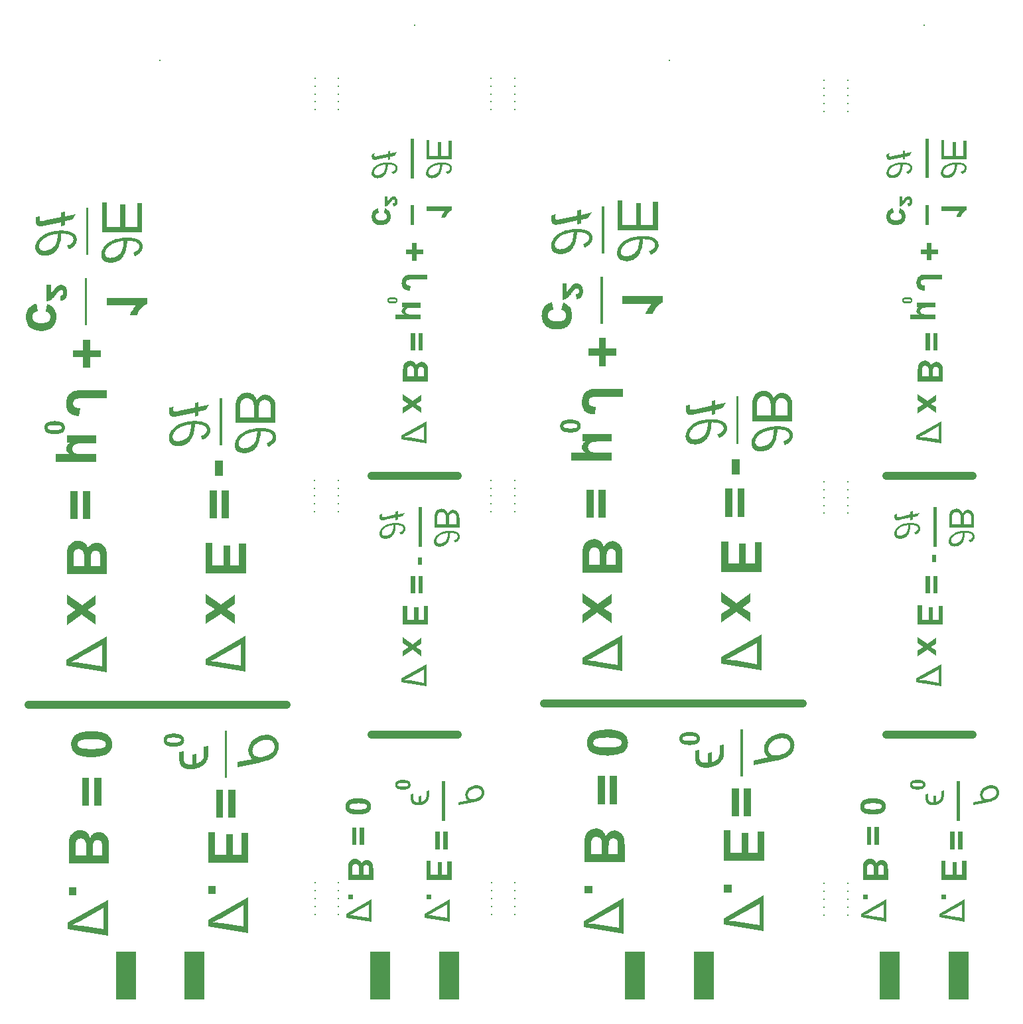
<source format=gbs>
G04*
G04 #@! TF.GenerationSoftware,Altium Limited,Altium Designer,20.0.13 (296)*
G04*
G04 Layer_Color=16711935*
%FSLAX44Y44*%
%MOMM*%
G71*
G01*
G75*
%ADD21R,2.6132X6.0932*%
%ADD25C,0.2032*%
%ADD43C,1.0000*%
G36*
X534442Y556590D02*
X529517D01*
Y566256D01*
X534442D01*
Y556590D01*
D02*
G37*
G36*
X1190000Y560000D02*
X1185075D01*
Y569666D01*
X1190000D01*
Y560000D01*
D02*
G37*
G36*
X972143Y778773D02*
X973624Y778477D01*
X974883Y778033D01*
X976069Y777588D01*
X976957Y777144D01*
X977624Y776700D01*
X978068Y776403D01*
X978216Y776329D01*
X979402Y775292D01*
X980365Y774181D01*
X981179Y772922D01*
X981846Y771811D01*
X982364Y770774D01*
X982661Y769885D01*
X982809Y769589D01*
X982883Y769367D01*
X982957Y769219D01*
Y769145D01*
X983697Y770404D01*
X984438Y771515D01*
X985253Y772404D01*
X985993Y773144D01*
X986586Y773737D01*
X987179Y774181D01*
X987475Y774404D01*
X987623Y774477D01*
X988734Y775070D01*
X989771Y775515D01*
X990808Y775885D01*
X991771Y776107D01*
X992585Y776255D01*
X993252Y776329D01*
X993622D01*
X993771D01*
X995030Y776255D01*
X996289Y776033D01*
X997400Y775663D01*
X998437Y775292D01*
X999325Y774922D01*
X999918Y774552D01*
X1000362Y774329D01*
X1000510Y774255D01*
X1001621Y773441D01*
X1002658Y772552D01*
X1003473Y771589D01*
X1004140Y770700D01*
X1004658Y769959D01*
X1005029Y769293D01*
X1005251Y768848D01*
X1005325Y768774D01*
Y768700D01*
X1005843Y767293D01*
X1006214Y765738D01*
X1006510Y764182D01*
X1006658Y762701D01*
X1006806Y761368D01*
Y760775D01*
X1006880Y760257D01*
Y740111D01*
X955626D01*
Y759664D01*
X955700Y761442D01*
X955774Y762997D01*
X955922Y764405D01*
X956071Y765590D01*
X956219Y766552D01*
X956293Y767293D01*
X956441Y767738D01*
Y767886D01*
X956811Y769145D01*
X957182Y770182D01*
X957626Y771144D01*
X958071Y771959D01*
X958367Y772626D01*
X958663Y773144D01*
X958885Y773441D01*
X958959Y773515D01*
X959626Y774329D01*
X960441Y775070D01*
X961255Y775663D01*
X961996Y776255D01*
X962737Y776700D01*
X963255Y776996D01*
X963625Y777218D01*
X963774Y777292D01*
X964959Y777811D01*
X966144Y778181D01*
X967255Y778477D01*
X968292Y778625D01*
X969180Y778773D01*
X969921Y778847D01*
X970366D01*
X970440D01*
X970514D01*
X972143Y778773D01*
D02*
G37*
G36*
X991400Y733371D02*
X992882Y733297D01*
X994141Y733148D01*
X995178Y733000D01*
X995993Y732852D01*
X996289Y732778D01*
X996511D01*
X996585Y732704D01*
X996659D01*
X997992Y732334D01*
X999251Y731963D01*
X1000362Y731593D01*
X1001325Y731149D01*
X1002140Y730852D01*
X1002658Y730556D01*
X1003029Y730334D01*
X1003177Y730260D01*
X1003844Y729816D01*
X1004436Y729297D01*
X1004955Y728779D01*
X1005473Y728186D01*
X1005843Y727742D01*
X1006140Y727371D01*
X1006288Y727075D01*
X1006362Y727001D01*
X1006806Y726186D01*
X1007177Y725371D01*
X1007399Y724557D01*
X1007621Y723816D01*
X1007695Y723149D01*
X1007769Y722631D01*
Y722187D01*
X1007695Y720928D01*
X1007399Y719743D01*
X1007028Y718557D01*
X1006584Y717595D01*
X1006140Y716706D01*
X1005769Y716039D01*
X1005473Y715595D01*
X1005399Y715521D01*
Y715447D01*
X1004362Y714187D01*
X1003177Y713076D01*
X1001844Y712114D01*
X1000585Y711225D01*
X999399Y710558D01*
X998881Y710262D01*
X998437Y710040D01*
X998066Y709818D01*
X997770Y709743D01*
X997622Y709595D01*
X997548D01*
X995400Y714410D01*
X996955Y715002D01*
X998214Y715669D01*
X999325Y716261D01*
X1000140Y716854D01*
X1000807Y717298D01*
X1001251Y717669D01*
X1001473Y717965D01*
X1001547Y718039D01*
X1002140Y718854D01*
X1002584Y719594D01*
X1002881Y720335D01*
X1003103Y721002D01*
X1003251Y721520D01*
X1003325Y721964D01*
Y722335D01*
X1003251Y723149D01*
X1003029Y723890D01*
X1002807Y724557D01*
X1002510Y725149D01*
X1002140Y725594D01*
X1001918Y725964D01*
X1001696Y726186D01*
X1001621Y726260D01*
X1000955Y726853D01*
X1000214Y727371D01*
X999399Y727742D01*
X998659Y728112D01*
X997918Y728334D01*
X997400Y728482D01*
X997029Y728630D01*
X996881D01*
X995622Y728853D01*
X994141Y729075D01*
X992660Y729223D01*
X991252Y729371D01*
X989919Y729445D01*
X989401D01*
X988882Y729519D01*
X988512D01*
X988215D01*
X987993D01*
X987919D01*
X987771Y726631D01*
X987549Y723964D01*
X987104Y721520D01*
X986586Y719224D01*
X986068Y717150D01*
X985401Y715298D01*
X984734Y713595D01*
X984068Y712114D01*
X983327Y710854D01*
X982661Y709743D01*
X982068Y708781D01*
X981476Y708040D01*
X981031Y707447D01*
X980661Y707003D01*
X980439Y706781D01*
X980365Y706707D01*
X979253Y705744D01*
X978142Y704929D01*
X977031Y704263D01*
X975846Y703596D01*
X974735Y703077D01*
X973624Y702707D01*
X972513Y702337D01*
X971477Y702041D01*
X970514Y701818D01*
X969625Y701670D01*
X968810Y701522D01*
X968143Y701448D01*
X967551D01*
X967181Y701374D01*
X966884D01*
X966810D01*
X964736Y701522D01*
X962959Y701818D01*
X961404Y702337D01*
X960144Y702855D01*
X959182Y703374D01*
X958441Y703892D01*
X957996Y704189D01*
X957922Y704337D01*
X957848D01*
X956811Y705522D01*
X956071Y706781D01*
X955478Y708114D01*
X955108Y709373D01*
X954886Y710410D01*
X954812Y711299D01*
X954737Y711669D01*
Y712114D01*
X954812Y713076D01*
X954886Y713965D01*
X955330Y715817D01*
X955922Y717521D01*
X956589Y719076D01*
X957256Y720335D01*
X957552Y720928D01*
X957848Y721372D01*
X958071Y721742D01*
X958293Y722038D01*
X958367Y722187D01*
X958441Y722261D01*
X959182Y723224D01*
X959996Y724112D01*
X961848Y725742D01*
X963774Y727149D01*
X965699Y728334D01*
X966588Y728779D01*
X967403Y729223D01*
X968143Y729593D01*
X968810Y729964D01*
X969329Y730186D01*
X969699Y730334D01*
X969995Y730482D01*
X970069D01*
X973106Y731519D01*
X976217Y732260D01*
X979179Y732778D01*
X980587Y733000D01*
X981994Y733148D01*
X983253Y733297D01*
X984364Y733371D01*
X985401Y733445D01*
X986290D01*
X987030Y733519D01*
X987549D01*
X987845D01*
X987993D01*
X989771D01*
X991400Y733371D01*
D02*
G37*
G36*
X908697Y760665D02*
X922177Y763480D01*
X917807Y756221D01*
X908697Y754370D01*
Y749333D01*
X903808Y748296D01*
Y753333D01*
X882107Y748814D01*
X880625Y748518D01*
X879366Y748296D01*
X878403Y748074D01*
X877663Y748000D01*
X877144Y747926D01*
X876774Y747852D01*
X876552D01*
X876478D01*
X875663Y747926D01*
X874922Y748148D01*
X874256Y748370D01*
X873737Y748740D01*
X873293Y749037D01*
X872997Y749259D01*
X872774Y749481D01*
X872700Y749555D01*
X872108Y750444D01*
X871663Y751407D01*
X871293Y752444D01*
X871071Y753407D01*
X870923Y754221D01*
X870848Y754962D01*
Y755555D01*
X870923Y757110D01*
X871071Y757851D01*
X871145Y758517D01*
X871293Y759110D01*
X871367Y759554D01*
X871441Y759850D01*
Y759924D01*
X876552Y760961D01*
X876329Y759702D01*
X876255Y759110D01*
Y758517D01*
X876181Y757999D01*
Y756740D01*
X876255Y756295D01*
X876478Y755629D01*
X876700Y755258D01*
X876774Y755110D01*
X877292Y754740D01*
X877885Y754592D01*
X878329Y754518D01*
X878403D01*
X878477D01*
X878625D01*
X878922Y754592D01*
X879514Y754666D01*
X880255Y754814D01*
X881070Y754962D01*
X881884Y755110D01*
X882551Y755184D01*
X882995Y755332D01*
X883070D01*
X883143D01*
X903808Y759628D01*
Y765850D01*
X908697Y766887D01*
Y760665D01*
D02*
G37*
G36*
X907289Y742371D02*
X908771Y742297D01*
X910030Y742149D01*
X911067Y742000D01*
X911881Y741852D01*
X912178Y741778D01*
X912400D01*
X912474Y741704D01*
X912548D01*
X913881Y741334D01*
X915140Y740963D01*
X916251Y740593D01*
X917214Y740149D01*
X918029Y739852D01*
X918547Y739556D01*
X918918Y739334D01*
X919066Y739260D01*
X919732Y738816D01*
X920325Y738297D01*
X920843Y737779D01*
X921362Y737186D01*
X921732Y736742D01*
X922028Y736371D01*
X922177Y736075D01*
X922251Y736001D01*
X922695Y735186D01*
X923065Y734371D01*
X923288Y733557D01*
X923510Y732816D01*
X923584Y732150D01*
X923658Y731631D01*
Y731187D01*
X923584Y729928D01*
X923288Y728743D01*
X922917Y727557D01*
X922473Y726595D01*
X921954Y725706D01*
X921584Y725039D01*
X921288Y724595D01*
X921214Y724521D01*
Y724447D01*
X920177Y723187D01*
X918992Y722076D01*
X917733Y721114D01*
X916473Y720225D01*
X915288Y719558D01*
X914770Y719262D01*
X914325Y719040D01*
X913955Y718818D01*
X913659Y718744D01*
X913511Y718595D01*
X913437D01*
X911363Y723336D01*
X912844Y723928D01*
X914177Y724595D01*
X915214Y725261D01*
X916029Y725780D01*
X916696Y726298D01*
X917140Y726669D01*
X917362Y726965D01*
X917436Y727039D01*
X918029Y727854D01*
X918473Y728594D01*
X918770Y729261D01*
X918992Y729928D01*
X919140Y730446D01*
X919214Y730890D01*
Y731261D01*
X919140Y732076D01*
X918918Y732890D01*
X918695Y733557D01*
X918399Y734149D01*
X918029Y734594D01*
X917807Y734964D01*
X917584Y735186D01*
X917510Y735260D01*
X916844Y735853D01*
X916029Y736371D01*
X915214Y736742D01*
X914474Y737112D01*
X913807Y737334D01*
X913214Y737482D01*
X912844Y737630D01*
X912696D01*
X911437Y737853D01*
X910030Y738075D01*
X908548Y738223D01*
X907141Y738371D01*
X905808Y738445D01*
X905289D01*
X904771Y738519D01*
X904401D01*
X904104D01*
X903882D01*
X903808D01*
X903660Y735631D01*
X903438Y732964D01*
X902993Y730520D01*
X902475Y728224D01*
X901956Y726150D01*
X901290Y724298D01*
X900623Y722595D01*
X899957Y721114D01*
X899216Y719855D01*
X898549Y718744D01*
X897957Y717781D01*
X897364Y717040D01*
X896920Y716448D01*
X896550Y716003D01*
X896327Y715781D01*
X896253Y715707D01*
X895142Y714744D01*
X894031Y713929D01*
X892920Y713263D01*
X891735Y712596D01*
X890624Y712077D01*
X889513Y711707D01*
X888402Y711337D01*
X887365Y711041D01*
X886403Y710818D01*
X885514Y710670D01*
X884699Y710522D01*
X884032Y710448D01*
X883440D01*
X883070Y710374D01*
X882773D01*
X882699D01*
X880625Y710522D01*
X878848Y710818D01*
X877292Y711337D01*
X876033Y711855D01*
X875070Y712374D01*
X874330Y712892D01*
X873885Y713188D01*
X873811Y713337D01*
X873737D01*
X872700Y714522D01*
X871960Y715781D01*
X871367Y717114D01*
X870997Y718373D01*
X870775Y719410D01*
X870700Y720299D01*
X870626Y720669D01*
Y721114D01*
X870700Y722076D01*
X870775Y722965D01*
X871219Y724817D01*
X871811Y726520D01*
X872478Y728076D01*
X873145Y729335D01*
X873441Y729928D01*
X873737Y730372D01*
X873959Y730742D01*
X874182Y731039D01*
X874256Y731187D01*
X874330Y731261D01*
X875070Y732224D01*
X875885Y733112D01*
X877737Y734742D01*
X879662Y736149D01*
X881588Y737334D01*
X882477Y737779D01*
X883292Y738223D01*
X884032Y738593D01*
X884699Y738964D01*
X885217Y739186D01*
X885588Y739334D01*
X885884Y739482D01*
X885958D01*
X888995Y740519D01*
X892106Y741260D01*
X895068Y741778D01*
X896476Y742000D01*
X897883Y742149D01*
X899142Y742297D01*
X900253Y742371D01*
X901290Y742445D01*
X902179D01*
X902919Y742519D01*
X903438D01*
X903734D01*
X903882D01*
X905660D01*
X907289Y742371D01*
D02*
G37*
G36*
X938407Y751539D02*
Y731615D01*
Y711173D01*
X935222D01*
Y731097D01*
Y731615D01*
Y751021D01*
Y751539D01*
Y771463D01*
X938407D01*
Y751539D01*
D02*
G37*
G36*
X939441Y672314D02*
X929591D01*
Y691645D01*
X939441D01*
Y672314D01*
D02*
G37*
G36*
X280000Y670000D02*
X270149D01*
Y689331D01*
X280000D01*
Y670000D01*
D02*
G37*
G36*
X1172404Y486951D02*
X1181104D01*
Y503010D01*
X1186519D01*
Y486951D01*
X1193600D01*
Y504213D01*
X1199014D01*
Y480472D01*
X1166989D01*
Y504815D01*
X1172404D01*
Y486951D01*
D02*
G37*
G36*
X1179207Y455713D02*
X1190221Y463534D01*
Y456361D01*
X1183789Y452010D01*
X1190221Y447938D01*
Y440441D01*
X1178929Y448447D01*
X1166989Y440070D01*
Y447244D01*
X1174163Y452010D01*
X1166989Y456777D01*
Y464274D01*
X1179207Y455713D01*
D02*
G37*
G36*
X1202404Y161540D02*
X1211104D01*
Y177599D01*
X1216519D01*
Y161540D01*
X1223600D01*
Y178802D01*
X1229014D01*
Y155061D01*
X1196989D01*
Y179404D01*
X1202404D01*
Y161540D01*
D02*
G37*
G36*
X1203144Y130070D02*
X1196989D01*
Y136226D01*
X1203144D01*
Y130070D01*
D02*
G37*
G36*
X1184525Y959065D02*
X1192809D01*
Y953465D01*
X1184525D01*
Y945089D01*
X1178787D01*
Y953465D01*
X1170503D01*
Y959065D01*
X1178787D01*
Y967487D01*
X1184525D01*
Y959065D01*
D02*
G37*
G36*
X1197900Y920699D02*
X1177121D01*
X1176426D01*
X1175779Y920653D01*
X1175223Y920607D01*
X1174668Y920561D01*
X1174205Y920468D01*
X1173789Y920422D01*
X1173418Y920329D01*
X1173094Y920237D01*
X1172585Y920052D01*
X1172261Y919913D01*
X1172030Y919820D01*
X1171984Y919774D01*
X1171567Y919404D01*
X1171290Y918941D01*
X1171058Y918432D01*
X1170919Y917923D01*
X1170827Y917506D01*
X1170780Y917136D01*
Y916766D01*
X1170873Y916025D01*
X1171058Y915378D01*
X1171336Y914822D01*
X1171660Y914406D01*
X1171937Y914035D01*
X1172215Y913804D01*
X1172400Y913665D01*
X1172493Y913619D01*
X1173002Y913388D01*
X1173557Y913202D01*
X1174205Y913064D01*
X1174853Y912971D01*
X1175454Y912878D01*
X1175917D01*
X1176102Y912832D01*
X1176241D01*
X1176334D01*
X1176380D01*
X1175686Y906677D01*
X1174760Y906723D01*
X1173881Y906770D01*
X1173048Y906908D01*
X1172308Y907094D01*
X1171613Y907279D01*
X1170965Y907464D01*
X1170410Y907695D01*
X1169855Y907973D01*
X1169438Y908204D01*
X1169022Y908436D01*
X1168698Y908621D01*
X1168420Y908806D01*
X1168189Y908991D01*
X1168050Y909130D01*
X1167957Y909176D01*
X1167911Y909222D01*
X1167448Y909732D01*
X1167032Y910287D01*
X1166708Y910842D01*
X1166384Y911444D01*
X1166152Y912045D01*
X1165921Y912647D01*
X1165597Y913850D01*
X1165505Y914406D01*
X1165412Y914915D01*
X1165366Y915331D01*
X1165320Y915748D01*
X1165273Y916072D01*
Y916534D01*
X1165366Y917969D01*
X1165551Y919265D01*
X1165782Y920376D01*
X1165967Y920838D01*
X1166106Y921301D01*
X1166245Y921671D01*
X1166430Y922042D01*
X1166569Y922319D01*
X1166662Y922551D01*
X1166800Y922782D01*
X1166847Y922921D01*
X1166939Y922967D01*
Y923014D01*
X1167633Y923893D01*
X1168374Y924587D01*
X1169114Y925189D01*
X1169809Y925651D01*
X1170456Y926022D01*
X1170965Y926253D01*
X1171151Y926346D01*
X1171290Y926392D01*
X1171382Y926438D01*
X1171428D01*
X1172308Y926669D01*
X1173326Y926855D01*
X1174344Y926993D01*
X1175316Y927086D01*
X1176195Y927132D01*
X1176611Y927179D01*
X1176936D01*
X1177213D01*
X1177398D01*
X1177537D01*
X1177583D01*
X1197900D01*
Y920699D01*
D02*
G37*
G36*
X1189107Y884972D02*
X1178463D01*
X1177768D01*
X1177121D01*
X1176519Y884926D01*
X1176010Y884880D01*
X1175501Y884834D01*
X1175084Y884787D01*
X1174714Y884741D01*
X1174390Y884695D01*
X1173835Y884602D01*
X1173465Y884510D01*
X1173233Y884463D01*
X1173187Y884417D01*
X1172678Y884186D01*
X1172261Y883954D01*
X1171891Y883677D01*
X1171567Y883399D01*
X1171336Y883167D01*
X1171151Y882982D01*
X1171058Y882843D01*
X1171012Y882797D01*
X1170734Y882381D01*
X1170549Y882010D01*
X1170410Y881594D01*
X1170318Y881270D01*
X1170271Y880946D01*
X1170225Y880715D01*
Y880529D01*
X1170271Y880113D01*
X1170318Y879743D01*
X1170549Y879049D01*
X1170873Y878447D01*
X1171290Y877984D01*
X1171660Y877614D01*
X1171984Y877336D01*
X1172215Y877151D01*
X1172308Y877105D01*
X1172632Y876966D01*
X1173048Y876827D01*
X1173511Y876688D01*
X1173974Y876596D01*
X1175038Y876457D01*
X1176056Y876318D01*
X1177028Y876272D01*
X1177445D01*
X1177815Y876226D01*
X1178139D01*
X1178370D01*
X1178509D01*
X1178555D01*
X1189107D01*
Y870070D01*
X1156989D01*
Y876226D01*
X1168605D01*
X1167957Y876596D01*
X1167448Y876920D01*
X1166985Y877244D01*
X1166662Y877521D01*
X1166430Y877753D01*
X1166245Y877938D01*
X1166152Y878030D01*
X1166106Y878077D01*
X1165829Y878540D01*
X1165643Y879002D01*
X1165458Y879419D01*
X1165366Y879835D01*
X1165320Y880206D01*
X1165273Y880483D01*
Y880761D01*
X1165366Y881409D01*
X1165505Y881964D01*
X1165597Y882196D01*
X1165643Y882381D01*
X1165736Y882520D01*
Y882566D01*
X1166060Y883214D01*
X1166384Y883723D01*
X1166523Y883908D01*
X1166662Y884047D01*
X1166708Y884093D01*
X1166754Y884139D01*
X1167032Y884371D01*
X1167309Y884602D01*
X1167911Y884972D01*
X1168189Y885157D01*
X1168420Y885296D01*
X1168559Y885342D01*
X1168605Y885389D01*
X1165875D01*
Y891174D01*
X1189107D01*
Y884972D01*
D02*
G37*
G36*
X1177263Y817221D02*
X1178189Y817036D01*
X1178976Y816758D01*
X1179716Y816481D01*
X1180271Y816203D01*
X1180688Y815925D01*
X1180965Y815740D01*
X1181058Y815694D01*
X1181799Y815046D01*
X1182400Y814352D01*
X1182909Y813565D01*
X1183279Y812871D01*
X1183603Y812223D01*
X1183835Y811668D01*
X1183881Y811482D01*
X1183927Y811344D01*
X1183974Y811251D01*
Y811205D01*
X1184390Y811945D01*
X1184807Y812593D01*
X1185316Y813148D01*
X1185732Y813611D01*
X1186149Y813935D01*
X1186473Y814213D01*
X1186704Y814398D01*
X1186797Y814444D01*
X1187537Y814861D01*
X1188231Y815185D01*
X1188925Y815370D01*
X1189573Y815555D01*
X1190129Y815648D01*
X1190545Y815694D01*
X1190823D01*
X1190869D01*
X1190916D01*
X1191656Y815648D01*
X1192396Y815555D01*
X1192998Y815370D01*
X1193553Y815185D01*
X1194016Y815000D01*
X1194386Y814815D01*
X1194572Y814722D01*
X1194664Y814676D01*
X1195266Y814305D01*
X1195775Y813889D01*
X1196237Y813472D01*
X1196654Y813102D01*
X1196932Y812732D01*
X1197163Y812454D01*
X1197302Y812269D01*
X1197348Y812223D01*
X1197719Y811668D01*
X1197996Y811066D01*
X1198227Y810511D01*
X1198413Y810002D01*
X1198551Y809539D01*
X1198644Y809215D01*
X1198690Y808983D01*
Y808891D01*
X1198783Y808104D01*
X1198875Y807225D01*
X1198922Y806299D01*
X1198968Y805374D01*
X1199014Y804541D01*
Y790472D01*
X1166989D01*
Y804355D01*
X1167036Y805142D01*
Y806531D01*
X1167082Y807086D01*
Y807965D01*
X1167128Y808289D01*
Y808752D01*
X1167174Y808937D01*
Y809122D01*
X1167313Y810048D01*
X1167545Y810881D01*
X1167776Y811621D01*
X1168054Y812269D01*
X1168285Y812778D01*
X1168516Y813148D01*
X1168655Y813380D01*
X1168702Y813472D01*
X1169211Y814120D01*
X1169766Y814629D01*
X1170275Y815138D01*
X1170831Y815509D01*
X1171293Y815833D01*
X1171664Y816064D01*
X1171895Y816203D01*
X1171987Y816249D01*
X1172774Y816573D01*
X1173515Y816851D01*
X1174255Y817036D01*
X1174903Y817129D01*
X1175458Y817221D01*
X1175875Y817267D01*
X1176152D01*
X1176199D01*
X1176245D01*
X1177263Y817221D01*
D02*
G37*
G36*
X1179207Y765713D02*
X1190221Y773534D01*
Y766361D01*
X1183789Y762010D01*
X1190221Y757938D01*
Y750441D01*
X1178929Y758447D01*
X1166989Y750070D01*
Y757244D01*
X1174163Y762010D01*
X1166989Y766777D01*
Y774274D01*
X1179207Y765713D01*
D02*
G37*
G36*
X1107263Y181810D02*
X1108189Y181625D01*
X1108976Y181347D01*
X1109716Y181070D01*
X1110271Y180792D01*
X1110688Y180514D01*
X1110965Y180329D01*
X1111058Y180283D01*
X1111799Y179635D01*
X1112400Y178941D01*
X1112909Y178154D01*
X1113279Y177460D01*
X1113603Y176812D01*
X1113835Y176257D01*
X1113881Y176072D01*
X1113927Y175933D01*
X1113974Y175840D01*
Y175794D01*
X1114390Y176534D01*
X1114807Y177182D01*
X1115316Y177738D01*
X1115732Y178200D01*
X1116149Y178524D01*
X1116473Y178802D01*
X1116704Y178987D01*
X1116797Y179034D01*
X1117537Y179450D01*
X1118231Y179774D01*
X1118925Y179959D01*
X1119573Y180144D01*
X1120129Y180237D01*
X1120545Y180283D01*
X1120823D01*
X1120869D01*
X1120916D01*
X1121656Y180237D01*
X1122396Y180144D01*
X1122998Y179959D01*
X1123553Y179774D01*
X1124016Y179589D01*
X1124386Y179404D01*
X1124572Y179311D01*
X1124664Y179265D01*
X1125266Y178895D01*
X1125775Y178478D01*
X1126237Y178062D01*
X1126654Y177691D01*
X1126932Y177321D01*
X1127163Y177043D01*
X1127302Y176858D01*
X1127348Y176812D01*
X1127719Y176257D01*
X1127996Y175655D01*
X1128227Y175100D01*
X1128413Y174591D01*
X1128551Y174128D01*
X1128644Y173804D01*
X1128690Y173573D01*
Y173480D01*
X1128783Y172693D01*
X1128875Y171814D01*
X1128922Y170888D01*
X1128968Y169963D01*
X1129014Y169130D01*
Y155061D01*
X1096989D01*
Y168945D01*
X1097036Y169731D01*
Y171120D01*
X1097082Y171675D01*
Y172554D01*
X1097128Y172878D01*
Y173341D01*
X1097175Y173526D01*
Y173711D01*
X1097313Y174637D01*
X1097545Y175470D01*
X1097776Y176210D01*
X1098054Y176858D01*
X1098285Y177367D01*
X1098516Y177738D01*
X1098655Y177969D01*
X1098702Y178062D01*
X1099211Y178710D01*
X1099766Y179219D01*
X1100275Y179728D01*
X1100831Y180098D01*
X1101293Y180422D01*
X1101664Y180653D01*
X1101895Y180792D01*
X1101988Y180838D01*
X1102774Y181162D01*
X1103515Y181440D01*
X1104255Y181625D01*
X1104903Y181718D01*
X1105458Y181810D01*
X1105875Y181856D01*
X1106153D01*
X1106199D01*
X1106245D01*
X1107263Y181810D01*
D02*
G37*
G36*
X1103144Y130070D02*
X1096989D01*
Y136226D01*
X1103144D01*
Y130070D01*
D02*
G37*
G36*
X1192400Y520070D02*
X1186708D01*
Y542469D01*
X1192400D01*
Y520070D01*
D02*
G37*
G36*
X1182682D02*
X1176989D01*
Y542469D01*
X1182682D01*
Y520070D01*
D02*
G37*
G36*
X1155914Y1026862D02*
X1156515Y1026677D01*
X1157117Y1026399D01*
X1157580Y1026122D01*
X1157950Y1025798D01*
X1158274Y1025566D01*
X1158459Y1025381D01*
X1158505Y1025289D01*
X1158968Y1024641D01*
X1159338Y1023900D01*
X1159570Y1023114D01*
X1159755Y1022373D01*
X1159847Y1021679D01*
X1159940Y1021170D01*
Y1020661D01*
X1159894Y1019550D01*
X1159708Y1018532D01*
X1159431Y1017699D01*
X1159153Y1017005D01*
X1158875Y1016450D01*
X1158598Y1016033D01*
X1158413Y1015801D01*
X1158366Y1015709D01*
X1157857Y1015246D01*
X1157256Y1014922D01*
X1156654Y1014645D01*
X1156052Y1014413D01*
X1155497Y1014274D01*
X1155034Y1014182D01*
X1154849Y1014136D01*
X1154710Y1014089D01*
X1154664D01*
X1154618D01*
X1154294Y1018208D01*
X1154757Y1018254D01*
X1155173Y1018347D01*
X1155543Y1018439D01*
X1155775Y1018578D01*
X1156006Y1018671D01*
X1156145Y1018763D01*
X1156191Y1018856D01*
X1156237D01*
X1156423Y1019087D01*
X1156562Y1019365D01*
X1156747Y1019920D01*
Y1020152D01*
X1156793Y1020337D01*
Y1020892D01*
X1156700Y1021262D01*
X1156654Y1021540D01*
X1156562Y1021771D01*
X1156469Y1021957D01*
X1156376Y1022095D01*
X1156330Y1022142D01*
X1156284Y1022188D01*
X1156099Y1022373D01*
X1155867Y1022512D01*
X1155451Y1022697D01*
X1155266D01*
X1155127Y1022743D01*
X1155034D01*
X1154988D01*
X1154664Y1022697D01*
X1154386Y1022651D01*
X1153831Y1022419D01*
X1153646Y1022281D01*
X1153461Y1022142D01*
X1153368Y1022095D01*
X1153322Y1022049D01*
X1153044Y1021771D01*
X1152674Y1021355D01*
X1152211Y1020892D01*
X1151795Y1020383D01*
X1151424Y1019874D01*
X1151101Y1019458D01*
X1150869Y1019180D01*
X1150777Y1019134D01*
Y1019087D01*
X1150314Y1018486D01*
X1149851Y1017977D01*
X1149435Y1017468D01*
X1149064Y1017051D01*
X1148694Y1016635D01*
X1148370Y1016311D01*
X1147768Y1015709D01*
X1147306Y1015293D01*
X1146982Y1015015D01*
X1146797Y1014876D01*
X1146704Y1014830D01*
X1146149Y1014506D01*
X1145593Y1014274D01*
X1145038Y1014043D01*
X1144529Y1013904D01*
X1144066Y1013812D01*
X1143742Y1013719D01*
X1143511Y1013673D01*
X1143418D01*
Y1026908D01*
X1146889D01*
Y1020059D01*
X1147121Y1020291D01*
X1147352Y1020568D01*
X1147815Y1021170D01*
X1148046Y1021448D01*
X1148231Y1021633D01*
X1148324Y1021818D01*
X1148370Y1021864D01*
X1149018Y1022651D01*
X1149527Y1023299D01*
X1149944Y1023808D01*
X1150314Y1024224D01*
X1150545Y1024502D01*
X1150684Y1024641D01*
X1150777Y1024733D01*
X1150823Y1024780D01*
X1151239Y1025150D01*
X1151656Y1025520D01*
X1151980Y1025798D01*
X1152350Y1026029D01*
X1152581Y1026168D01*
X1152813Y1026307D01*
X1152952Y1026399D01*
X1152998D01*
X1153415Y1026584D01*
X1153785Y1026677D01*
X1154155Y1026770D01*
X1154525Y1026862D01*
X1154803D01*
X1155034Y1026908D01*
X1155173D01*
X1155219D01*
X1155914Y1026862D01*
D02*
G37*
G36*
X1136384Y1005944D02*
X1135551Y1005759D01*
X1134810Y1005481D01*
X1134209Y1005250D01*
X1133746Y1004972D01*
X1133376Y1004695D01*
X1133144Y1004510D01*
X1133006Y1004371D01*
X1132959Y1004324D01*
X1132635Y1003862D01*
X1132404Y1003399D01*
X1132219Y1002936D01*
X1132126Y1002473D01*
X1132034Y1002057D01*
X1131987Y1001733D01*
Y1001455D01*
X1132080Y1000622D01*
X1132265Y999882D01*
X1132496Y999280D01*
X1132821Y998725D01*
X1133144Y998308D01*
X1133376Y998030D01*
X1133561Y997799D01*
X1133653Y997753D01*
X1134024Y997521D01*
X1134394Y997290D01*
X1135273Y996966D01*
X1136245Y996688D01*
X1137217Y996550D01*
X1138142Y996457D01*
X1138513Y996411D01*
X1138837D01*
X1139114Y996365D01*
X1139346D01*
X1139485D01*
X1139531D01*
X1140179D01*
X1140827Y996411D01*
X1141382Y996503D01*
X1141937Y996596D01*
X1142400Y996688D01*
X1142817Y996781D01*
X1143557Y997059D01*
X1144112Y997290D01*
X1144483Y997521D01*
X1144714Y997660D01*
X1144807Y997707D01*
X1145362Y998262D01*
X1145732Y998864D01*
X1146010Y999465D01*
X1146241Y1000021D01*
X1146334Y1000576D01*
X1146380Y1000992D01*
X1146426Y1001270D01*
Y1001363D01*
X1146380Y1001964D01*
X1146288Y1002520D01*
X1146149Y1002982D01*
X1145964Y1003399D01*
X1145779Y1003723D01*
X1145640Y1003954D01*
X1145547Y1004093D01*
X1145501Y1004139D01*
X1145131Y1004510D01*
X1144714Y1004834D01*
X1144251Y1005065D01*
X1143835Y1005296D01*
X1143418Y1005435D01*
X1143094Y1005528D01*
X1142909Y1005574D01*
X1142817D01*
X1143927Y1011637D01*
X1145223Y1011174D01*
X1146334Y1010618D01*
X1147260Y1010017D01*
X1148046Y1009415D01*
X1148648Y1008860D01*
X1149064Y1008443D01*
X1149203Y1008258D01*
X1149296Y1008119D01*
X1149388Y1008073D01*
Y1008027D01*
X1149990Y1007009D01*
X1150453Y1005898D01*
X1150777Y1004787D01*
X1151008Y1003723D01*
X1151101Y1003214D01*
X1151147Y1002751D01*
X1151193Y1002334D01*
Y1001964D01*
X1151239Y1001686D01*
Y1001270D01*
X1151193Y1000344D01*
X1151101Y999465D01*
X1150962Y998586D01*
X1150730Y997845D01*
X1150499Y997105D01*
X1150221Y996411D01*
X1149944Y995809D01*
X1149620Y995254D01*
X1149342Y994745D01*
X1149018Y994328D01*
X1148740Y993958D01*
X1148509Y993634D01*
X1148278Y993403D01*
X1148139Y993217D01*
X1148046Y993125D01*
X1148000Y993079D01*
X1147352Y992570D01*
X1146704Y992107D01*
X1146010Y991690D01*
X1145269Y991320D01*
X1144529Y991042D01*
X1143789Y990811D01*
X1142354Y990441D01*
X1141660Y990302D01*
X1141058Y990209D01*
X1140503Y990163D01*
X1139994Y990117D01*
X1139623Y990070D01*
X1139299D01*
X1139114D01*
X1139068D01*
X1138050Y990117D01*
X1137032Y990209D01*
X1136152Y990348D01*
X1135273Y990533D01*
X1134486Y990765D01*
X1133746Y991042D01*
X1133098Y991274D01*
X1132496Y991598D01*
X1131941Y991875D01*
X1131478Y992107D01*
X1131108Y992384D01*
X1130784Y992616D01*
X1130507Y992801D01*
X1130321Y992940D01*
X1130229Y993032D01*
X1130183Y993079D01*
X1129627Y993680D01*
X1129118Y994282D01*
X1128702Y994930D01*
X1128331Y995624D01*
X1128008Y996272D01*
X1127776Y996966D01*
X1127545Y997614D01*
X1127406Y998262D01*
X1127267Y998864D01*
X1127175Y999419D01*
X1127082Y999928D01*
X1127036Y1000344D01*
X1126989Y1000668D01*
Y1001177D01*
X1127036Y1002010D01*
X1127082Y1002751D01*
X1127175Y1003491D01*
X1127313Y1004186D01*
X1127452Y1004834D01*
X1127637Y1005389D01*
X1127822Y1005944D01*
X1128054Y1006407D01*
X1128239Y1006870D01*
X1128424Y1007240D01*
X1128609Y1007564D01*
X1128748Y1007842D01*
X1128887Y1008027D01*
X1128979Y1008166D01*
X1129072Y1008258D01*
Y1008304D01*
X1129488Y1008767D01*
X1129951Y1009230D01*
X1130969Y1010017D01*
X1131987Y1010665D01*
X1133006Y1011127D01*
X1133931Y1011498D01*
X1134348Y1011637D01*
X1134672Y1011775D01*
X1134949Y1011868D01*
X1135181Y1011914D01*
X1135320Y1011960D01*
X1135366D01*
X1136384Y1005944D01*
D02*
G37*
G36*
X1111467Y258993D02*
X1112994Y258901D01*
X1114382Y258762D01*
X1115678Y258531D01*
X1116881Y258299D01*
X1117946Y258068D01*
X1118918Y257744D01*
X1119751Y257466D01*
X1120537Y257189D01*
X1121139Y256911D01*
X1121694Y256633D01*
X1122157Y256402D01*
X1122481Y256171D01*
X1122712Y256032D01*
X1122851Y255939D01*
X1122898Y255893D01*
X1123499Y255384D01*
X1124008Y254828D01*
X1124425Y254227D01*
X1124841Y253625D01*
X1125165Y253023D01*
X1125397Y252422D01*
X1125628Y251867D01*
X1125813Y251265D01*
X1125952Y250710D01*
X1126045Y250247D01*
X1126137Y249784D01*
X1126183Y249414D01*
X1126230Y249090D01*
Y248627D01*
X1126183Y247794D01*
X1126091Y247007D01*
X1125906Y246221D01*
X1125721Y245526D01*
X1125443Y244879D01*
X1125165Y244277D01*
X1124888Y243768D01*
X1124564Y243259D01*
X1124240Y242842D01*
X1123962Y242426D01*
X1123684Y242102D01*
X1123407Y241870D01*
X1123222Y241639D01*
X1123036Y241500D01*
X1122944Y241408D01*
X1122898Y241361D01*
X1122111Y240806D01*
X1121185Y240343D01*
X1120213Y239927D01*
X1119195Y239556D01*
X1118131Y239279D01*
X1117020Y239001D01*
X1115956Y238816D01*
X1114891Y238631D01*
X1113873Y238538D01*
X1112948Y238446D01*
X1112068Y238353D01*
X1111328Y238307D01*
X1110726Y238261D01*
X1110264D01*
X1110078D01*
X1109939D01*
X1109893D01*
X1109847D01*
X1108181Y238307D01*
X1106654Y238399D01*
X1105219Y238538D01*
X1103923Y238723D01*
X1102766Y238909D01*
X1101702Y239140D01*
X1100776Y239418D01*
X1099943Y239695D01*
X1099249Y239927D01*
X1098601Y240204D01*
X1098092Y240436D01*
X1097676Y240667D01*
X1097398Y240806D01*
X1097167Y240945D01*
X1097028Y241037D01*
X1096982Y241084D01*
X1096334Y241639D01*
X1095825Y242241D01*
X1095315Y242842D01*
X1094945Y243490D01*
X1094575Y244092D01*
X1094297Y244740D01*
X1094066Y245341D01*
X1093881Y245943D01*
X1093696Y246498D01*
X1093603Y247007D01*
X1093511Y247470D01*
X1093464Y247840D01*
Y248164D01*
X1093418Y248442D01*
Y248627D01*
X1093464Y249460D01*
X1093557Y250247D01*
X1093742Y251034D01*
X1093927Y251728D01*
X1094158Y252376D01*
X1094436Y252977D01*
X1094760Y253486D01*
X1095084Y253995D01*
X1095362Y254412D01*
X1095686Y254828D01*
X1095963Y255152D01*
X1096195Y255430D01*
X1096380Y255615D01*
X1096565Y255754D01*
X1096657Y255847D01*
X1096704Y255893D01*
X1097490Y256448D01*
X1098416Y256911D01*
X1099388Y257374D01*
X1100452Y257698D01*
X1101517Y258022D01*
X1102581Y258253D01*
X1103692Y258484D01*
X1104756Y258670D01*
X1105774Y258762D01*
X1106700Y258855D01*
X1107579Y258947D01*
X1108320Y258993D01*
X1108921Y259040D01*
X1109384D01*
X1109569D01*
X1109708D01*
X1109754D01*
X1109801D01*
X1111467Y258993D01*
D02*
G37*
G36*
X1117483Y199618D02*
X1111791D01*
Y222017D01*
X1117483D01*
Y199618D01*
D02*
G37*
G36*
X1107764D02*
X1102072D01*
Y222017D01*
X1107764D01*
Y199618D01*
D02*
G37*
G36*
X1196989Y401563D02*
X1164964Y406839D01*
Y411883D01*
X1196989Y430070D01*
Y401563D01*
D02*
G37*
G36*
X1223825Y193942D02*
X1218132D01*
Y216341D01*
X1223825D01*
Y193942D01*
D02*
G37*
G36*
X1214106D02*
X1208414D01*
Y216341D01*
X1214106D01*
Y193942D01*
D02*
G37*
G36*
X1226989Y101563D02*
X1194964Y106839D01*
Y111883D01*
X1226989Y130070D01*
Y101563D01*
D02*
G37*
G36*
X1196989Y711563D02*
X1164964Y716839D01*
Y721883D01*
X1196989Y740071D01*
Y711563D01*
D02*
G37*
G36*
X1126989Y101563D02*
X1094964Y106839D01*
Y111883D01*
X1126989Y130070D01*
Y101563D01*
D02*
G37*
G36*
X1217309Y628432D02*
X1218235Y628247D01*
X1219022Y627969D01*
X1219762Y627691D01*
X1220318Y627414D01*
X1220734Y627136D01*
X1221012Y626951D01*
X1221104Y626905D01*
X1221845Y626257D01*
X1222446Y625563D01*
X1222955Y624776D01*
X1223372Y624082D01*
X1223696Y623434D01*
X1223881Y622878D01*
X1223974Y622693D01*
X1224020Y622555D01*
X1224066Y622462D01*
Y622416D01*
X1224529Y623202D01*
X1224992Y623897D01*
X1225501Y624452D01*
X1225964Y624915D01*
X1226334Y625285D01*
X1226704Y625563D01*
X1226889Y625701D01*
X1226982Y625748D01*
X1227676Y626118D01*
X1228324Y626396D01*
X1228972Y626627D01*
X1229573Y626766D01*
X1230082Y626858D01*
X1230499Y626905D01*
X1230730D01*
X1230823D01*
X1231610Y626858D01*
X1232396Y626720D01*
X1233091Y626488D01*
X1233738Y626257D01*
X1234294Y626025D01*
X1234664Y625794D01*
X1234942Y625655D01*
X1235034Y625609D01*
X1235728Y625100D01*
X1236376Y624544D01*
X1236885Y623943D01*
X1237302Y623387D01*
X1237626Y622925D01*
X1237857Y622508D01*
X1237996Y622230D01*
X1238042Y622184D01*
Y622138D01*
X1238366Y621259D01*
X1238598Y620287D01*
X1238783Y619315D01*
X1238875Y618389D01*
X1238968Y617556D01*
Y617186D01*
X1239014Y616862D01*
Y604274D01*
X1206989D01*
Y616492D01*
X1207036Y617603D01*
X1207082Y618574D01*
X1207174Y619454D01*
X1207267Y620194D01*
X1207359Y620796D01*
X1207406Y621259D01*
X1207498Y621536D01*
Y621629D01*
X1207730Y622416D01*
X1207961Y623064D01*
X1208239Y623665D01*
X1208516Y624174D01*
X1208702Y624591D01*
X1208887Y624915D01*
X1209026Y625100D01*
X1209072Y625146D01*
X1209488Y625655D01*
X1209997Y626118D01*
X1210507Y626488D01*
X1210969Y626858D01*
X1211432Y627136D01*
X1211756Y627321D01*
X1211987Y627460D01*
X1212080Y627506D01*
X1212820Y627830D01*
X1213561Y628062D01*
X1214255Y628247D01*
X1214903Y628339D01*
X1215458Y628432D01*
X1215921Y628478D01*
X1216199D01*
X1216245D01*
X1216291D01*
X1217309Y628432D01*
D02*
G37*
G36*
X1229342Y600063D02*
X1230267Y600017D01*
X1231054Y599924D01*
X1231702Y599832D01*
X1232211Y599739D01*
X1232396Y599693D01*
X1232535D01*
X1232581Y599646D01*
X1232628D01*
X1233461Y599415D01*
X1234248Y599184D01*
X1234942Y598952D01*
X1235543Y598675D01*
X1236052Y598489D01*
X1236376Y598304D01*
X1236608Y598166D01*
X1236700Y598119D01*
X1237117Y597842D01*
X1237487Y597518D01*
X1237811Y597194D01*
X1238135Y596824D01*
X1238366Y596546D01*
X1238551Y596314D01*
X1238644Y596129D01*
X1238690Y596083D01*
X1238968Y595574D01*
X1239199Y595065D01*
X1239338Y594556D01*
X1239477Y594093D01*
X1239523Y593676D01*
X1239570Y593353D01*
Y593075D01*
X1239523Y592288D01*
X1239338Y591548D01*
X1239107Y590807D01*
X1238829Y590206D01*
X1238551Y589650D01*
X1238320Y589234D01*
X1238135Y588956D01*
X1238089Y588910D01*
Y588863D01*
X1237441Y588077D01*
X1236700Y587383D01*
X1235867Y586781D01*
X1235080Y586226D01*
X1234340Y585809D01*
X1234016Y585624D01*
X1233738Y585485D01*
X1233507Y585346D01*
X1233322Y585300D01*
X1233229Y585207D01*
X1233183D01*
X1231841Y588216D01*
X1232813Y588586D01*
X1233600Y589002D01*
X1234294Y589373D01*
X1234803Y589743D01*
X1235219Y590020D01*
X1235497Y590252D01*
X1235636Y590437D01*
X1235682Y590483D01*
X1236052Y590992D01*
X1236330Y591455D01*
X1236515Y591918D01*
X1236654Y592334D01*
X1236747Y592658D01*
X1236793Y592936D01*
Y593167D01*
X1236747Y593676D01*
X1236608Y594139D01*
X1236469Y594556D01*
X1236284Y594926D01*
X1236052Y595204D01*
X1235914Y595435D01*
X1235775Y595574D01*
X1235728Y595620D01*
X1235312Y595990D01*
X1234849Y596314D01*
X1234340Y596546D01*
X1233877Y596777D01*
X1233415Y596916D01*
X1233091Y597009D01*
X1232859Y597101D01*
X1232767D01*
X1231980Y597240D01*
X1231054Y597379D01*
X1230129Y597471D01*
X1229249Y597564D01*
X1228416Y597610D01*
X1228092D01*
X1227768Y597657D01*
X1227537D01*
X1227352D01*
X1227213D01*
X1227167D01*
X1227074Y595852D01*
X1226936Y594186D01*
X1226658Y592658D01*
X1226334Y591224D01*
X1226010Y589928D01*
X1225593Y588771D01*
X1225177Y587706D01*
X1224760Y586781D01*
X1224298Y585994D01*
X1223881Y585300D01*
X1223511Y584698D01*
X1223141Y584236D01*
X1222863Y583865D01*
X1222632Y583588D01*
X1222493Y583449D01*
X1222446Y583403D01*
X1221752Y582801D01*
X1221058Y582292D01*
X1220364Y581875D01*
X1219623Y581459D01*
X1218929Y581135D01*
X1218235Y580904D01*
X1217541Y580672D01*
X1216893Y580487D01*
X1216291Y580348D01*
X1215736Y580256D01*
X1215227Y580163D01*
X1214810Y580117D01*
X1214440D01*
X1214209Y580070D01*
X1214024D01*
X1213977D01*
X1212682Y580163D01*
X1211571Y580348D01*
X1210599Y580672D01*
X1209812Y580996D01*
X1209211Y581320D01*
X1208748Y581644D01*
X1208470Y581829D01*
X1208424Y581922D01*
X1208378D01*
X1207730Y582662D01*
X1207267Y583449D01*
X1206897Y584282D01*
X1206665Y585069D01*
X1206526Y585717D01*
X1206480Y586272D01*
X1206434Y586503D01*
Y586781D01*
X1206480Y587383D01*
X1206526Y587938D01*
X1206804Y589095D01*
X1207174Y590159D01*
X1207591Y591131D01*
X1208007Y591918D01*
X1208193Y592288D01*
X1208378Y592566D01*
X1208516Y592797D01*
X1208655Y592982D01*
X1208702Y593075D01*
X1208748Y593121D01*
X1209211Y593723D01*
X1209720Y594278D01*
X1210877Y595296D01*
X1212080Y596176D01*
X1213283Y596916D01*
X1213839Y597194D01*
X1214348Y597471D01*
X1214810Y597703D01*
X1215227Y597934D01*
X1215551Y598073D01*
X1215782Y598166D01*
X1215967Y598258D01*
X1216014D01*
X1217911Y598906D01*
X1219855Y599369D01*
X1221706Y599693D01*
X1222585Y599832D01*
X1223465Y599924D01*
X1224251Y600017D01*
X1224946Y600063D01*
X1225593Y600109D01*
X1226149D01*
X1226611Y600155D01*
X1226936D01*
X1227121D01*
X1227213D01*
X1228324D01*
X1229342Y600063D01*
D02*
G37*
G36*
X1261937Y275616D02*
X1262678Y275570D01*
X1264020Y275246D01*
X1264622Y275061D01*
X1265223Y274830D01*
X1265732Y274598D01*
X1266195Y274367D01*
X1266611Y274135D01*
X1266982Y273904D01*
X1267306Y273673D01*
X1267583Y273488D01*
X1267768Y273302D01*
X1267907Y273164D01*
X1268000Y273117D01*
X1268046Y273071D01*
X1268509Y272562D01*
X1268925Y272053D01*
X1269296Y271498D01*
X1269620Y270942D01*
X1269851Y270387D01*
X1270082Y269832D01*
X1270406Y268813D01*
X1270499Y268304D01*
X1270592Y267888D01*
X1270638Y267471D01*
X1270684Y267147D01*
X1270730Y266823D01*
Y266453D01*
X1270638Y265204D01*
X1270453Y264047D01*
X1270129Y262982D01*
X1269805Y262103D01*
X1269481Y261362D01*
X1269296Y261085D01*
X1269157Y260807D01*
X1269064Y260622D01*
X1268972Y260483D01*
X1268879Y260391D01*
Y260344D01*
X1268185Y259419D01*
X1267398Y258632D01*
X1266658Y257938D01*
X1265917Y257383D01*
X1265269Y256920D01*
X1264760Y256642D01*
X1264575Y256503D01*
X1264436Y256411D01*
X1264344Y256364D01*
X1264297D01*
X1263742Y256087D01*
X1263187Y255855D01*
X1261891Y255393D01*
X1260549Y254930D01*
X1259253Y254559D01*
X1258652Y254421D01*
X1258096Y254282D01*
X1257587Y254143D01*
X1257124Y254004D01*
X1256754Y253958D01*
X1256476Y253865D01*
X1256291Y253819D01*
X1256245D01*
X1238104Y250070D01*
Y254004D01*
X1249766Y256503D01*
X1249211Y257012D01*
X1248702Y257521D01*
X1248239Y258077D01*
X1247869Y258678D01*
X1247545Y259234D01*
X1247267Y259835D01*
X1247082Y260437D01*
X1246897Y260992D01*
X1246758Y261501D01*
X1246665Y262010D01*
X1246573Y262427D01*
X1246526Y262843D01*
X1246480Y263167D01*
Y263584D01*
X1246526Y264510D01*
X1246665Y265435D01*
X1246897Y266268D01*
X1247174Y267055D01*
X1247498Y267842D01*
X1247869Y268536D01*
X1248285Y269184D01*
X1248702Y269785D01*
X1249072Y270294D01*
X1249488Y270803D01*
X1249859Y271174D01*
X1250182Y271544D01*
X1250460Y271775D01*
X1250692Y272007D01*
X1250830Y272099D01*
X1250877Y272146D01*
X1251710Y272747D01*
X1252589Y273302D01*
X1253468Y273765D01*
X1254348Y274182D01*
X1255227Y274506D01*
X1256060Y274783D01*
X1256893Y275061D01*
X1257680Y275246D01*
X1258374Y275385D01*
X1259068Y275478D01*
X1259670Y275570D01*
X1260179Y275616D01*
X1260595Y275663D01*
X1260873D01*
X1261104D01*
X1261151D01*
X1261937Y275616D01*
D02*
G37*
G36*
X1160777Y621494D02*
X1169199Y623252D01*
X1166469Y618717D01*
X1160777Y617560D01*
Y614413D01*
X1157722Y613765D01*
Y616912D01*
X1144163Y614089D01*
X1143237Y613904D01*
X1142450Y613765D01*
X1141849Y613626D01*
X1141386Y613580D01*
X1141062Y613534D01*
X1140831Y613488D01*
X1140692D01*
X1140645D01*
X1140136Y613534D01*
X1139673Y613673D01*
X1139257Y613811D01*
X1138933Y614043D01*
X1138655Y614228D01*
X1138470Y614367D01*
X1138331Y614506D01*
X1138285Y614552D01*
X1137915Y615107D01*
X1137637Y615709D01*
X1137406Y616357D01*
X1137267Y616959D01*
X1137174Y617468D01*
X1137128Y617930D01*
Y618301D01*
X1137174Y619272D01*
X1137267Y619735D01*
X1137313Y620152D01*
X1137406Y620522D01*
X1137452Y620800D01*
X1137498Y620985D01*
Y621031D01*
X1140692Y621679D01*
X1140553Y620892D01*
X1140507Y620522D01*
Y620152D01*
X1140460Y619828D01*
Y619041D01*
X1140507Y618763D01*
X1140645Y618347D01*
X1140784Y618116D01*
X1140831Y618023D01*
X1141154Y617791D01*
X1141525Y617699D01*
X1141802Y617653D01*
X1141849D01*
X1141895D01*
X1141987D01*
X1142172Y617699D01*
X1142543Y617745D01*
X1143006Y617838D01*
X1143515Y617930D01*
X1144024Y618023D01*
X1144440Y618069D01*
X1144718Y618162D01*
X1144764D01*
X1144810D01*
X1157722Y620846D01*
Y624733D01*
X1160777Y625381D01*
Y621494D01*
D02*
G37*
G36*
X1159897Y610063D02*
X1160823Y610017D01*
X1161610Y609924D01*
X1162258Y609832D01*
X1162767Y609739D01*
X1162952Y609693D01*
X1163091D01*
X1163137Y609646D01*
X1163183D01*
X1164016Y609415D01*
X1164803Y609184D01*
X1165497Y608952D01*
X1166099Y608675D01*
X1166608Y608489D01*
X1166932Y608304D01*
X1167163Y608166D01*
X1167256Y608119D01*
X1167672Y607842D01*
X1168042Y607518D01*
X1168366Y607194D01*
X1168690Y606823D01*
X1168922Y606546D01*
X1169107Y606314D01*
X1169199Y606129D01*
X1169246Y606083D01*
X1169523Y605574D01*
X1169755Y605065D01*
X1169893Y604556D01*
X1170032Y604093D01*
X1170079Y603676D01*
X1170125Y603353D01*
Y603075D01*
X1170079Y602288D01*
X1169893Y601548D01*
X1169662Y600807D01*
X1169385Y600206D01*
X1169061Y599650D01*
X1168829Y599234D01*
X1168644Y598956D01*
X1168598Y598910D01*
Y598863D01*
X1167950Y598077D01*
X1167209Y597383D01*
X1166423Y596781D01*
X1165636Y596226D01*
X1164895Y595809D01*
X1164572Y595624D01*
X1164294Y595485D01*
X1164062Y595346D01*
X1163877Y595300D01*
X1163785Y595207D01*
X1163738D01*
X1162443Y598169D01*
X1163368Y598540D01*
X1164201Y598956D01*
X1164849Y599373D01*
X1165358Y599697D01*
X1165775Y600020D01*
X1166052Y600252D01*
X1166191Y600437D01*
X1166237Y600483D01*
X1166608Y600992D01*
X1166885Y601455D01*
X1167070Y601872D01*
X1167209Y602288D01*
X1167302Y602612D01*
X1167348Y602890D01*
Y603121D01*
X1167302Y603630D01*
X1167163Y604139D01*
X1167024Y604556D01*
X1166839Y604926D01*
X1166608Y605204D01*
X1166469Y605435D01*
X1166330Y605574D01*
X1166284Y605620D01*
X1165867Y605990D01*
X1165358Y606314D01*
X1164849Y606546D01*
X1164386Y606777D01*
X1163970Y606916D01*
X1163600Y607009D01*
X1163368Y607101D01*
X1163276D01*
X1162489Y607240D01*
X1161610Y607379D01*
X1160684Y607471D01*
X1159805Y607564D01*
X1158972Y607610D01*
X1158648D01*
X1158324Y607657D01*
X1158092D01*
X1157907D01*
X1157768D01*
X1157722D01*
X1157630Y605852D01*
X1157491Y604186D01*
X1157213Y602658D01*
X1156889Y601224D01*
X1156565Y599928D01*
X1156149Y598771D01*
X1155732Y597706D01*
X1155316Y596781D01*
X1154853Y595994D01*
X1154436Y595300D01*
X1154066Y594698D01*
X1153696Y594236D01*
X1153418Y593865D01*
X1153187Y593588D01*
X1153048Y593449D01*
X1153002Y593403D01*
X1152308Y592801D01*
X1151613Y592292D01*
X1150919Y591875D01*
X1150179Y591459D01*
X1149485Y591135D01*
X1148790Y590904D01*
X1148096Y590672D01*
X1147448Y590487D01*
X1146847Y590348D01*
X1146291Y590256D01*
X1145782Y590163D01*
X1145366Y590117D01*
X1144996D01*
X1144764Y590070D01*
X1144579D01*
X1144533D01*
X1143237Y590163D01*
X1142126Y590348D01*
X1141154Y590672D01*
X1140368Y590996D01*
X1139766Y591320D01*
X1139303Y591644D01*
X1139026Y591829D01*
X1138979Y591922D01*
X1138933D01*
X1138285Y592662D01*
X1137822Y593449D01*
X1137452Y594282D01*
X1137221Y595069D01*
X1137082Y595717D01*
X1137036Y596272D01*
X1136989Y596503D01*
Y596781D01*
X1137036Y597383D01*
X1137082Y597938D01*
X1137359Y599095D01*
X1137730Y600159D01*
X1138146Y601131D01*
X1138563Y601918D01*
X1138748Y602288D01*
X1138933Y602566D01*
X1139072Y602797D01*
X1139211Y602982D01*
X1139257Y603075D01*
X1139303Y603121D01*
X1139766Y603723D01*
X1140275Y604278D01*
X1141432Y605296D01*
X1142635Y606175D01*
X1143839Y606916D01*
X1144394Y607194D01*
X1144903Y607471D01*
X1145366Y607703D01*
X1145782Y607934D01*
X1146106Y608073D01*
X1146338Y608166D01*
X1146523Y608258D01*
X1146569D01*
X1148466Y608906D01*
X1150410Y609369D01*
X1152261Y609693D01*
X1153141Y609832D01*
X1154020Y609924D01*
X1154807Y610017D01*
X1155501Y610063D01*
X1156149Y610109D01*
X1156704D01*
X1157167Y610155D01*
X1157491D01*
X1157676D01*
X1157768D01*
X1158879D01*
X1159897Y610063D01*
D02*
G37*
G36*
X1200221Y262195D02*
X1200175Y261131D01*
X1200036Y260159D01*
X1199805Y259187D01*
X1199527Y258354D01*
X1199203Y257521D01*
X1198833Y256781D01*
X1198416Y256087D01*
X1198000Y255485D01*
X1197583Y254930D01*
X1197167Y254421D01*
X1196797Y254050D01*
X1196473Y253680D01*
X1196195Y253403D01*
X1195964Y253217D01*
X1195825Y253125D01*
X1195779Y253079D01*
X1194992Y252570D01*
X1194205Y252107D01*
X1193372Y251690D01*
X1192539Y251320D01*
X1191660Y251042D01*
X1190827Y250811D01*
X1190040Y250626D01*
X1189253Y250441D01*
X1188559Y250302D01*
X1187865Y250209D01*
X1187309Y250163D01*
X1186800Y250117D01*
X1186384Y250070D01*
X1186060D01*
X1185875D01*
X1185782D01*
X1185042Y250117D01*
X1184348Y250163D01*
X1183052Y250394D01*
X1181987Y250718D01*
X1181478Y250903D01*
X1181062Y251089D01*
X1180692Y251274D01*
X1180321Y251413D01*
X1180044Y251598D01*
X1179812Y251737D01*
X1179627Y251875D01*
X1179488Y251968D01*
X1179442Y252061D01*
X1179396D01*
X1178979Y252477D01*
X1178609Y252940D01*
X1178285Y253403D01*
X1178007Y253912D01*
X1177591Y254976D01*
X1177313Y255948D01*
X1177128Y256873D01*
X1177082Y257244D01*
X1177036Y257614D01*
X1176989Y257892D01*
Y263769D01*
X1180460Y264510D01*
Y259095D01*
X1180507Y258262D01*
X1180645Y257475D01*
X1180831Y256873D01*
X1181062Y256318D01*
X1181293Y255902D01*
X1181478Y255578D01*
X1181617Y255392D01*
X1181664Y255346D01*
X1182172Y254883D01*
X1182682Y254559D01*
X1183237Y254328D01*
X1183792Y254189D01*
X1184255Y254097D01*
X1184625Y254004D01*
X1184903D01*
X1184995D01*
X1185366D01*
X1185736Y254050D01*
X1186523Y254097D01*
X1186847D01*
X1187124Y254143D01*
X1187309D01*
X1187356D01*
Y261825D01*
X1190503Y262473D01*
Y254698D01*
X1191475Y254976D01*
X1192354Y255346D01*
X1193094Y255763D01*
X1193742Y256133D01*
X1194251Y256503D01*
X1194575Y256827D01*
X1194807Y257012D01*
X1194899Y257105D01*
X1195501Y257845D01*
X1195964Y258632D01*
X1196288Y259419D01*
X1196519Y260159D01*
X1196658Y260853D01*
X1196704Y261362D01*
X1196750Y261548D01*
Y267934D01*
X1200221Y268628D01*
Y262195D01*
D02*
G37*
G36*
X1200784Y1078763D02*
X1211660D01*
Y1096488D01*
X1215455D01*
Y1078763D01*
X1225219D01*
Y1097691D01*
X1229014D01*
Y1074506D01*
X1196989D01*
Y1098432D01*
X1200784D01*
Y1078763D01*
D02*
G37*
G36*
X1219342Y1070063D02*
X1220268Y1070017D01*
X1221054Y1069924D01*
X1221702Y1069832D01*
X1222211Y1069739D01*
X1222396Y1069693D01*
X1222535D01*
X1222582Y1069647D01*
X1222628D01*
X1223461Y1069415D01*
X1224248Y1069184D01*
X1224942Y1068952D01*
X1225543Y1068675D01*
X1226052Y1068490D01*
X1226376Y1068304D01*
X1226608Y1068166D01*
X1226700Y1068119D01*
X1227117Y1067842D01*
X1227487Y1067518D01*
X1227811Y1067194D01*
X1228135Y1066824D01*
X1228366Y1066546D01*
X1228551Y1066314D01*
X1228644Y1066129D01*
X1228690Y1066083D01*
X1228968Y1065574D01*
X1229199Y1065065D01*
X1229338Y1064556D01*
X1229477Y1064093D01*
X1229523Y1063677D01*
X1229570Y1063353D01*
Y1063075D01*
X1229523Y1062288D01*
X1229338Y1061548D01*
X1229107Y1060807D01*
X1228829Y1060206D01*
X1228551Y1059650D01*
X1228320Y1059234D01*
X1228135Y1058956D01*
X1228089Y1058910D01*
Y1058864D01*
X1227441Y1058077D01*
X1226700Y1057383D01*
X1225867Y1056781D01*
X1225081Y1056226D01*
X1224340Y1055809D01*
X1224016Y1055624D01*
X1223738Y1055485D01*
X1223507Y1055346D01*
X1223322Y1055300D01*
X1223230Y1055208D01*
X1223183D01*
X1221841Y1058216D01*
X1222813Y1058586D01*
X1223600Y1059002D01*
X1224294Y1059373D01*
X1224803Y1059743D01*
X1225219Y1060021D01*
X1225497Y1060252D01*
X1225636Y1060437D01*
X1225682Y1060483D01*
X1226052Y1060992D01*
X1226330Y1061455D01*
X1226515Y1061918D01*
X1226654Y1062334D01*
X1226747Y1062658D01*
X1226793Y1062936D01*
Y1063167D01*
X1226747Y1063677D01*
X1226608Y1064139D01*
X1226469Y1064556D01*
X1226284Y1064926D01*
X1226052Y1065204D01*
X1225914Y1065435D01*
X1225775Y1065574D01*
X1225729Y1065620D01*
X1225312Y1065991D01*
X1224849Y1066314D01*
X1224340Y1066546D01*
X1223877Y1066777D01*
X1223415Y1066916D01*
X1223091Y1067009D01*
X1222859Y1067101D01*
X1222767D01*
X1221980Y1067240D01*
X1221054Y1067379D01*
X1220129Y1067471D01*
X1219249Y1067564D01*
X1218417Y1067610D01*
X1218092D01*
X1217769Y1067656D01*
X1217537D01*
X1217352D01*
X1217213D01*
X1217167D01*
X1217074Y1065852D01*
X1216936Y1064186D01*
X1216658Y1062658D01*
X1216334Y1061224D01*
X1216010Y1059928D01*
X1215593Y1058771D01*
X1215177Y1057707D01*
X1214761Y1056781D01*
X1214298Y1055994D01*
X1213881Y1055300D01*
X1213511Y1054698D01*
X1213141Y1054236D01*
X1212863Y1053865D01*
X1212632Y1053588D01*
X1212493Y1053449D01*
X1212447Y1053403D01*
X1211752Y1052801D01*
X1211058Y1052292D01*
X1210364Y1051875D01*
X1209623Y1051459D01*
X1208929Y1051135D01*
X1208235Y1050904D01*
X1207541Y1050672D01*
X1206893Y1050487D01*
X1206291Y1050348D01*
X1205736Y1050256D01*
X1205227Y1050163D01*
X1204810Y1050117D01*
X1204440D01*
X1204209Y1050070D01*
X1204024D01*
X1203978D01*
X1202682Y1050163D01*
X1201571Y1050348D01*
X1200599Y1050672D01*
X1199812Y1050996D01*
X1199211Y1051320D01*
X1198748Y1051644D01*
X1198470Y1051829D01*
X1198424Y1051922D01*
X1198378D01*
X1197730Y1052662D01*
X1197267Y1053449D01*
X1196897Y1054282D01*
X1196665Y1055069D01*
X1196527Y1055717D01*
X1196480Y1056272D01*
X1196434Y1056503D01*
Y1056781D01*
X1196480Y1057383D01*
X1196527Y1057938D01*
X1196804Y1059095D01*
X1197175Y1060159D01*
X1197591Y1061131D01*
X1198008Y1061918D01*
X1198193Y1062288D01*
X1198378Y1062566D01*
X1198517Y1062797D01*
X1198655Y1062982D01*
X1198702Y1063075D01*
X1198748Y1063121D01*
X1199211Y1063723D01*
X1199720Y1064278D01*
X1200877Y1065296D01*
X1202080Y1066176D01*
X1203283Y1066916D01*
X1203839Y1067194D01*
X1204348Y1067471D01*
X1204810Y1067703D01*
X1205227Y1067934D01*
X1205551Y1068073D01*
X1205782Y1068166D01*
X1205967Y1068258D01*
X1206014D01*
X1207911Y1068906D01*
X1209855Y1069369D01*
X1211706Y1069693D01*
X1212585Y1069832D01*
X1213465Y1069924D01*
X1214251Y1070017D01*
X1214946Y1070063D01*
X1215593Y1070109D01*
X1216149D01*
X1216612Y1070155D01*
X1216936D01*
X1217121D01*
X1217213D01*
X1218324D01*
X1219342Y1070063D01*
D02*
G37*
G36*
X1229199Y1009141D02*
X1228135Y1008678D01*
X1227163Y1008077D01*
X1226237Y1007429D01*
X1225497Y1006781D01*
X1224895Y1006226D01*
X1224433Y1005716D01*
X1224248Y1005531D01*
X1224109Y1005393D01*
X1224062Y1005300D01*
X1224016Y1005254D01*
X1223276Y1004236D01*
X1222628Y1003264D01*
X1222119Y1002384D01*
X1221749Y1001598D01*
X1221471Y1000950D01*
X1221239Y1000487D01*
X1221193Y1000302D01*
X1221147Y1000163D01*
X1221101Y1000117D01*
Y1000070D01*
X1215547D01*
X1216195Y1001737D01*
X1216889Y1003217D01*
X1217259Y1003912D01*
X1217676Y1004560D01*
X1218046Y1005161D01*
X1218416Y1005716D01*
X1218787Y1006226D01*
X1219111Y1006688D01*
X1219388Y1007059D01*
X1219666Y1007383D01*
X1219897Y1007660D01*
X1220036Y1007845D01*
X1220129Y1007938D01*
X1220175Y1007984D01*
X1196989D01*
Y1014139D01*
X1229199D01*
Y1009141D01*
D02*
G37*
G36*
X1150777Y1081494D02*
X1159199Y1083252D01*
X1156469Y1078717D01*
X1150777Y1077560D01*
Y1074413D01*
X1147722Y1073765D01*
Y1076912D01*
X1134163Y1074089D01*
X1133237Y1073904D01*
X1132450Y1073765D01*
X1131849Y1073626D01*
X1131386Y1073580D01*
X1131062Y1073534D01*
X1130831Y1073488D01*
X1130692D01*
X1130645D01*
X1130136Y1073534D01*
X1129673Y1073673D01*
X1129257Y1073811D01*
X1128933Y1074043D01*
X1128655Y1074228D01*
X1128470Y1074367D01*
X1128331Y1074506D01*
X1128285Y1074552D01*
X1127915Y1075107D01*
X1127637Y1075709D01*
X1127406Y1076357D01*
X1127267Y1076958D01*
X1127174Y1077468D01*
X1127128Y1077930D01*
Y1078301D01*
X1127174Y1079272D01*
X1127267Y1079735D01*
X1127313Y1080152D01*
X1127406Y1080522D01*
X1127452Y1080800D01*
X1127498Y1080985D01*
Y1081031D01*
X1130692Y1081679D01*
X1130553Y1080892D01*
X1130507Y1080522D01*
Y1080152D01*
X1130460Y1079828D01*
Y1079041D01*
X1130507Y1078763D01*
X1130645Y1078347D01*
X1130784Y1078115D01*
X1130831Y1078023D01*
X1131154Y1077792D01*
X1131525Y1077699D01*
X1131802Y1077653D01*
X1131849D01*
X1131895D01*
X1131987D01*
X1132172Y1077699D01*
X1132543Y1077745D01*
X1133006Y1077838D01*
X1133515Y1077930D01*
X1134024Y1078023D01*
X1134440Y1078069D01*
X1134718Y1078162D01*
X1134764D01*
X1134810D01*
X1147722Y1080846D01*
Y1084733D01*
X1150777Y1085381D01*
Y1081494D01*
D02*
G37*
G36*
X1149897Y1070063D02*
X1150823Y1070017D01*
X1151610Y1069924D01*
X1152258Y1069832D01*
X1152767Y1069739D01*
X1152952Y1069693D01*
X1153091D01*
X1153137Y1069647D01*
X1153183D01*
X1154016Y1069415D01*
X1154803Y1069184D01*
X1155497Y1068952D01*
X1156099Y1068675D01*
X1156608Y1068490D01*
X1156932Y1068304D01*
X1157163Y1068166D01*
X1157256Y1068119D01*
X1157672Y1067842D01*
X1158042Y1067518D01*
X1158366Y1067194D01*
X1158690Y1066823D01*
X1158922Y1066546D01*
X1159107Y1066314D01*
X1159199Y1066129D01*
X1159246Y1066083D01*
X1159523Y1065574D01*
X1159755Y1065065D01*
X1159893Y1064556D01*
X1160032Y1064093D01*
X1160079Y1063677D01*
X1160125Y1063353D01*
Y1063075D01*
X1160079Y1062288D01*
X1159893Y1061548D01*
X1159662Y1060807D01*
X1159385Y1060206D01*
X1159061Y1059650D01*
X1158829Y1059234D01*
X1158644Y1058956D01*
X1158598Y1058910D01*
Y1058864D01*
X1157950Y1058077D01*
X1157209Y1057383D01*
X1156423Y1056781D01*
X1155636Y1056226D01*
X1154895Y1055809D01*
X1154572Y1055624D01*
X1154294Y1055485D01*
X1154062Y1055346D01*
X1153877Y1055300D01*
X1153785Y1055208D01*
X1153738D01*
X1152443Y1058169D01*
X1153368Y1058540D01*
X1154201Y1058956D01*
X1154849Y1059373D01*
X1155358Y1059697D01*
X1155775Y1060021D01*
X1156052Y1060252D01*
X1156191Y1060437D01*
X1156237Y1060483D01*
X1156608Y1060992D01*
X1156885Y1061455D01*
X1157070Y1061872D01*
X1157209Y1062288D01*
X1157302Y1062612D01*
X1157348Y1062890D01*
Y1063121D01*
X1157302Y1063630D01*
X1157163Y1064139D01*
X1157024Y1064556D01*
X1156839Y1064926D01*
X1156608Y1065204D01*
X1156469Y1065435D01*
X1156330Y1065574D01*
X1156284Y1065620D01*
X1155867Y1065990D01*
X1155358Y1066314D01*
X1154849Y1066546D01*
X1154386Y1066777D01*
X1153970Y1066916D01*
X1153600Y1067009D01*
X1153368Y1067101D01*
X1153276D01*
X1152489Y1067240D01*
X1151610Y1067379D01*
X1150684Y1067471D01*
X1149805Y1067564D01*
X1148972Y1067610D01*
X1148648D01*
X1148324Y1067656D01*
X1148092D01*
X1147907D01*
X1147768D01*
X1147722D01*
X1147630Y1065852D01*
X1147491Y1064186D01*
X1147213Y1062658D01*
X1146889Y1061224D01*
X1146565Y1059928D01*
X1146149Y1058771D01*
X1145732Y1057707D01*
X1145316Y1056781D01*
X1144853Y1055994D01*
X1144436Y1055300D01*
X1144066Y1054698D01*
X1143696Y1054236D01*
X1143418Y1053865D01*
X1143187Y1053588D01*
X1143048Y1053449D01*
X1143002Y1053403D01*
X1142308Y1052801D01*
X1141613Y1052292D01*
X1140919Y1051875D01*
X1140179Y1051459D01*
X1139485Y1051135D01*
X1138790Y1050903D01*
X1138096Y1050672D01*
X1137448Y1050487D01*
X1136847Y1050348D01*
X1136291Y1050256D01*
X1135782Y1050163D01*
X1135366Y1050117D01*
X1134995D01*
X1134764Y1050070D01*
X1134579D01*
X1134533D01*
X1133237Y1050163D01*
X1132126Y1050348D01*
X1131154Y1050672D01*
X1130368Y1050996D01*
X1129766Y1051320D01*
X1129303Y1051644D01*
X1129026Y1051829D01*
X1128979Y1051922D01*
X1128933D01*
X1128285Y1052662D01*
X1127822Y1053449D01*
X1127452Y1054282D01*
X1127221Y1055069D01*
X1127082Y1055716D01*
X1127036Y1056272D01*
X1126989Y1056503D01*
Y1056781D01*
X1127036Y1057383D01*
X1127082Y1057938D01*
X1127359Y1059095D01*
X1127730Y1060159D01*
X1128146Y1061131D01*
X1128563Y1061918D01*
X1128748Y1062288D01*
X1128933Y1062566D01*
X1129072Y1062797D01*
X1129211Y1062982D01*
X1129257Y1063075D01*
X1129303Y1063121D01*
X1129766Y1063723D01*
X1130275Y1064278D01*
X1131432Y1065296D01*
X1132635Y1066176D01*
X1133839Y1066916D01*
X1134394Y1067194D01*
X1134903Y1067471D01*
X1135366Y1067703D01*
X1135782Y1067934D01*
X1136106Y1068073D01*
X1136338Y1068166D01*
X1136523Y1068258D01*
X1136569D01*
X1138466Y1068906D01*
X1140410Y1069369D01*
X1142261Y1069693D01*
X1143141Y1069832D01*
X1144020Y1069924D01*
X1144807Y1070017D01*
X1145501Y1070063D01*
X1146149Y1070109D01*
X1146704D01*
X1147167Y1070155D01*
X1147491D01*
X1147676D01*
X1147768D01*
X1148879D01*
X1149897Y1070063D01*
D02*
G37*
G36*
X1180969Y1075616D02*
Y1050070D01*
X1176989D01*
Y1074968D01*
Y1075616D01*
Y1100514D01*
X1180969D01*
Y1075616D01*
D02*
G37*
G36*
X1192400Y830070D02*
X1186708D01*
Y852469D01*
X1192400D01*
Y830070D01*
D02*
G37*
G36*
X1182682D02*
X1176989D01*
Y852469D01*
X1182682D01*
Y830070D01*
D02*
G37*
G36*
X1154211Y898366D02*
X1154822Y898329D01*
X1155377Y898273D01*
X1155896Y898181D01*
X1156377Y898088D01*
X1156803Y897996D01*
X1157192Y897866D01*
X1157525Y897755D01*
X1157840Y897644D01*
X1158081Y897533D01*
X1158303Y897422D01*
X1158488Y897329D01*
X1158618Y897236D01*
X1158710Y897181D01*
X1158766Y897144D01*
X1158784Y897125D01*
X1159025Y896922D01*
X1159229Y896700D01*
X1159396Y896459D01*
X1159562Y896218D01*
X1159692Y895977D01*
X1159784Y895737D01*
X1159877Y895514D01*
X1159951Y895274D01*
X1160006Y895051D01*
X1160044Y894866D01*
X1160081Y894681D01*
X1160099Y894533D01*
X1160118Y894403D01*
Y894218D01*
X1160099Y893885D01*
X1160062Y893570D01*
X1159988Y893255D01*
X1159914Y892978D01*
X1159803Y892718D01*
X1159692Y892478D01*
X1159581Y892274D01*
X1159451Y892070D01*
X1159321Y891904D01*
X1159210Y891737D01*
X1159099Y891607D01*
X1158988Y891515D01*
X1158914Y891422D01*
X1158840Y891367D01*
X1158803Y891330D01*
X1158784Y891311D01*
X1158470Y891089D01*
X1158099Y890904D01*
X1157710Y890737D01*
X1157303Y890589D01*
X1156877Y890478D01*
X1156433Y890367D01*
X1156007Y890293D01*
X1155581Y890219D01*
X1155174Y890182D01*
X1154803Y890145D01*
X1154452Y890108D01*
X1154155Y890089D01*
X1153915Y890070D01*
X1153729D01*
X1153655D01*
X1153600D01*
X1153581D01*
X1153563D01*
X1152896Y890089D01*
X1152285Y890126D01*
X1151711Y890182D01*
X1151193Y890256D01*
X1150730Y890330D01*
X1150304Y890422D01*
X1149933Y890533D01*
X1149600Y890645D01*
X1149322Y890737D01*
X1149063Y890848D01*
X1148859Y890941D01*
X1148693Y891033D01*
X1148582Y891089D01*
X1148489Y891144D01*
X1148434Y891181D01*
X1148415Y891200D01*
X1148156Y891422D01*
X1147952Y891663D01*
X1147748Y891904D01*
X1147600Y892163D01*
X1147452Y892404D01*
X1147341Y892663D01*
X1147249Y892904D01*
X1147175Y893144D01*
X1147100Y893366D01*
X1147063Y893570D01*
X1147026Y893755D01*
X1147008Y893904D01*
Y894033D01*
X1146989Y894144D01*
Y894218D01*
X1147008Y894552D01*
X1147045Y894866D01*
X1147119Y895181D01*
X1147193Y895459D01*
X1147286Y895718D01*
X1147397Y895959D01*
X1147526Y896162D01*
X1147656Y896366D01*
X1147767Y896533D01*
X1147897Y896700D01*
X1148008Y896829D01*
X1148100Y896940D01*
X1148174Y897014D01*
X1148249Y897070D01*
X1148286Y897107D01*
X1148304Y897125D01*
X1148619Y897348D01*
X1148989Y897533D01*
X1149378Y897718D01*
X1149804Y897848D01*
X1150230Y897977D01*
X1150656Y898070D01*
X1151100Y898162D01*
X1151526Y898236D01*
X1151933Y898273D01*
X1152304Y898310D01*
X1152655Y898347D01*
X1152952Y898366D01*
X1153192Y898384D01*
X1153378D01*
X1153452D01*
X1153507D01*
X1153526D01*
X1153544D01*
X1154211Y898366D01*
D02*
G37*
G36*
X1167817Y282508D02*
X1168733Y282452D01*
X1169566Y282369D01*
X1170343Y282230D01*
X1171065Y282092D01*
X1171703Y281953D01*
X1172286Y281758D01*
X1172786Y281592D01*
X1173258Y281425D01*
X1173619Y281259D01*
X1173952Y281092D01*
X1174230Y280953D01*
X1174424Y280814D01*
X1174563Y280731D01*
X1174646Y280676D01*
X1174674Y280648D01*
X1175035Y280343D01*
X1175340Y280009D01*
X1175590Y279648D01*
X1175840Y279288D01*
X1176034Y278927D01*
X1176173Y278566D01*
X1176312Y278233D01*
X1176423Y277872D01*
X1176506Y277539D01*
X1176562Y277261D01*
X1176617Y276983D01*
X1176645Y276761D01*
X1176673Y276567D01*
Y276289D01*
X1176645Y275790D01*
X1176589Y275318D01*
X1176478Y274846D01*
X1176367Y274429D01*
X1176201Y274041D01*
X1176034Y273680D01*
X1175868Y273374D01*
X1175673Y273069D01*
X1175479Y272819D01*
X1175312Y272569D01*
X1175146Y272375D01*
X1174979Y272236D01*
X1174868Y272097D01*
X1174757Y272014D01*
X1174702Y271958D01*
X1174674Y271931D01*
X1174202Y271597D01*
X1173647Y271320D01*
X1173064Y271070D01*
X1172453Y270848D01*
X1171814Y270681D01*
X1171148Y270515D01*
X1170509Y270404D01*
X1169871Y270293D01*
X1169260Y270237D01*
X1168705Y270182D01*
X1168177Y270126D01*
X1167733Y270098D01*
X1167372Y270070D01*
X1167095D01*
X1166984D01*
X1166900D01*
X1166873D01*
X1166845D01*
X1165845Y270098D01*
X1164929Y270154D01*
X1164069Y270237D01*
X1163291Y270348D01*
X1162597Y270459D01*
X1161959Y270598D01*
X1161404Y270765D01*
X1160904Y270931D01*
X1160487Y271070D01*
X1160099Y271236D01*
X1159793Y271375D01*
X1159543Y271514D01*
X1159377Y271597D01*
X1159238Y271681D01*
X1159155Y271736D01*
X1159127Y271764D01*
X1158738Y272097D01*
X1158433Y272458D01*
X1158128Y272819D01*
X1157906Y273208D01*
X1157683Y273568D01*
X1157517Y273957D01*
X1157378Y274318D01*
X1157267Y274679D01*
X1157156Y275012D01*
X1157100Y275318D01*
X1157045Y275595D01*
X1157017Y275817D01*
Y276012D01*
X1156989Y276178D01*
Y276289D01*
X1157017Y276789D01*
X1157073Y277261D01*
X1157184Y277733D01*
X1157295Y278149D01*
X1157433Y278538D01*
X1157600Y278899D01*
X1157794Y279204D01*
X1157989Y279510D01*
X1158155Y279760D01*
X1158350Y280009D01*
X1158516Y280204D01*
X1158655Y280370D01*
X1158766Y280481D01*
X1158877Y280565D01*
X1158933Y280620D01*
X1158960Y280648D01*
X1159432Y280981D01*
X1159988Y281259D01*
X1160571Y281536D01*
X1161209Y281731D01*
X1161848Y281925D01*
X1162486Y282064D01*
X1163152Y282203D01*
X1163791Y282314D01*
X1164402Y282369D01*
X1164957Y282425D01*
X1165484Y282480D01*
X1165929Y282508D01*
X1166290Y282536D01*
X1166567D01*
X1166678D01*
X1166762D01*
X1166789D01*
X1166817D01*
X1167817Y282508D01*
D02*
G37*
G36*
X1190969Y605616D02*
Y580070D01*
X1186989D01*
Y604968D01*
Y605616D01*
Y630514D01*
X1190969D01*
Y605616D01*
D02*
G37*
G36*
X1220969Y255616D02*
Y230070D01*
X1216989D01*
Y254968D01*
Y255616D01*
Y280514D01*
X1220969D01*
Y255616D01*
D02*
G37*
G36*
X1180969Y990070D02*
X1176989D01*
Y1015616D01*
X1180969D01*
Y990070D01*
D02*
G37*
G36*
X523980Y990000D02*
X520000D01*
Y1015546D01*
X523980D01*
Y990000D01*
D02*
G37*
G36*
X563980Y255546D02*
D01*
Y230000D01*
X560000D01*
Y254898D01*
D01*
Y280444D01*
X563980D01*
Y255546D01*
D02*
G37*
G36*
X533980Y605546D02*
Y580000D01*
X530000D01*
Y604898D01*
Y605546D01*
Y630444D01*
X533980D01*
Y605546D01*
D02*
G37*
G36*
X510827Y282437D02*
X511743Y282382D01*
X512576Y282299D01*
X513354Y282160D01*
X514075Y282021D01*
X514714Y281882D01*
X515297Y281688D01*
X515797Y281521D01*
X516269Y281355D01*
X516629Y281188D01*
X516963Y281022D01*
X517240Y280883D01*
X517435Y280744D01*
X517573Y280661D01*
X517657Y280605D01*
X517685Y280577D01*
X518045Y280272D01*
X518351Y279939D01*
X518601Y279578D01*
X518851Y279217D01*
X519045Y278856D01*
X519184Y278495D01*
X519323Y278162D01*
X519434Y277801D01*
X519517Y277468D01*
X519572Y277190D01*
X519628Y276913D01*
X519656Y276691D01*
X519683Y276496D01*
Y276219D01*
X519656Y275719D01*
X519600Y275247D01*
X519489Y274775D01*
X519378Y274359D01*
X519211Y273970D01*
X519045Y273609D01*
X518878Y273304D01*
X518684Y272998D01*
X518490Y272748D01*
X518323Y272499D01*
X518156Y272304D01*
X517990Y272165D01*
X517879Y272027D01*
X517768Y271943D01*
X517712Y271888D01*
X517685Y271860D01*
X517212Y271527D01*
X516657Y271249D01*
X516074Y270999D01*
X515463Y270777D01*
X514825Y270611D01*
X514159Y270444D01*
X513520Y270333D01*
X512882Y270222D01*
X512271Y270166D01*
X511716Y270111D01*
X511188Y270056D01*
X510744Y270028D01*
X510383Y270000D01*
X510105D01*
X509994D01*
X509911D01*
X509883D01*
X509855D01*
X508856Y270028D01*
X507940Y270083D01*
X507079Y270166D01*
X506302Y270278D01*
X505608Y270389D01*
X504969Y270527D01*
X504414Y270694D01*
X503914Y270861D01*
X503498Y270999D01*
X503109Y271166D01*
X502804Y271305D01*
X502554Y271444D01*
X502388Y271527D01*
X502249Y271610D01*
X502165Y271666D01*
X502138Y271693D01*
X501749Y272027D01*
X501444Y272388D01*
X501138Y272748D01*
X500916Y273137D01*
X500694Y273498D01*
X500527Y273887D01*
X500389Y274248D01*
X500278Y274608D01*
X500167Y274942D01*
X500111Y275247D01*
X500056Y275525D01*
X500028Y275747D01*
Y275941D01*
X500000Y276108D01*
Y276219D01*
X500028Y276718D01*
X500083Y277190D01*
X500194Y277662D01*
X500305Y278079D01*
X500444Y278467D01*
X500611Y278828D01*
X500805Y279134D01*
X500999Y279439D01*
X501166Y279689D01*
X501360Y279939D01*
X501527Y280133D01*
X501666Y280300D01*
X501777Y280411D01*
X501888Y280494D01*
X501943Y280550D01*
X501971Y280577D01*
X502443Y280910D01*
X502998Y281188D01*
X503581Y281466D01*
X504220Y281660D01*
X504858Y281854D01*
X505497Y281993D01*
X506163Y282132D01*
X506802Y282243D01*
X507412Y282299D01*
X507968Y282354D01*
X508495Y282410D01*
X508939Y282437D01*
X509300Y282465D01*
X509578D01*
X509689D01*
X509772D01*
X509800D01*
X509828D01*
X510827Y282437D01*
D02*
G37*
G36*
X497221Y898295D02*
X497832Y898258D01*
X498388Y898203D01*
X498907Y898110D01*
X499388Y898018D01*
X499814Y897925D01*
X500203Y897795D01*
X500536Y897684D01*
X500851Y897573D01*
X501091Y897462D01*
X501314Y897351D01*
X501499Y897259D01*
X501628Y897166D01*
X501721Y897110D01*
X501777Y897073D01*
X501795Y897055D01*
X502036Y896851D01*
X502239Y896629D01*
X502406Y896388D01*
X502573Y896148D01*
X502702Y895907D01*
X502795Y895666D01*
X502888Y895444D01*
X502962Y895203D01*
X503017Y894981D01*
X503054Y894796D01*
X503091Y894611D01*
X503110Y894463D01*
X503128Y894333D01*
Y894148D01*
X503110Y893814D01*
X503073Y893500D01*
X502999Y893185D01*
X502925Y892907D01*
X502813Y892648D01*
X502702Y892407D01*
X502591Y892204D01*
X502462Y892000D01*
X502332Y891833D01*
X502221Y891666D01*
X502110Y891537D01*
X501999Y891444D01*
X501925Y891352D01*
X501851Y891296D01*
X501814Y891259D01*
X501795Y891241D01*
X501480Y891018D01*
X501110Y890833D01*
X500721Y890667D01*
X500314Y890518D01*
X499888Y890407D01*
X499444Y890296D01*
X499018Y890222D01*
X498592Y890148D01*
X498184Y890111D01*
X497814Y890074D01*
X497462Y890037D01*
X497166Y890018D01*
X496925Y890000D01*
X496740D01*
X496666D01*
X496610D01*
X496592D01*
X496573D01*
X495907Y890018D01*
X495296Y890055D01*
X494722Y890111D01*
X494203Y890185D01*
X493740Y890259D01*
X493315Y890352D01*
X492944Y890463D01*
X492611Y890574D01*
X492333Y890667D01*
X492074Y890778D01*
X491870Y890870D01*
X491703Y890963D01*
X491592Y891018D01*
X491500Y891074D01*
X491444Y891111D01*
X491426Y891130D01*
X491167Y891352D01*
X490963Y891592D01*
X490759Y891833D01*
X490611Y892092D01*
X490463Y892333D01*
X490352Y892592D01*
X490259Y892833D01*
X490185Y893074D01*
X490111Y893296D01*
X490074Y893500D01*
X490037Y893685D01*
X490019Y893833D01*
Y893963D01*
X490000Y894074D01*
Y894148D01*
X490019Y894481D01*
X490056Y894796D01*
X490130Y895111D01*
X490204Y895388D01*
X490296Y895648D01*
X490407Y895888D01*
X490537Y896092D01*
X490667Y896296D01*
X490778Y896462D01*
X490907Y896629D01*
X491018Y896759D01*
X491111Y896870D01*
X491185Y896944D01*
X491259Y896999D01*
X491296Y897036D01*
X491315Y897055D01*
X491629Y897277D01*
X492000Y897462D01*
X492389Y897647D01*
X492814Y897777D01*
X493240Y897907D01*
X493666Y897999D01*
X494111Y898092D01*
X494537Y898166D01*
X494944Y898203D01*
X495314Y898240D01*
X495666Y898277D01*
X495962Y898295D01*
X496203Y898314D01*
X496388D01*
X496462D01*
X496518D01*
X496536D01*
X496555D01*
X497221Y898295D01*
D02*
G37*
G36*
X535411Y830000D02*
X529719D01*
Y852399D01*
X535411D01*
Y830000D01*
D02*
G37*
G36*
X525692D02*
X520000D01*
Y852399D01*
X525692D01*
Y830000D01*
D02*
G37*
G36*
X523980Y1075546D02*
Y1050000D01*
X520000D01*
Y1074898D01*
Y1075546D01*
Y1100444D01*
X523980D01*
Y1075546D01*
D02*
G37*
G36*
X493787Y1081423D02*
X502210Y1083182D01*
X499480Y1078647D01*
X493787Y1077490D01*
Y1074343D01*
X490733Y1073695D01*
Y1076842D01*
X477173Y1074019D01*
X476248Y1073834D01*
X475461Y1073695D01*
X474859Y1073556D01*
X474397Y1073510D01*
X474072Y1073463D01*
X473841Y1073417D01*
X473702D01*
X473656D01*
X473147Y1073463D01*
X472684Y1073602D01*
X472268Y1073741D01*
X471944Y1073972D01*
X471666Y1074157D01*
X471481Y1074296D01*
X471342Y1074435D01*
X471296Y1074482D01*
X470926Y1075037D01*
X470648Y1075639D01*
X470416Y1076286D01*
X470278Y1076888D01*
X470185Y1077397D01*
X470139Y1077860D01*
Y1078230D01*
X470185Y1079202D01*
X470278Y1079665D01*
X470324Y1080081D01*
X470416Y1080452D01*
X470463Y1080729D01*
X470509Y1080914D01*
Y1080960D01*
X473702Y1081608D01*
X473563Y1080822D01*
X473517Y1080452D01*
Y1080081D01*
X473471Y1079757D01*
Y1078970D01*
X473517Y1078693D01*
X473656Y1078276D01*
X473795Y1078045D01*
X473841Y1077952D01*
X474165Y1077721D01*
X474535Y1077628D01*
X474813Y1077582D01*
X474859D01*
X474906D01*
X474998D01*
X475183Y1077628D01*
X475554Y1077675D01*
X476016Y1077767D01*
X476525Y1077860D01*
X477034Y1077952D01*
X477451Y1077999D01*
X477729Y1078091D01*
X477775D01*
X477821D01*
X490733Y1080775D01*
Y1084663D01*
X493787Y1085311D01*
Y1081423D01*
D02*
G37*
G36*
X492908Y1069992D02*
X493834Y1069946D01*
X494620Y1069854D01*
X495268Y1069761D01*
X495777Y1069669D01*
X495962Y1069622D01*
X496101D01*
X496147Y1069576D01*
X496194D01*
X497027Y1069344D01*
X497814Y1069113D01*
X498508Y1068882D01*
X499109Y1068604D01*
X499618Y1068419D01*
X499942Y1068234D01*
X500174Y1068095D01*
X500266Y1068049D01*
X500683Y1067771D01*
X501053Y1067447D01*
X501377Y1067123D01*
X501701Y1066753D01*
X501932Y1066475D01*
X502118Y1066244D01*
X502210Y1066059D01*
X502256Y1066012D01*
X502534Y1065503D01*
X502765Y1064994D01*
X502904Y1064485D01*
X503043Y1064023D01*
X503089Y1063606D01*
X503136Y1063282D01*
Y1063004D01*
X503089Y1062218D01*
X502904Y1061477D01*
X502673Y1060737D01*
X502395Y1060135D01*
X502071Y1059580D01*
X501840Y1059163D01*
X501655Y1058885D01*
X501608Y1058839D01*
Y1058793D01*
X500961Y1058006D01*
X500220Y1057312D01*
X499433Y1056710D01*
X498647Y1056155D01*
X497906Y1055739D01*
X497582Y1055554D01*
X497304Y1055415D01*
X497073Y1055276D01*
X496888Y1055229D01*
X496795Y1055137D01*
X496749D01*
X495453Y1058099D01*
X496379Y1058469D01*
X497212Y1058885D01*
X497860Y1059302D01*
X498369Y1059626D01*
X498785Y1059950D01*
X499063Y1060181D01*
X499202Y1060367D01*
X499248Y1060413D01*
X499618Y1060922D01*
X499896Y1061385D01*
X500081Y1061801D01*
X500220Y1062218D01*
X500313Y1062542D01*
X500359Y1062819D01*
Y1063051D01*
X500313Y1063560D01*
X500174Y1064069D01*
X500035Y1064485D01*
X499850Y1064855D01*
X499618Y1065133D01*
X499480Y1065365D01*
X499341Y1065503D01*
X499295Y1065550D01*
X498878Y1065920D01*
X498369Y1066244D01*
X497860Y1066475D01*
X497397Y1066707D01*
X496981Y1066845D01*
X496610Y1066938D01*
X496379Y1067031D01*
X496286D01*
X495500Y1067169D01*
X494620Y1067308D01*
X493695Y1067401D01*
X492815Y1067493D01*
X491982Y1067540D01*
X491659D01*
X491334Y1067586D01*
X491103D01*
X490918D01*
X490779D01*
X490733D01*
X490640Y1065781D01*
X490502Y1064115D01*
X490224Y1062588D01*
X489900Y1061153D01*
X489576Y1059857D01*
X489159Y1058700D01*
X488743Y1057636D01*
X488326Y1056710D01*
X487864Y1055924D01*
X487447Y1055229D01*
X487077Y1054628D01*
X486707Y1054165D01*
X486429Y1053795D01*
X486198Y1053517D01*
X486059Y1053378D01*
X486012Y1053332D01*
X485318Y1052730D01*
X484624Y1052221D01*
X483930Y1051805D01*
X483190Y1051388D01*
X482495Y1051064D01*
X481801Y1050833D01*
X481107Y1050602D01*
X480459Y1050416D01*
X479857Y1050278D01*
X479302Y1050185D01*
X478793Y1050093D01*
X478377Y1050046D01*
X478006D01*
X477775Y1050000D01*
X477590D01*
X477543D01*
X476248Y1050093D01*
X475137Y1050278D01*
X474165Y1050602D01*
X473378Y1050926D01*
X472777Y1051249D01*
X472314Y1051573D01*
X472036Y1051759D01*
X471990Y1051851D01*
X471944D01*
X471296Y1052592D01*
X470833Y1053378D01*
X470463Y1054211D01*
X470231Y1054998D01*
X470093Y1055646D01*
X470046Y1056201D01*
X470000Y1056433D01*
Y1056710D01*
X470046Y1057312D01*
X470093Y1057867D01*
X470370Y1059024D01*
X470741Y1060089D01*
X471157Y1061061D01*
X471573Y1061847D01*
X471759Y1062218D01*
X471944Y1062495D01*
X472082Y1062727D01*
X472221Y1062912D01*
X472268Y1063004D01*
X472314Y1063051D01*
X472777Y1063652D01*
X473286Y1064208D01*
X474443Y1065226D01*
X475646Y1066105D01*
X476849Y1066845D01*
X477405Y1067123D01*
X477914Y1067401D01*
X478377Y1067632D01*
X478793Y1067864D01*
X479117Y1068002D01*
X479348Y1068095D01*
X479533Y1068188D01*
X479580D01*
X481477Y1068836D01*
X483421Y1069298D01*
X485272Y1069622D01*
X486151Y1069761D01*
X487031Y1069854D01*
X487817Y1069946D01*
X488512Y1069992D01*
X489159Y1070039D01*
X489715D01*
X490178Y1070085D01*
X490502D01*
X490687D01*
X490779D01*
X491890D01*
X492908Y1069992D01*
D02*
G37*
G36*
X572210Y1009071D02*
X571146Y1008608D01*
X570174Y1008006D01*
X569248Y1007358D01*
X568508Y1006710D01*
X567906Y1006155D01*
X567443Y1005646D01*
X567258Y1005461D01*
X567119Y1005322D01*
X567073Y1005229D01*
X567027Y1005183D01*
X566286Y1004165D01*
X565639Y1003193D01*
X565129Y1002314D01*
X564759Y1001527D01*
X564482Y1000879D01*
X564250Y1000416D01*
X564204Y1000231D01*
X564157Y1000093D01*
X564111Y1000046D01*
Y1000000D01*
X558558D01*
X559206Y1001666D01*
X559900Y1003147D01*
X560270Y1003841D01*
X560687Y1004489D01*
X561057Y1005091D01*
X561427Y1005646D01*
X561797Y1006155D01*
X562121Y1006618D01*
X562399Y1006988D01*
X562677Y1007312D01*
X562908Y1007590D01*
X563047Y1007775D01*
X563139Y1007867D01*
X563186Y1007914D01*
X540000D01*
Y1014069D01*
X572210D01*
Y1009071D01*
D02*
G37*
G36*
X543795Y1078693D02*
X554670D01*
Y1096418D01*
X558465D01*
Y1078693D01*
X568230D01*
Y1097621D01*
X572025D01*
Y1074435D01*
X540000D01*
Y1098361D01*
X543795D01*
Y1078693D01*
D02*
G37*
G36*
X562353Y1069992D02*
X563278Y1069946D01*
X564065Y1069854D01*
X564713Y1069761D01*
X565222Y1069669D01*
X565407Y1069622D01*
X565546D01*
X565592Y1069576D01*
X565639D01*
X566471Y1069344D01*
X567258Y1069113D01*
X567952Y1068882D01*
X568554Y1068604D01*
X569063Y1068419D01*
X569387Y1068234D01*
X569618Y1068095D01*
X569711Y1068049D01*
X570127Y1067771D01*
X570498Y1067447D01*
X570822Y1067123D01*
X571146Y1066753D01*
X571377Y1066475D01*
X571562Y1066244D01*
X571655Y1066059D01*
X571701Y1066012D01*
X571979Y1065503D01*
X572210Y1064994D01*
X572349Y1064485D01*
X572488Y1064023D01*
X572534Y1063606D01*
X572580Y1063282D01*
Y1063004D01*
X572534Y1062218D01*
X572349Y1061477D01*
X572118Y1060737D01*
X571840Y1060135D01*
X571562Y1059580D01*
X571331Y1059163D01*
X571146Y1058885D01*
X571099Y1058839D01*
Y1058793D01*
X570452Y1058006D01*
X569711Y1057312D01*
X568878Y1056710D01*
X568091Y1056155D01*
X567351Y1055739D01*
X567027Y1055553D01*
X566749Y1055415D01*
X566518Y1055276D01*
X566333Y1055229D01*
X566240Y1055137D01*
X566194D01*
X564852Y1058145D01*
X565824Y1058515D01*
X566610Y1058932D01*
X567304Y1059302D01*
X567814Y1059672D01*
X568230Y1059950D01*
X568508Y1060181D01*
X568647Y1060366D01*
X568693Y1060413D01*
X569063Y1060922D01*
X569341Y1061385D01*
X569526Y1061847D01*
X569665Y1062264D01*
X569757Y1062588D01*
X569804Y1062866D01*
Y1063097D01*
X569757Y1063606D01*
X569618Y1064069D01*
X569480Y1064485D01*
X569295Y1064855D01*
X569063Y1065133D01*
X568924Y1065365D01*
X568786Y1065503D01*
X568739Y1065550D01*
X568323Y1065920D01*
X567860Y1066244D01*
X567351Y1066475D01*
X566888Y1066707D01*
X566425Y1066845D01*
X566101Y1066938D01*
X565870Y1067031D01*
X565777D01*
X564991Y1067169D01*
X564065Y1067308D01*
X563139Y1067401D01*
X562260Y1067493D01*
X561427Y1067540D01*
X561103D01*
X560779Y1067586D01*
X560548D01*
X560363D01*
X560224D01*
X560178D01*
X560085Y1065781D01*
X559946Y1064115D01*
X559669Y1062588D01*
X559345Y1061153D01*
X559021Y1059857D01*
X558604Y1058700D01*
X558188Y1057636D01*
X557771Y1056710D01*
X557308Y1055924D01*
X556892Y1055229D01*
X556522Y1054628D01*
X556151Y1054165D01*
X555874Y1053795D01*
X555642Y1053517D01*
X555503Y1053378D01*
X555457Y1053332D01*
X554763Y1052730D01*
X554069Y1052221D01*
X553375Y1051805D01*
X552634Y1051388D01*
X551940Y1051064D01*
X551246Y1050833D01*
X550552Y1050602D01*
X549904Y1050416D01*
X549302Y1050278D01*
X548747Y1050185D01*
X548238Y1050092D01*
X547821Y1050046D01*
X547451D01*
X547220Y1050000D01*
X547034D01*
X546988D01*
X545692Y1050092D01*
X544582Y1050278D01*
X543610Y1050602D01*
X542823Y1050926D01*
X542221Y1051249D01*
X541759Y1051573D01*
X541481Y1051759D01*
X541435Y1051851D01*
X541388D01*
X540741Y1052592D01*
X540278Y1053378D01*
X539907Y1054211D01*
X539676Y1054998D01*
X539537Y1055646D01*
X539491Y1056201D01*
X539445Y1056433D01*
Y1056710D01*
X539491Y1057312D01*
X539537Y1057867D01*
X539815Y1059024D01*
X540185Y1060089D01*
X540602Y1061061D01*
X541018Y1061847D01*
X541203Y1062218D01*
X541388Y1062495D01*
X541527Y1062727D01*
X541666Y1062912D01*
X541712Y1063004D01*
X541759Y1063051D01*
X542221Y1063652D01*
X542730Y1064208D01*
X543887Y1065226D01*
X545091Y1066105D01*
X546294Y1066845D01*
X546849Y1067123D01*
X547358Y1067401D01*
X547821Y1067632D01*
X548238Y1067864D01*
X548562Y1068002D01*
X548793Y1068095D01*
X548978Y1068188D01*
X549024D01*
X550922Y1068836D01*
X552865Y1069298D01*
X554717Y1069622D01*
X555596Y1069761D01*
X556475Y1069854D01*
X557262Y1069946D01*
X557956Y1069992D01*
X558604Y1070039D01*
X559160D01*
X559622Y1070085D01*
X559946D01*
X560131D01*
X560224D01*
X561335D01*
X562353Y1069992D01*
D02*
G37*
G36*
X543232Y262125D02*
X543186Y261061D01*
X543047Y260089D01*
X542815Y259117D01*
X542538Y258284D01*
X542214Y257451D01*
X541843Y256710D01*
X541427Y256016D01*
X541011Y255415D01*
X540594Y254859D01*
X540177Y254350D01*
X539807Y253980D01*
X539483Y253610D01*
X539206Y253332D01*
X538974Y253147D01*
X538835Y253054D01*
X538789Y253008D01*
X538002Y252499D01*
X537216Y252036D01*
X536383Y251620D01*
X535550Y251250D01*
X534670Y250972D01*
X533837Y250740D01*
X533051Y250555D01*
X532264Y250370D01*
X531570Y250231D01*
X530876Y250139D01*
X530320Y250093D01*
X529811Y250046D01*
X529394Y250000D01*
X529071D01*
X528885D01*
X528793D01*
X528052Y250046D01*
X527358Y250093D01*
X526063Y250324D01*
X524998Y250648D01*
X524489Y250833D01*
X524072Y251018D01*
X523702Y251203D01*
X523332Y251342D01*
X523054Y251527D01*
X522823Y251666D01*
X522638Y251805D01*
X522499Y251897D01*
X522453Y251990D01*
X522406D01*
X521990Y252407D01*
X521620Y252869D01*
X521296Y253332D01*
X521018Y253841D01*
X520602Y254905D01*
X520324Y255877D01*
X520139Y256803D01*
X520093Y257173D01*
X520046Y257543D01*
X520000Y257821D01*
Y263699D01*
X523471Y264439D01*
Y259024D01*
X523517Y258191D01*
X523656Y257405D01*
X523841Y256803D01*
X524072Y256248D01*
X524304Y255831D01*
X524489Y255507D01*
X524628Y255322D01*
X524674Y255276D01*
X525183Y254813D01*
X525692Y254489D01*
X526248Y254258D01*
X526803Y254119D01*
X527266Y254026D01*
X527636Y253934D01*
X527914D01*
X528006D01*
X528376D01*
X528747Y253980D01*
X529533Y254026D01*
X529857D01*
X530135Y254072D01*
X530320D01*
X530366D01*
Y261755D01*
X533513Y262403D01*
Y254628D01*
X534485Y254905D01*
X535364Y255276D01*
X536105Y255692D01*
X536753Y256063D01*
X537262Y256433D01*
X537586Y256757D01*
X537817Y256942D01*
X537910Y257034D01*
X538512Y257775D01*
X538974Y258561D01*
X539298Y259348D01*
X539530Y260089D01*
X539668Y260783D01*
X539715Y261292D01*
X539761Y261477D01*
Y267864D01*
X543232Y268558D01*
Y262125D01*
D02*
G37*
G36*
X503787Y621423D02*
X512210Y623182D01*
X509480Y618647D01*
X503787Y617490D01*
Y614343D01*
X500733Y613695D01*
Y616842D01*
X487173Y614019D01*
X486248Y613834D01*
X485461Y613695D01*
X484859Y613556D01*
X484397Y613510D01*
X484072Y613463D01*
X483841Y613417D01*
X483702D01*
X483656D01*
X483147Y613463D01*
X482684Y613602D01*
X482268Y613741D01*
X481944Y613972D01*
X481666Y614157D01*
X481481Y614296D01*
X481342Y614435D01*
X481296Y614481D01*
X480926Y615037D01*
X480648Y615638D01*
X480416Y616286D01*
X480278Y616888D01*
X480185Y617397D01*
X480139Y617860D01*
Y618230D01*
X480185Y619202D01*
X480278Y619665D01*
X480324Y620081D01*
X480416Y620451D01*
X480463Y620729D01*
X480509Y620914D01*
Y620961D01*
X483702Y621608D01*
X483563Y620822D01*
X483517Y620451D01*
Y620081D01*
X483471Y619757D01*
Y618970D01*
X483517Y618693D01*
X483656Y618276D01*
X483795Y618045D01*
X483841Y617952D01*
X484165Y617721D01*
X484535Y617628D01*
X484813Y617582D01*
X484859D01*
X484906D01*
X484998D01*
X485183Y617628D01*
X485554Y617675D01*
X486016Y617767D01*
X486525Y617860D01*
X487034Y617952D01*
X487451Y617999D01*
X487729Y618091D01*
X487775D01*
X487821D01*
X500733Y620775D01*
Y624663D01*
X503787Y625311D01*
Y621423D01*
D02*
G37*
G36*
X502908Y609992D02*
X503834Y609946D01*
X504620Y609854D01*
X505268Y609761D01*
X505777Y609668D01*
X505962Y609622D01*
X506101D01*
X506147Y609576D01*
X506194D01*
X507027Y609344D01*
X507814Y609113D01*
X508508Y608882D01*
X509109Y608604D01*
X509618Y608419D01*
X509942Y608234D01*
X510174Y608095D01*
X510266Y608049D01*
X510683Y607771D01*
X511053Y607447D01*
X511377Y607123D01*
X511701Y606753D01*
X511932Y606475D01*
X512118Y606244D01*
X512210Y606059D01*
X512256Y606012D01*
X512534Y605503D01*
X512765Y604994D01*
X512904Y604485D01*
X513043Y604022D01*
X513089Y603606D01*
X513136Y603282D01*
Y603004D01*
X513089Y602217D01*
X512904Y601477D01*
X512673Y600737D01*
X512395Y600135D01*
X512071Y599580D01*
X511840Y599163D01*
X511655Y598885D01*
X511608Y598839D01*
Y598793D01*
X510961Y598006D01*
X510220Y597312D01*
X509433Y596710D01*
X508647Y596155D01*
X507906Y595738D01*
X507582Y595553D01*
X507304Y595415D01*
X507073Y595276D01*
X506888Y595229D01*
X506795Y595137D01*
X506749D01*
X505453Y598099D01*
X506379Y598469D01*
X507212Y598885D01*
X507860Y599302D01*
X508369Y599626D01*
X508785Y599950D01*
X509063Y600181D01*
X509202Y600366D01*
X509248Y600413D01*
X509618Y600922D01*
X509896Y601385D01*
X510081Y601801D01*
X510220Y602217D01*
X510313Y602542D01*
X510359Y602819D01*
Y603051D01*
X510313Y603560D01*
X510174Y604069D01*
X510035Y604485D01*
X509850Y604855D01*
X509618Y605133D01*
X509480Y605364D01*
X509341Y605503D01*
X509295Y605550D01*
X508878Y605920D01*
X508369Y606244D01*
X507860Y606475D01*
X507397Y606707D01*
X506981Y606845D01*
X506610Y606938D01*
X506379Y607030D01*
X506286D01*
X505500Y607169D01*
X504620Y607308D01*
X503695Y607401D01*
X502816Y607493D01*
X501982Y607540D01*
X501659D01*
X501334Y607586D01*
X501103D01*
X500918D01*
X500779D01*
X500733D01*
X500640Y605781D01*
X500502Y604115D01*
X500224Y602588D01*
X499900Y601153D01*
X499576Y599857D01*
X499159Y598700D01*
X498743Y597636D01*
X498326Y596710D01*
X497864Y595924D01*
X497447Y595229D01*
X497077Y594628D01*
X496707Y594165D01*
X496429Y593795D01*
X496198Y593517D01*
X496059Y593378D01*
X496012Y593332D01*
X495318Y592730D01*
X494624Y592221D01*
X493930Y591805D01*
X493190Y591388D01*
X492495Y591064D01*
X491801Y590833D01*
X491107Y590602D01*
X490459Y590416D01*
X489857Y590278D01*
X489302Y590185D01*
X488793Y590093D01*
X488377Y590046D01*
X488006D01*
X487775Y590000D01*
X487590D01*
X487543D01*
X486248Y590093D01*
X485137Y590278D01*
X484165Y590602D01*
X483378Y590925D01*
X482777Y591250D01*
X482314Y591573D01*
X482036Y591758D01*
X481990Y591851D01*
X481944D01*
X481296Y592592D01*
X480833Y593378D01*
X480463Y594211D01*
X480231Y594998D01*
X480093Y595646D01*
X480046Y596201D01*
X480000Y596433D01*
Y596710D01*
X480046Y597312D01*
X480093Y597867D01*
X480370Y599024D01*
X480741Y600089D01*
X481157Y601061D01*
X481573Y601847D01*
X481759Y602217D01*
X481944Y602495D01*
X482083Y602727D01*
X482221Y602912D01*
X482268Y603004D01*
X482314Y603051D01*
X482777Y603652D01*
X483286Y604207D01*
X484443Y605226D01*
X485646Y606105D01*
X486849Y606845D01*
X487405Y607123D01*
X487914Y607401D01*
X488377Y607632D01*
X488793Y607864D01*
X489117Y608002D01*
X489348Y608095D01*
X489533Y608187D01*
X489580D01*
X491477Y608835D01*
X493421Y609298D01*
X495272Y609622D01*
X496151Y609761D01*
X497031Y609854D01*
X497817Y609946D01*
X498512Y609992D01*
X499159Y610039D01*
X499715D01*
X500178Y610085D01*
X500502D01*
X500687D01*
X500779D01*
X501890D01*
X502908Y609992D01*
D02*
G37*
G36*
X604948Y275546D02*
X605689Y275500D01*
X607031Y275176D01*
X607632Y274991D01*
X608234Y274759D01*
X608743Y274528D01*
X609206Y274296D01*
X609622Y274065D01*
X609992Y273834D01*
X610316Y273602D01*
X610594Y273417D01*
X610779Y273232D01*
X610918Y273093D01*
X611011Y273047D01*
X611057Y273001D01*
X611520Y272491D01*
X611936Y271982D01*
X612306Y271427D01*
X612630Y270872D01*
X612862Y270316D01*
X613093Y269761D01*
X613417Y268743D01*
X613510Y268234D01*
X613602Y267817D01*
X613648Y267401D01*
X613695Y267077D01*
X613741Y266753D01*
Y266383D01*
X613648Y265133D01*
X613463Y263976D01*
X613139Y262912D01*
X612815Y262032D01*
X612491Y261292D01*
X612306Y261014D01*
X612168Y260737D01*
X612075Y260551D01*
X611982Y260413D01*
X611890Y260320D01*
Y260274D01*
X611196Y259348D01*
X610409Y258561D01*
X609669Y257867D01*
X608928Y257312D01*
X608280Y256849D01*
X607771Y256572D01*
X607586Y256433D01*
X607447Y256340D01*
X607355Y256294D01*
X607308D01*
X606753Y256016D01*
X606198Y255785D01*
X604902Y255322D01*
X603560Y254859D01*
X602264Y254489D01*
X601662Y254350D01*
X601107Y254211D01*
X600598Y254072D01*
X600135Y253934D01*
X599765Y253887D01*
X599487Y253795D01*
X599302Y253748D01*
X599256D01*
X581114Y250000D01*
Y253934D01*
X592777Y256433D01*
X592221Y256942D01*
X591712Y257451D01*
X591250Y258006D01*
X590879Y258608D01*
X590555Y259163D01*
X590278Y259765D01*
X590093Y260366D01*
X589907Y260922D01*
X589769Y261431D01*
X589676Y261940D01*
X589584Y262356D01*
X589537Y262773D01*
X589491Y263097D01*
Y263513D01*
X589537Y264439D01*
X589676Y265364D01*
X589907Y266197D01*
X590185Y266984D01*
X590509Y267771D01*
X590879Y268465D01*
X591296Y269113D01*
X591712Y269715D01*
X592082Y270224D01*
X592499Y270733D01*
X592869Y271103D01*
X593193Y271473D01*
X593471Y271705D01*
X593702Y271936D01*
X593841Y272029D01*
X593887Y272075D01*
X594720Y272677D01*
X595600Y273232D01*
X596479Y273695D01*
X597358Y274111D01*
X598238Y274435D01*
X599071Y274713D01*
X599904Y274991D01*
X600690Y275176D01*
X601385Y275314D01*
X602079Y275407D01*
X602680Y275500D01*
X603189Y275546D01*
X603606Y275592D01*
X603884D01*
X604115D01*
X604161D01*
X604948Y275546D01*
D02*
G37*
G36*
X560320Y628361D02*
X561246Y628176D01*
X562033Y627898D01*
X562773Y627621D01*
X563328Y627343D01*
X563745Y627066D01*
X564022Y626880D01*
X564115Y626834D01*
X564855Y626186D01*
X565457Y625492D01*
X565966Y624705D01*
X566383Y624011D01*
X566707Y623363D01*
X566892Y622808D01*
X566984Y622623D01*
X567031Y622484D01*
X567077Y622391D01*
Y622345D01*
X567540Y623132D01*
X568002Y623826D01*
X568512Y624381D01*
X568974Y624844D01*
X569344Y625214D01*
X569715Y625492D01*
X569900Y625631D01*
X569992Y625677D01*
X570687Y626047D01*
X571334Y626325D01*
X571982Y626557D01*
X572584Y626695D01*
X573093Y626788D01*
X573510Y626834D01*
X573741D01*
X573834D01*
X574620Y626788D01*
X575407Y626649D01*
X576101Y626418D01*
X576749Y626186D01*
X577304Y625955D01*
X577675Y625723D01*
X577952Y625585D01*
X578045Y625538D01*
X578739Y625029D01*
X579387Y624474D01*
X579896Y623872D01*
X580313Y623317D01*
X580636Y622854D01*
X580868Y622438D01*
X581007Y622160D01*
X581053Y622114D01*
Y622067D01*
X581377Y621188D01*
X581608Y620216D01*
X581794Y619244D01*
X581886Y618319D01*
X581979Y617486D01*
Y617116D01*
X582025Y616792D01*
Y604204D01*
X550000D01*
Y616421D01*
X550046Y617532D01*
X550093Y618504D01*
X550185Y619383D01*
X550278Y620124D01*
X550370Y620725D01*
X550416Y621188D01*
X550509Y621466D01*
Y621558D01*
X550740Y622345D01*
X550972Y622993D01*
X551250Y623595D01*
X551527Y624104D01*
X551712Y624520D01*
X551897Y624844D01*
X552036Y625029D01*
X552082Y625075D01*
X552499Y625585D01*
X553008Y626047D01*
X553517Y626418D01*
X553980Y626788D01*
X554443Y627066D01*
X554767Y627251D01*
X554998Y627389D01*
X555091Y627436D01*
X555831Y627760D01*
X556572Y627991D01*
X557266Y628176D01*
X557914Y628269D01*
X558469Y628361D01*
X558932Y628408D01*
X559209D01*
X559256D01*
X559302D01*
X560320Y628361D01*
D02*
G37*
G36*
X572353Y599992D02*
X573278Y599946D01*
X574065Y599854D01*
X574713Y599761D01*
X575222Y599669D01*
X575407Y599622D01*
X575546D01*
X575592Y599576D01*
X575638D01*
X576471Y599344D01*
X577258Y599113D01*
X577952Y598882D01*
X578554Y598604D01*
X579063Y598419D01*
X579387Y598234D01*
X579618Y598095D01*
X579711Y598049D01*
X580127Y597771D01*
X580498Y597447D01*
X580822Y597123D01*
X581146Y596753D01*
X581377Y596475D01*
X581562Y596244D01*
X581655Y596059D01*
X581701Y596012D01*
X581979Y595503D01*
X582210Y594994D01*
X582349Y594485D01*
X582488Y594022D01*
X582534Y593606D01*
X582580Y593282D01*
Y593004D01*
X582534Y592218D01*
X582349Y591477D01*
X582118Y590737D01*
X581840Y590135D01*
X581562Y589580D01*
X581331Y589163D01*
X581146Y588885D01*
X581099Y588839D01*
Y588793D01*
X580451Y588006D01*
X579711Y587312D01*
X578878Y586710D01*
X578091Y586155D01*
X577351Y585739D01*
X577027Y585553D01*
X576749Y585415D01*
X576518Y585276D01*
X576333Y585229D01*
X576240Y585137D01*
X576194D01*
X574852Y588145D01*
X575824Y588515D01*
X576610Y588932D01*
X577304Y589302D01*
X577813Y589672D01*
X578230Y589950D01*
X578508Y590181D01*
X578647Y590366D01*
X578693Y590413D01*
X579063Y590922D01*
X579341Y591385D01*
X579526Y591847D01*
X579665Y592264D01*
X579757Y592588D01*
X579804Y592865D01*
Y593097D01*
X579757Y593606D01*
X579618Y594069D01*
X579480Y594485D01*
X579294Y594855D01*
X579063Y595133D01*
X578924Y595364D01*
X578785Y595503D01*
X578739Y595550D01*
X578323Y595920D01*
X577860Y596244D01*
X577351Y596475D01*
X576888Y596707D01*
X576425Y596846D01*
X576101Y596938D01*
X575870Y597031D01*
X575777D01*
X574991Y597169D01*
X574065Y597308D01*
X573139Y597401D01*
X572260Y597493D01*
X571427Y597540D01*
X571103D01*
X570779Y597586D01*
X570548D01*
X570363D01*
X570224D01*
X570177D01*
X570085Y595781D01*
X569946Y594115D01*
X569669Y592588D01*
X569344Y591153D01*
X569021Y589857D01*
X568604Y588700D01*
X568187Y587636D01*
X567771Y586710D01*
X567308Y585924D01*
X566892Y585229D01*
X566521Y584628D01*
X566151Y584165D01*
X565874Y583795D01*
X565642Y583517D01*
X565503Y583378D01*
X565457Y583332D01*
X564763Y582730D01*
X564069Y582221D01*
X563374Y581805D01*
X562634Y581388D01*
X561940Y581064D01*
X561246Y580833D01*
X560551Y580602D01*
X559904Y580416D01*
X559302Y580278D01*
X558747Y580185D01*
X558238Y580093D01*
X557821Y580046D01*
X557451D01*
X557220Y580000D01*
X557034D01*
X556988D01*
X555692Y580093D01*
X554582Y580278D01*
X553610Y580602D01*
X552823Y580926D01*
X552221Y581250D01*
X551759Y581573D01*
X551481Y581759D01*
X551435Y581851D01*
X551388D01*
X550740Y582592D01*
X550278Y583378D01*
X549907Y584211D01*
X549676Y584998D01*
X549537Y585646D01*
X549491Y586201D01*
X549445Y586433D01*
Y586710D01*
X549491Y587312D01*
X549537Y587867D01*
X549815Y589024D01*
X550185Y590089D01*
X550602Y591061D01*
X551018Y591847D01*
X551203Y592218D01*
X551388Y592495D01*
X551527Y592727D01*
X551666Y592912D01*
X551712Y593004D01*
X551759Y593051D01*
X552221Y593652D01*
X552730Y594208D01*
X553887Y595226D01*
X555091Y596105D01*
X556294Y596846D01*
X556849Y597123D01*
X557358Y597401D01*
X557821Y597632D01*
X558238Y597864D01*
X558562Y598002D01*
X558793Y598095D01*
X558978Y598188D01*
X559024D01*
X560922Y598835D01*
X562865Y599298D01*
X564717Y599622D01*
X565596Y599761D01*
X566475Y599854D01*
X567262Y599946D01*
X567956Y599992D01*
X568604Y600039D01*
X569159D01*
X569622Y600085D01*
X569946D01*
X570131D01*
X570224D01*
X571334D01*
X572353Y599992D01*
D02*
G37*
G36*
X470000Y101492D02*
X437975Y106768D01*
Y111812D01*
X470000Y130000D01*
Y101492D01*
D02*
G37*
G36*
X540000Y711492D02*
X507975Y716768D01*
Y721812D01*
X540000Y740000D01*
Y711492D01*
D02*
G37*
G36*
X570000Y101492D02*
X537975Y106768D01*
Y111812D01*
X570000Y130000D01*
Y101492D01*
D02*
G37*
G36*
X566835Y193871D02*
X561143D01*
Y216270D01*
X566835D01*
Y193871D01*
D02*
G37*
G36*
X557117D02*
X551424D01*
Y216270D01*
X557117D01*
Y193871D01*
D02*
G37*
G36*
X540000Y401492D02*
X507975Y406768D01*
Y411813D01*
X540000Y430000D01*
Y401492D01*
D02*
G37*
G36*
X454477Y258923D02*
X456005Y258830D01*
X457393Y258692D01*
X458689Y258460D01*
X459892Y258229D01*
X460956Y257997D01*
X461928Y257673D01*
X462761Y257396D01*
X463548Y257118D01*
X464150Y256840D01*
X464705Y256563D01*
X465168Y256331D01*
X465492Y256100D01*
X465723Y255961D01*
X465862Y255869D01*
X465908Y255822D01*
X466510Y255313D01*
X467019Y254758D01*
X467435Y254156D01*
X467852Y253555D01*
X468176Y252953D01*
X468407Y252351D01*
X468639Y251796D01*
X468824Y251194D01*
X468963Y250639D01*
X469055Y250176D01*
X469148Y249713D01*
X469194Y249343D01*
X469240Y249019D01*
Y248556D01*
X469194Y247724D01*
X469101Y246937D01*
X468916Y246150D01*
X468731Y245456D01*
X468454Y244808D01*
X468176Y244206D01*
X467898Y243697D01*
X467574Y243188D01*
X467250Y242772D01*
X466973Y242355D01*
X466695Y242031D01*
X466417Y241800D01*
X466232Y241568D01*
X466047Y241430D01*
X465955Y241337D01*
X465908Y241291D01*
X465121Y240735D01*
X464196Y240273D01*
X463224Y239856D01*
X462206Y239486D01*
X461142Y239208D01*
X460031Y238930D01*
X458966Y238745D01*
X457902Y238560D01*
X456884Y238468D01*
X455958Y238375D01*
X455079Y238283D01*
X454339Y238236D01*
X453737Y238190D01*
X453274D01*
X453089D01*
X452950D01*
X452904D01*
X452858D01*
X451192Y238236D01*
X449664Y238329D01*
X448230Y238468D01*
X446934Y238653D01*
X445777Y238838D01*
X444713Y239069D01*
X443787Y239347D01*
X442954Y239625D01*
X442260Y239856D01*
X441612Y240134D01*
X441103Y240365D01*
X440686Y240597D01*
X440409Y240735D01*
X440177Y240874D01*
X440038Y240967D01*
X439992Y241013D01*
X439344Y241568D01*
X438835Y242170D01*
X438326Y242772D01*
X437956Y243420D01*
X437586Y244021D01*
X437308Y244669D01*
X437077Y245271D01*
X436892Y245872D01*
X436706Y246428D01*
X436614Y246937D01*
X436521Y247400D01*
X436475Y247770D01*
Y248094D01*
X436429Y248371D01*
Y248556D01*
X436475Y249389D01*
X436567Y250176D01*
X436753Y250963D01*
X436938Y251657D01*
X437169Y252305D01*
X437447Y252907D01*
X437771Y253416D01*
X438095Y253925D01*
X438372Y254341D01*
X438696Y254758D01*
X438974Y255082D01*
X439205Y255359D01*
X439390Y255545D01*
X439576Y255683D01*
X439668Y255776D01*
X439715Y255822D01*
X440501Y256378D01*
X441427Y256840D01*
X442399Y257303D01*
X443463Y257627D01*
X444528Y257951D01*
X445592Y258183D01*
X446703Y258414D01*
X447767Y258599D01*
X448785Y258692D01*
X449711Y258784D01*
X450590Y258877D01*
X451330Y258923D01*
X451932Y258969D01*
X452395D01*
X452580D01*
X452719D01*
X452765D01*
X452811D01*
X454477Y258923D01*
D02*
G37*
G36*
X460494Y199547D02*
X454801D01*
Y221946D01*
X460494D01*
Y199547D01*
D02*
G37*
G36*
X450775D02*
X445083D01*
Y221946D01*
X450775D01*
Y199547D01*
D02*
G37*
G36*
X498924Y1026792D02*
X499526Y1026607D01*
X500127Y1026329D01*
X500590Y1026051D01*
X500961Y1025727D01*
X501284Y1025496D01*
X501470Y1025311D01*
X501516Y1025218D01*
X501979Y1024570D01*
X502349Y1023830D01*
X502580Y1023043D01*
X502765Y1022303D01*
X502858Y1021608D01*
X502951Y1021099D01*
Y1020590D01*
X502904Y1019480D01*
X502719Y1018461D01*
X502441Y1017628D01*
X502164Y1016934D01*
X501886Y1016379D01*
X501608Y1015962D01*
X501423Y1015731D01*
X501377Y1015638D01*
X500868Y1015176D01*
X500266Y1014852D01*
X499665Y1014574D01*
X499063Y1014343D01*
X498508Y1014204D01*
X498045Y1014111D01*
X497860Y1014065D01*
X497721Y1014019D01*
X497675D01*
X497628D01*
X497304Y1018138D01*
X497767Y1018184D01*
X498184Y1018276D01*
X498554Y1018369D01*
X498785Y1018508D01*
X499017Y1018600D01*
X499156Y1018693D01*
X499202Y1018785D01*
X499248D01*
X499433Y1019017D01*
X499572Y1019295D01*
X499757Y1019850D01*
Y1020081D01*
X499804Y1020266D01*
Y1020822D01*
X499711Y1021192D01*
X499665Y1021470D01*
X499572Y1021701D01*
X499480Y1021886D01*
X499387Y1022025D01*
X499341Y1022071D01*
X499295Y1022117D01*
X499109Y1022303D01*
X498878Y1022441D01*
X498461Y1022626D01*
X498276D01*
X498138Y1022673D01*
X498045D01*
X497999D01*
X497675Y1022626D01*
X497397Y1022580D01*
X496842Y1022349D01*
X496657Y1022210D01*
X496471Y1022071D01*
X496379Y1022025D01*
X496333Y1021979D01*
X496055Y1021701D01*
X495685Y1021284D01*
X495222Y1020822D01*
X494805Y1020313D01*
X494435Y1019803D01*
X494111Y1019387D01*
X493880Y1019109D01*
X493787Y1019063D01*
Y1019017D01*
X493325Y1018415D01*
X492862Y1017906D01*
X492445Y1017397D01*
X492075Y1016981D01*
X491705Y1016564D01*
X491381Y1016240D01*
X490779Y1015638D01*
X490316Y1015222D01*
X489992Y1014944D01*
X489807Y1014805D01*
X489715Y1014759D01*
X489159Y1014435D01*
X488604Y1014204D01*
X488049Y1013972D01*
X487540Y1013834D01*
X487077Y1013741D01*
X486753Y1013648D01*
X486521Y1013602D01*
X486429D01*
Y1026838D01*
X489900D01*
Y1019989D01*
X490131Y1020220D01*
X490363Y1020498D01*
X490825Y1021099D01*
X491057Y1021377D01*
X491242Y1021562D01*
X491334Y1021747D01*
X491381Y1021794D01*
X492029Y1022580D01*
X492538Y1023228D01*
X492954Y1023737D01*
X493325Y1024154D01*
X493556Y1024431D01*
X493695Y1024570D01*
X493787Y1024663D01*
X493834Y1024709D01*
X494250Y1025079D01*
X494667Y1025450D01*
X494991Y1025727D01*
X495361Y1025959D01*
X495592Y1026097D01*
X495824Y1026236D01*
X495962Y1026329D01*
X496009D01*
X496425Y1026514D01*
X496795Y1026607D01*
X497166Y1026699D01*
X497536Y1026792D01*
X497813D01*
X498045Y1026838D01*
X498184D01*
X498230D01*
X498924Y1026792D01*
D02*
G37*
G36*
X479395Y1005874D02*
X478562Y1005688D01*
X477821Y1005411D01*
X477220Y1005179D01*
X476757Y1004902D01*
X476386Y1004624D01*
X476155Y1004439D01*
X476016Y1004300D01*
X475970Y1004254D01*
X475646Y1003791D01*
X475415Y1003328D01*
X475229Y1002866D01*
X475137Y1002403D01*
X475044Y1001986D01*
X474998Y1001662D01*
Y1001385D01*
X475091Y1000552D01*
X475276Y999811D01*
X475507Y999210D01*
X475831Y998654D01*
X476155Y998238D01*
X476386Y997960D01*
X476572Y997729D01*
X476664Y997682D01*
X477034Y997451D01*
X477405Y997219D01*
X478284Y996896D01*
X479256Y996618D01*
X480228Y996479D01*
X481153Y996386D01*
X481523Y996340D01*
X481847D01*
X482125Y996294D01*
X482356D01*
X482495D01*
X482542D01*
X483189D01*
X483837Y996340D01*
X484393Y996433D01*
X484948Y996525D01*
X485411Y996618D01*
X485827Y996710D01*
X486568Y996988D01*
X487123Y997219D01*
X487493Y997451D01*
X487725Y997590D01*
X487817Y997636D01*
X488373Y998191D01*
X488743Y998793D01*
X489021Y999395D01*
X489252Y999950D01*
X489344Y1000505D01*
X489391Y1000922D01*
X489437Y1001199D01*
Y1001292D01*
X489391Y1001894D01*
X489298Y1002449D01*
X489159Y1002912D01*
X488974Y1003328D01*
X488789Y1003652D01*
X488650Y1003884D01*
X488558Y1004023D01*
X488512Y1004069D01*
X488141Y1004439D01*
X487725Y1004763D01*
X487262Y1004994D01*
X486846Y1005226D01*
X486429Y1005365D01*
X486105Y1005457D01*
X485920Y1005503D01*
X485827D01*
X486938Y1011566D01*
X488234Y1011103D01*
X489344Y1010548D01*
X490270Y1009946D01*
X491057Y1009344D01*
X491659Y1008789D01*
X492075Y1008373D01*
X492214Y1008187D01*
X492306Y1008049D01*
X492399Y1008002D01*
Y1007956D01*
X493000Y1006938D01*
X493463Y1005827D01*
X493787Y1004717D01*
X494019Y1003652D01*
X494111Y1003143D01*
X494157Y1002680D01*
X494204Y1002264D01*
Y1001894D01*
X494250Y1001616D01*
Y1001199D01*
X494204Y1000274D01*
X494111Y999395D01*
X493972Y998515D01*
X493741Y997775D01*
X493510Y997034D01*
X493232Y996340D01*
X492954Y995739D01*
X492630Y995183D01*
X492353Y994674D01*
X492029Y994258D01*
X491751Y993887D01*
X491520Y993563D01*
X491288Y993332D01*
X491149Y993147D01*
X491057Y993054D01*
X491011Y993008D01*
X490363Y992499D01*
X489715Y992036D01*
X489021Y991620D01*
X488280Y991249D01*
X487540Y990972D01*
X486799Y990740D01*
X485364Y990370D01*
X484670Y990231D01*
X484069Y990139D01*
X483513Y990092D01*
X483004Y990046D01*
X482634Y990000D01*
X482310D01*
X482125D01*
X482079D01*
X481061Y990046D01*
X480042Y990139D01*
X479163Y990278D01*
X478284Y990463D01*
X477497Y990694D01*
X476757Y990972D01*
X476109Y991203D01*
X475507Y991527D01*
X474952Y991805D01*
X474489Y992036D01*
X474119Y992314D01*
X473795Y992545D01*
X473517Y992730D01*
X473332Y992869D01*
X473240Y992962D01*
X473193Y993008D01*
X472638Y993610D01*
X472129Y994211D01*
X471712Y994859D01*
X471342Y995553D01*
X471018Y996201D01*
X470787Y996896D01*
X470555Y997543D01*
X470416Y998191D01*
X470278Y998793D01*
X470185Y999348D01*
X470093Y999857D01*
X470046Y1000274D01*
X470000Y1000598D01*
Y1001107D01*
X470046Y1001940D01*
X470093Y1002680D01*
X470185Y1003421D01*
X470324Y1004115D01*
X470463Y1004763D01*
X470648Y1005318D01*
X470833Y1005874D01*
X471064Y1006336D01*
X471250Y1006799D01*
X471435Y1007169D01*
X471620Y1007493D01*
X471759Y1007771D01*
X471897Y1007956D01*
X471990Y1008095D01*
X472082Y1008187D01*
Y1008234D01*
X472499Y1008697D01*
X472962Y1009159D01*
X473980Y1009946D01*
X474998Y1010594D01*
X476016Y1011057D01*
X476942Y1011427D01*
X477358Y1011566D01*
X477682Y1011705D01*
X477960Y1011797D01*
X478191Y1011844D01*
X478330Y1011890D01*
X478376D01*
X479395Y1005874D01*
D02*
G37*
G36*
X535411Y520000D02*
X529719D01*
Y542399D01*
X535411D01*
Y520000D01*
D02*
G37*
G36*
X525692D02*
X520000D01*
Y542399D01*
X525692D01*
Y520000D01*
D02*
G37*
G36*
X450274Y181740D02*
X451199Y181555D01*
X451986Y181277D01*
X452727Y180999D01*
X453282Y180721D01*
X453699Y180444D01*
X453976Y180259D01*
X454069Y180212D01*
X454809Y179564D01*
X455411Y178870D01*
X455920Y178084D01*
X456290Y177389D01*
X456614Y176742D01*
X456846Y176186D01*
X456892Y176001D01*
X456938Y175862D01*
X456984Y175770D01*
Y175723D01*
X457401Y176464D01*
X457817Y177112D01*
X458326Y177667D01*
X458743Y178130D01*
X459159Y178454D01*
X459483Y178731D01*
X459715Y178917D01*
X459807Y178963D01*
X460548Y179379D01*
X461242Y179703D01*
X461936Y179888D01*
X462584Y180074D01*
X463139Y180166D01*
X463556Y180212D01*
X463834D01*
X463880D01*
X463926D01*
X464667Y180166D01*
X465407Y180074D01*
X466009Y179888D01*
X466564Y179703D01*
X467027Y179518D01*
X467397Y179333D01*
X467582Y179241D01*
X467675Y179194D01*
X468276Y178824D01*
X468785Y178408D01*
X469248Y177991D01*
X469665Y177621D01*
X469942Y177251D01*
X470174Y176973D01*
X470313Y176788D01*
X470359Y176742D01*
X470729Y176186D01*
X471007Y175585D01*
X471238Y175029D01*
X471423Y174520D01*
X471562Y174057D01*
X471655Y173733D01*
X471701Y173502D01*
Y173410D01*
X471794Y172623D01*
X471886Y171743D01*
X471932Y170818D01*
X471979Y169892D01*
X472025Y169059D01*
Y154991D01*
X440000D01*
Y168874D01*
X440046Y169661D01*
Y171049D01*
X440093Y171605D01*
Y172484D01*
X440139Y172808D01*
Y173271D01*
X440185Y173456D01*
Y173641D01*
X440324Y174566D01*
X440555Y175399D01*
X440787Y176140D01*
X441064Y176788D01*
X441296Y177297D01*
X441527Y177667D01*
X441666Y177899D01*
X441712Y177991D01*
X442221Y178639D01*
X442777Y179148D01*
X443286Y179657D01*
X443841Y180027D01*
X444304Y180351D01*
X444674Y180583D01*
X444906Y180721D01*
X444998Y180768D01*
X445785Y181092D01*
X446525Y181369D01*
X447266Y181555D01*
X447914Y181647D01*
X448469Y181740D01*
X448885Y181786D01*
X449163D01*
X449210D01*
X449256D01*
X450274Y181740D01*
D02*
G37*
G36*
X446155Y130000D02*
X440000D01*
Y136155D01*
X446155D01*
Y130000D01*
D02*
G37*
G36*
X520274Y817150D02*
X521199Y816965D01*
X521986Y816688D01*
X522727Y816410D01*
X523282Y816132D01*
X523699Y815855D01*
X523976Y815670D01*
X524069Y815623D01*
X524809Y814975D01*
X525411Y814281D01*
X525920Y813494D01*
X526290Y812800D01*
X526614Y812152D01*
X526846Y811597D01*
X526892Y811412D01*
X526938Y811273D01*
X526984Y811180D01*
Y811134D01*
X527401Y811875D01*
X527817Y812523D01*
X528326Y813078D01*
X528743Y813541D01*
X529159Y813865D01*
X529483Y814142D01*
X529715Y814327D01*
X529807Y814374D01*
X530548Y814790D01*
X531242Y815114D01*
X531936Y815299D01*
X532584Y815484D01*
X533139Y815577D01*
X533556Y815623D01*
X533834D01*
X533880D01*
X533926D01*
X534667Y815577D01*
X535407Y815484D01*
X536009Y815299D01*
X536564Y815114D01*
X537027Y814929D01*
X537397Y814744D01*
X537582Y814651D01*
X537675Y814605D01*
X538276Y814235D01*
X538785Y813818D01*
X539248Y813402D01*
X539665Y813032D01*
X539942Y812662D01*
X540174Y812384D01*
X540313Y812199D01*
X540359Y812152D01*
X540729Y811597D01*
X541007Y810995D01*
X541238Y810440D01*
X541423Y809931D01*
X541562Y809468D01*
X541655Y809144D01*
X541701Y808913D01*
Y808820D01*
X541794Y808034D01*
X541886Y807154D01*
X541932Y806229D01*
X541979Y805303D01*
X542025Y804470D01*
Y790401D01*
X510000D01*
Y804285D01*
X510046Y805072D01*
Y806460D01*
X510093Y807016D01*
Y807895D01*
X510139Y808219D01*
Y808681D01*
X510185Y808867D01*
Y809052D01*
X510324Y809977D01*
X510555Y810810D01*
X510787Y811551D01*
X511064Y812199D01*
X511296Y812708D01*
X511527Y813078D01*
X511666Y813309D01*
X511712Y813402D01*
X512221Y814050D01*
X512777Y814559D01*
X513286Y815068D01*
X513841Y815438D01*
X514304Y815762D01*
X514674Y815993D01*
X514906Y816132D01*
X514998Y816179D01*
X515785Y816503D01*
X516525Y816780D01*
X517266Y816965D01*
X517914Y817058D01*
X518469Y817150D01*
X518886Y817197D01*
X519163D01*
X519210D01*
X519256D01*
X520274Y817150D01*
D02*
G37*
G36*
X522218Y765642D02*
X533232Y773463D01*
Y766290D01*
X526799Y761940D01*
X533232Y757867D01*
Y750370D01*
X521940Y758376D01*
X510000Y750000D01*
Y757173D01*
X517173Y761940D01*
X510000Y766707D01*
Y774204D01*
X522218Y765642D01*
D02*
G37*
G36*
X527536Y958994D02*
X535820D01*
Y953394D01*
X527536D01*
Y945018D01*
X521797D01*
Y953394D01*
X513513D01*
Y958994D01*
X521797D01*
Y967417D01*
X527536D01*
Y958994D01*
D02*
G37*
G36*
X540910Y920629D02*
X520131D01*
X519437D01*
X518789Y920583D01*
X518234Y920536D01*
X517678Y920490D01*
X517216Y920398D01*
X516799Y920351D01*
X516429Y920259D01*
X516105Y920166D01*
X515596Y919981D01*
X515272Y919842D01*
X515041Y919750D01*
X514994Y919703D01*
X514578Y919333D01*
X514300Y918870D01*
X514069Y918361D01*
X513930Y917852D01*
X513837Y917436D01*
X513791Y917066D01*
Y916695D01*
X513884Y915955D01*
X514069Y915307D01*
X514346Y914752D01*
X514670Y914335D01*
X514948Y913965D01*
X515226Y913734D01*
X515411Y913595D01*
X515503Y913548D01*
X516012Y913317D01*
X516568Y913132D01*
X517216Y912993D01*
X517864Y912900D01*
X518465Y912808D01*
X518928D01*
X519113Y912762D01*
X519252D01*
X519344D01*
X519391D01*
X518697Y906607D01*
X517771Y906653D01*
X516892Y906699D01*
X516059Y906838D01*
X515318Y907023D01*
X514624Y907208D01*
X513976Y907393D01*
X513421Y907625D01*
X512865Y907902D01*
X512449Y908134D01*
X512033Y908365D01*
X511708Y908550D01*
X511431Y908735D01*
X511199Y908921D01*
X511061Y909059D01*
X510968Y909106D01*
X510922Y909152D01*
X510459Y909661D01*
X510042Y910216D01*
X509719Y910772D01*
X509395Y911373D01*
X509163Y911975D01*
X508932Y912577D01*
X508608Y913780D01*
X508515Y914335D01*
X508423Y914844D01*
X508377Y915261D01*
X508330Y915677D01*
X508284Y916001D01*
Y916464D01*
X508377Y917899D01*
X508562Y919194D01*
X508793Y920305D01*
X508978Y920768D01*
X509117Y921231D01*
X509256Y921601D01*
X509441Y921971D01*
X509580Y922249D01*
X509672Y922480D01*
X509811Y922712D01*
X509857Y922850D01*
X509950Y922897D01*
Y922943D01*
X510644Y923822D01*
X511385Y924516D01*
X512125Y925118D01*
X512819Y925581D01*
X513467Y925951D01*
X513976Y926182D01*
X514161Y926275D01*
X514300Y926321D01*
X514393Y926368D01*
X514439D01*
X515318Y926599D01*
X516336Y926784D01*
X517355Y926923D01*
X518326Y927016D01*
X519206Y927062D01*
X519622Y927108D01*
X519946D01*
X520224D01*
X520409D01*
X520548D01*
X520594D01*
X540910D01*
Y920629D01*
D02*
G37*
G36*
X532118Y884902D02*
X521473D01*
X520779D01*
X520131D01*
X519530Y884855D01*
X519021Y884809D01*
X518512Y884763D01*
X518095Y884717D01*
X517725Y884670D01*
X517401Y884624D01*
X516846Y884532D01*
X516475Y884439D01*
X516244Y884393D01*
X516198Y884346D01*
X515689Y884115D01*
X515272Y883884D01*
X514902Y883606D01*
X514578Y883328D01*
X514346Y883097D01*
X514161Y882912D01*
X514069Y882773D01*
X514022Y882727D01*
X513745Y882310D01*
X513560Y881940D01*
X513421Y881523D01*
X513328Y881199D01*
X513282Y880875D01*
X513236Y880644D01*
Y880459D01*
X513282Y880042D01*
X513328Y879672D01*
X513560Y878978D01*
X513884Y878376D01*
X514300Y877914D01*
X514670Y877543D01*
X514994Y877266D01*
X515226Y877081D01*
X515318Y877034D01*
X515642Y876896D01*
X516059Y876757D01*
X516521Y876618D01*
X516984Y876525D01*
X518049Y876386D01*
X519067Y876248D01*
X520039Y876201D01*
X520455D01*
X520826Y876155D01*
X521149D01*
X521381D01*
X521520D01*
X521566D01*
X532118D01*
Y870000D01*
X500000D01*
Y876155D01*
X511616D01*
X510968Y876525D01*
X510459Y876849D01*
X509996Y877173D01*
X509672Y877451D01*
X509441Y877682D01*
X509256Y877867D01*
X509163Y877960D01*
X509117Y878006D01*
X508839Y878469D01*
X508654Y878932D01*
X508469Y879348D01*
X508377Y879765D01*
X508330Y880135D01*
X508284Y880413D01*
Y880690D01*
X508377Y881338D01*
X508515Y881894D01*
X508608Y882125D01*
X508654Y882310D01*
X508747Y882449D01*
Y882495D01*
X509071Y883143D01*
X509395Y883652D01*
X509533Y883837D01*
X509672Y883976D01*
X509719Y884023D01*
X509765Y884069D01*
X510042Y884300D01*
X510320Y884532D01*
X510922Y884902D01*
X511199Y885087D01*
X511431Y885226D01*
X511570Y885272D01*
X511616Y885318D01*
X508885D01*
Y891103D01*
X532118D01*
Y884902D01*
D02*
G37*
G36*
X545415Y161470D02*
X554115D01*
Y177528D01*
X559530D01*
Y161470D01*
X566610D01*
Y178731D01*
X572025D01*
Y154991D01*
X540000D01*
Y179333D01*
X545415D01*
Y161470D01*
D02*
G37*
G36*
X546155Y130000D02*
X540000D01*
Y136155D01*
X546155D01*
Y130000D01*
D02*
G37*
G36*
X515415Y486880D02*
X524115D01*
Y502939D01*
X529530D01*
Y486880D01*
X536610D01*
Y504142D01*
X542025D01*
Y480401D01*
X510000D01*
Y504744D01*
X515415D01*
Y486880D01*
D02*
G37*
G36*
X522218Y455642D02*
X533232Y463463D01*
Y456290D01*
X526799Y451940D01*
X533232Y447867D01*
Y440370D01*
X521940Y448377D01*
X510000Y440000D01*
Y447173D01*
X517173Y451940D01*
X510000Y456707D01*
Y464204D01*
X522218Y455642D01*
D02*
G37*
G36*
X107001Y902422D02*
Y882498D01*
Y862056D01*
X103816D01*
Y881980D01*
Y882498D01*
Y901903D01*
Y902422D01*
Y922346D01*
X107001D01*
Y902422D01*
D02*
G37*
G36*
X285609Y325237D02*
D01*
Y305313D01*
Y284871D01*
X282425D01*
Y304795D01*
Y305313D01*
Y324719D01*
D01*
Y345161D01*
X285609D01*
Y325237D01*
D02*
G37*
G36*
X278965Y749225D02*
Y729301D01*
D01*
Y708859D01*
X275781D01*
Y728783D01*
D01*
Y748707D01*
Y749225D01*
Y769149D01*
X278965D01*
Y749225D01*
D02*
G37*
G36*
X218867Y341462D02*
X220090Y341388D01*
X221201Y341277D01*
X222237Y341092D01*
X223200Y340906D01*
X224052Y340721D01*
X224830Y340462D01*
X225496Y340240D01*
X226126Y340018D01*
X226607Y339795D01*
X227052Y339573D01*
X227422Y339388D01*
X227681Y339203D01*
X227866Y339092D01*
X227978Y339018D01*
X228015Y338981D01*
X228496Y338573D01*
X228904Y338129D01*
X229237Y337648D01*
X229570Y337166D01*
X229829Y336685D01*
X230014Y336203D01*
X230200Y335759D01*
X230348Y335277D01*
X230459Y334833D01*
X230533Y334463D01*
X230607Y334092D01*
X230644Y333796D01*
X230681Y333537D01*
Y333167D01*
X230644Y332500D01*
X230570Y331870D01*
X230422Y331241D01*
X230274Y330685D01*
X230051Y330167D01*
X229829Y329685D01*
X229607Y329278D01*
X229348Y328871D01*
X229089Y328537D01*
X228866Y328204D01*
X228644Y327945D01*
X228422Y327760D01*
X228274Y327575D01*
X228126Y327463D01*
X228052Y327389D01*
X228015Y327352D01*
X227385Y326908D01*
X226644Y326538D01*
X225867Y326204D01*
X225052Y325908D01*
X224200Y325686D01*
X223311Y325464D01*
X222460Y325316D01*
X221608Y325167D01*
X220793Y325093D01*
X220053Y325019D01*
X219349Y324945D01*
X218756Y324908D01*
X218275Y324871D01*
X217905D01*
X217757D01*
X217645D01*
X217608D01*
X217571D01*
X216238Y324908D01*
X215016Y324982D01*
X213868Y325093D01*
X212831Y325241D01*
X211905Y325390D01*
X211054Y325575D01*
X210313Y325797D01*
X209646Y326019D01*
X209091Y326204D01*
X208572Y326427D01*
X208165Y326612D01*
X207832Y326797D01*
X207609Y326908D01*
X207424Y327019D01*
X207313Y327093D01*
X207276Y327130D01*
X206758Y327575D01*
X206350Y328056D01*
X205943Y328537D01*
X205647Y329056D01*
X205350Y329537D01*
X205128Y330056D01*
X204943Y330537D01*
X204795Y331019D01*
X204647Y331463D01*
X204573Y331870D01*
X204499Y332241D01*
X204461Y332537D01*
Y332796D01*
X204424Y333018D01*
Y333167D01*
X204461Y333833D01*
X204536Y334463D01*
X204684Y335092D01*
X204832Y335648D01*
X205017Y336166D01*
X205239Y336648D01*
X205499Y337055D01*
X205758Y337462D01*
X205980Y337796D01*
X206239Y338129D01*
X206461Y338388D01*
X206646Y338610D01*
X206795Y338759D01*
X206943Y338870D01*
X207017Y338944D01*
X207054Y338981D01*
X207683Y339425D01*
X208424Y339795D01*
X209202Y340166D01*
X210054Y340425D01*
X210905Y340684D01*
X211757Y340869D01*
X212646Y341055D01*
X213498Y341203D01*
X214312Y341277D01*
X215053Y341351D01*
X215757Y341425D01*
X216349Y341462D01*
X216831Y341499D01*
X217201D01*
X217349D01*
X217460D01*
X217497D01*
X217534D01*
X218867Y341462D01*
D02*
G37*
G36*
X66800Y740160D02*
X68022Y740085D01*
X69133Y739974D01*
X70170Y739789D01*
X71132Y739604D01*
X71984Y739419D01*
X72762Y739160D01*
X73429Y738937D01*
X74058Y738715D01*
X74539Y738493D01*
X74984Y738271D01*
X75354Y738086D01*
X75613Y737900D01*
X75799Y737789D01*
X75910Y737715D01*
X75947Y737678D01*
X76428Y737271D01*
X76835Y736826D01*
X77169Y736345D01*
X77502Y735864D01*
X77761Y735382D01*
X77947Y734901D01*
X78132Y734456D01*
X78280Y733975D01*
X78391Y733531D01*
X78465Y733160D01*
X78539Y732790D01*
X78576Y732494D01*
X78613Y732234D01*
Y731864D01*
X78576Y731197D01*
X78502Y730568D01*
X78354Y729938D01*
X78206Y729383D01*
X77984Y728864D01*
X77761Y728383D01*
X77539Y727976D01*
X77280Y727568D01*
X77021Y727235D01*
X76799Y726902D01*
X76576Y726642D01*
X76354Y726457D01*
X76206Y726272D01*
X76058Y726161D01*
X75984Y726087D01*
X75947Y726050D01*
X75317Y725605D01*
X74577Y725235D01*
X73799Y724902D01*
X72984Y724605D01*
X72132Y724383D01*
X71244Y724161D01*
X70392Y724013D01*
X69540Y723865D01*
X68725Y723791D01*
X67985Y723717D01*
X67281Y723643D01*
X66688Y723606D01*
X66207Y723569D01*
X65837D01*
X65689D01*
X65577D01*
X65540D01*
X65503D01*
X64170Y723606D01*
X62948Y723680D01*
X61800Y723791D01*
X60763Y723939D01*
X59837Y724087D01*
X58986Y724272D01*
X58245Y724494D01*
X57578Y724717D01*
X57023Y724902D01*
X56504Y725124D01*
X56097Y725309D01*
X55764Y725494D01*
X55541Y725605D01*
X55356Y725716D01*
X55245Y725791D01*
X55208Y725828D01*
X54690Y726272D01*
X54282Y726753D01*
X53875Y727235D01*
X53579Y727753D01*
X53282Y728235D01*
X53060Y728753D01*
X52875Y729235D01*
X52727Y729716D01*
X52579Y730161D01*
X52505Y730568D01*
X52431Y730938D01*
X52394Y731235D01*
Y731494D01*
X52357Y731716D01*
Y731864D01*
X52394Y732531D01*
X52468Y733160D01*
X52616Y733790D01*
X52764Y734345D01*
X52949Y734864D01*
X53171Y735345D01*
X53431Y735752D01*
X53690Y736160D01*
X53912Y736493D01*
X54171Y736826D01*
X54393Y737086D01*
X54579Y737308D01*
X54727Y737456D01*
X54875Y737567D01*
X54949Y737641D01*
X54986Y737678D01*
X55616Y738123D01*
X56356Y738493D01*
X57134Y738863D01*
X57986Y739123D01*
X58837Y739382D01*
X59689Y739567D01*
X60578Y739752D01*
X61430Y739900D01*
X62245Y739974D01*
X62985Y740048D01*
X63689Y740122D01*
X64281Y740160D01*
X64763Y740197D01*
X65133D01*
X65281D01*
X65392D01*
X65429D01*
X65466D01*
X66800Y740160D01*
D02*
G37*
G36*
X110480Y615056D02*
X101370D01*
Y650904D01*
X110480D01*
Y615056D01*
D02*
G37*
G36*
X94926D02*
X85816D01*
Y650904D01*
X94926D01*
Y615056D01*
D02*
G37*
G36*
X108597Y992221D02*
Y972297D01*
D01*
Y951855D01*
X105412D01*
Y971778D01*
D01*
Y991702D01*
Y992221D01*
Y1012145D01*
X108597D01*
Y992221D01*
D02*
G37*
G36*
X78886Y1001347D02*
X92366Y1004161D01*
X87997Y996903D01*
X78886Y995051D01*
Y990015D01*
X73998Y988978D01*
Y994014D01*
X52297Y989496D01*
X50815Y989200D01*
X49556Y988978D01*
X48593Y988756D01*
X47853Y988681D01*
X47334Y988607D01*
X46964Y988533D01*
X46741D01*
X46667D01*
X45853Y988607D01*
X45112Y988830D01*
X44445Y989052D01*
X43927Y989422D01*
X43483Y989718D01*
X43186Y989941D01*
X42964Y990163D01*
X42890Y990237D01*
X42298Y991126D01*
X41853Y992088D01*
X41483Y993126D01*
X41261Y994088D01*
X41112Y994903D01*
X41038Y995644D01*
Y996236D01*
X41112Y997792D01*
X41261Y998532D01*
X41335Y999199D01*
X41483Y999791D01*
X41557Y1000236D01*
X41631Y1000532D01*
Y1000606D01*
X46741Y1001643D01*
X46519Y1000384D01*
X46445Y999791D01*
Y999199D01*
X46371Y998680D01*
Y997421D01*
X46445Y996977D01*
X46667Y996310D01*
X46890Y995940D01*
X46964Y995792D01*
X47482Y995422D01*
X48075Y995273D01*
X48519Y995199D01*
X48593D01*
X48667D01*
X48815D01*
X49112Y995273D01*
X49704Y995348D01*
X50445Y995496D01*
X51259Y995644D01*
X52074Y995792D01*
X52741Y995866D01*
X53185Y996014D01*
X53259D01*
X53333D01*
X73998Y1000310D01*
Y1006532D01*
X78886Y1007568D01*
Y1001347D01*
D02*
G37*
G36*
X77479Y983052D02*
X78960Y982978D01*
X80219Y982830D01*
X81256Y982682D01*
X82071Y982534D01*
X82367Y982460D01*
X82590D01*
X82664Y982386D01*
X82738D01*
X84071Y982016D01*
X85330Y981645D01*
X86441Y981275D01*
X87404Y980830D01*
X88219Y980534D01*
X88737Y980238D01*
X89108Y980016D01*
X89256Y979942D01*
X89922Y979497D01*
X90515Y978979D01*
X91033Y978460D01*
X91552Y977868D01*
X91922Y977423D01*
X92218Y977053D01*
X92366Y976757D01*
X92441Y976683D01*
X92885Y975868D01*
X93255Y975053D01*
X93477Y974239D01*
X93700Y973498D01*
X93774Y972831D01*
X93848Y972313D01*
Y971868D01*
X93774Y970609D01*
X93477Y969424D01*
X93107Y968239D01*
X92663Y967276D01*
X92144Y966387D01*
X91774Y965721D01*
X91478Y965276D01*
X91404Y965202D01*
Y965128D01*
X90367Y963869D01*
X89181Y962758D01*
X87922Y961795D01*
X86663Y960907D01*
X85478Y960240D01*
X84960Y959944D01*
X84515Y959722D01*
X84145Y959499D01*
X83849Y959425D01*
X83701Y959277D01*
X83627D01*
X81553Y964017D01*
X83034Y964610D01*
X84367Y965276D01*
X85404Y965943D01*
X86219Y966462D01*
X86885Y966980D01*
X87330Y967350D01*
X87552Y967647D01*
X87626Y967721D01*
X88219Y968535D01*
X88663Y969276D01*
X88959Y969943D01*
X89181Y970609D01*
X89330Y971128D01*
X89404Y971572D01*
Y971943D01*
X89330Y972757D01*
X89108Y973572D01*
X88885Y974239D01*
X88589Y974831D01*
X88219Y975275D01*
X87997Y975646D01*
X87774Y975868D01*
X87700Y975942D01*
X87034Y976535D01*
X86219Y977053D01*
X85404Y977423D01*
X84663Y977794D01*
X83997Y978016D01*
X83404Y978164D01*
X83034Y978312D01*
X82886D01*
X81627Y978534D01*
X80219Y978757D01*
X78738Y978905D01*
X77331Y979053D01*
X75998Y979127D01*
X75479D01*
X74961Y979201D01*
X74591D01*
X74294D01*
X74072D01*
X73998D01*
X73850Y976312D01*
X73628Y973646D01*
X73183Y971202D01*
X72665Y968906D01*
X72146Y966832D01*
X71480Y964980D01*
X70813Y963277D01*
X70146Y961795D01*
X69406Y960536D01*
X68739Y959425D01*
X68147Y958462D01*
X67554Y957722D01*
X67110Y957129D01*
X66739Y956685D01*
X66517Y956463D01*
X66443Y956388D01*
X65332Y955426D01*
X64221Y954611D01*
X63110Y953944D01*
X61925Y953278D01*
X60814Y952759D01*
X59703Y952389D01*
X58592Y952019D01*
X57555Y951722D01*
X56592Y951500D01*
X55704Y951352D01*
X54889Y951204D01*
X54222Y951130D01*
X53630D01*
X53259Y951056D01*
X52963D01*
X52889D01*
X50815Y951204D01*
X49037Y951500D01*
X47482Y952019D01*
X46223Y952537D01*
X45260Y953055D01*
X44520Y953574D01*
X44075Y953870D01*
X44001Y954018D01*
X43927D01*
X42890Y955203D01*
X42149Y956463D01*
X41557Y957796D01*
X41186Y959055D01*
X40964Y960092D01*
X40890Y960981D01*
X40816Y961351D01*
Y961795D01*
X40890Y962758D01*
X40964Y963647D01*
X41409Y965499D01*
X42001Y967202D01*
X42668Y968758D01*
X43334Y970017D01*
X43631Y970609D01*
X43927Y971054D01*
X44149Y971424D01*
X44371Y971720D01*
X44445Y971868D01*
X44520Y971943D01*
X45260Y972905D01*
X46075Y973794D01*
X47927Y975424D01*
X49852Y976831D01*
X51778Y978016D01*
X52667Y978460D01*
X53481Y978905D01*
X54222Y979275D01*
X54889Y979645D01*
X55407Y979868D01*
X55778Y980016D01*
X56074Y980164D01*
X56148D01*
X59185Y981201D01*
X62295Y981941D01*
X65258Y982460D01*
X66665Y982682D01*
X68073Y982830D01*
X69332Y982978D01*
X70443Y983052D01*
X71480Y983127D01*
X72368D01*
X73109Y983201D01*
X73628D01*
X73924D01*
X74072D01*
X75850D01*
X77479Y983052D01*
D02*
G37*
G36*
X183366Y889573D02*
X181663Y888832D01*
X180107Y887869D01*
X178626Y886832D01*
X177441Y885795D01*
X176478Y884907D01*
X175738Y884092D01*
X175441Y883796D01*
X175219Y883573D01*
X175145Y883425D01*
X175071Y883351D01*
X173886Y881722D01*
X172849Y880166D01*
X172034Y878759D01*
X171442Y877500D01*
X170997Y876463D01*
X170627Y875722D01*
X170553Y875426D01*
X170479Y875204D01*
X170405Y875130D01*
Y875056D01*
X161517D01*
X162554Y877722D01*
X163665Y880092D01*
X164257Y881203D01*
X164924Y882240D01*
X165516Y883203D01*
X166109Y884092D01*
X166702Y884907D01*
X167220Y885647D01*
X167664Y886240D01*
X168109Y886758D01*
X168479Y887203D01*
X168701Y887499D01*
X168849Y887647D01*
X168923Y887721D01*
X131816D01*
Y897572D01*
X183366D01*
Y889573D01*
D02*
G37*
G36*
X131890Y987977D02*
X149295D01*
Y1016344D01*
X155369D01*
Y987977D01*
X170997D01*
Y1018270D01*
X177070D01*
Y981163D01*
X125816D01*
Y1019455D01*
X131890D01*
Y987977D01*
D02*
G37*
G36*
X161590Y974052D02*
X163071Y973978D01*
X164331Y973830D01*
X165368Y973682D01*
X166182Y973534D01*
X166479Y973460D01*
X166701D01*
X166775Y973386D01*
X166849D01*
X168182Y973016D01*
X169441Y972645D01*
X170552Y972275D01*
X171515Y971830D01*
X172330Y971534D01*
X172848Y971238D01*
X173219Y971016D01*
X173367Y970942D01*
X174033Y970497D01*
X174626Y969979D01*
X175144Y969460D01*
X175663Y968868D01*
X176033Y968423D01*
X176329Y968053D01*
X176478Y967757D01*
X176552Y967683D01*
X176996Y966868D01*
X177366Y966053D01*
X177589Y965238D01*
X177811Y964498D01*
X177885Y963831D01*
X177959Y963313D01*
Y962868D01*
X177885Y961609D01*
X177589Y960424D01*
X177218Y959239D01*
X176774Y958276D01*
X176329Y957387D01*
X175959Y956721D01*
X175663Y956276D01*
X175589Y956202D01*
Y956128D01*
X174552Y954869D01*
X173367Y953758D01*
X172034Y952795D01*
X170774Y951907D01*
X169589Y951240D01*
X169071Y950944D01*
X168626Y950722D01*
X168256Y950499D01*
X167960Y950425D01*
X167812Y950277D01*
X167738D01*
X165590Y955091D01*
X167145Y955684D01*
X168404Y956350D01*
X169515Y956943D01*
X170330Y957536D01*
X170997Y957980D01*
X171441Y958350D01*
X171663Y958647D01*
X171737Y958721D01*
X172330Y959535D01*
X172774Y960276D01*
X173071Y961017D01*
X173293Y961683D01*
X173441Y962202D01*
X173515Y962646D01*
Y963017D01*
X173441Y963831D01*
X173219Y964572D01*
X172996Y965238D01*
X172700Y965831D01*
X172330Y966275D01*
X172108Y966646D01*
X171885Y966868D01*
X171811Y966942D01*
X171145Y967535D01*
X170404Y968053D01*
X169589Y968423D01*
X168849Y968794D01*
X168108Y969016D01*
X167590Y969164D01*
X167219Y969312D01*
X167071D01*
X165812Y969534D01*
X164331Y969757D01*
X162849Y969905D01*
X161442Y970053D01*
X160109Y970127D01*
X159590D01*
X159072Y970201D01*
X158702D01*
X158405D01*
X158183D01*
X158109D01*
X157961Y967312D01*
X157739Y964646D01*
X157294Y962202D01*
X156776Y959906D01*
X156257Y957832D01*
X155591Y955980D01*
X154924Y954277D01*
X154258Y952795D01*
X153517Y951536D01*
X152850Y950425D01*
X152258Y949462D01*
X151665Y948722D01*
X151221Y948129D01*
X150851Y947685D01*
X150628Y947463D01*
X150554Y947389D01*
X149443Y946426D01*
X148332Y945611D01*
X147221Y944944D01*
X146036Y944278D01*
X144925Y943759D01*
X143814Y943389D01*
X142703Y943019D01*
X141666Y942722D01*
X140703Y942500D01*
X139815Y942352D01*
X139000Y942204D01*
X138333Y942130D01*
X137741D01*
X137371Y942056D01*
X137074D01*
X137000D01*
X134926Y942204D01*
X133149Y942500D01*
X131593Y943019D01*
X130334Y943537D01*
X129371Y944055D01*
X128631Y944574D01*
X128186Y944870D01*
X128112Y945018D01*
X128038D01*
X127001Y946203D01*
X126260Y947463D01*
X125668Y948796D01*
X125298Y950055D01*
X125076Y951092D01*
X125001Y951981D01*
X124927Y952351D01*
Y952795D01*
X125001Y953758D01*
X125076Y954647D01*
X125520Y956499D01*
X126112Y958202D01*
X126779Y959758D01*
X127446Y961017D01*
X127742Y961609D01*
X128038Y962054D01*
X128260Y962424D01*
X128483Y962720D01*
X128557Y962868D01*
X128631Y962942D01*
X129371Y963905D01*
X130186Y964794D01*
X132038Y966424D01*
X133963Y967831D01*
X135889Y969016D01*
X136778Y969460D01*
X137593Y969905D01*
X138333Y970275D01*
X139000Y970645D01*
X139518Y970868D01*
X139889Y971016D01*
X140185Y971164D01*
X140259D01*
X143296Y972201D01*
X146407Y972941D01*
X149369Y973460D01*
X150777Y973682D01*
X152184Y973830D01*
X153443Y973978D01*
X154554Y974052D01*
X155591Y974127D01*
X156480D01*
X157220Y974201D01*
X157739D01*
X158035D01*
X158183D01*
X159961D01*
X161590Y974052D01*
D02*
G37*
G36*
X261606Y315277D02*
X261532Y313573D01*
X261310Y312018D01*
X260939Y310462D01*
X260495Y309129D01*
X259976Y307796D01*
X259384Y306611D01*
X258717Y305500D01*
X258051Y304537D01*
X257384Y303648D01*
X256717Y302833D01*
X256125Y302241D01*
X255606Y301648D01*
X255162Y301204D01*
X254792Y300908D01*
X254570Y300760D01*
X254496Y300685D01*
X253236Y299871D01*
X251977Y299130D01*
X250644Y298463D01*
X249311Y297871D01*
X247904Y297426D01*
X246570Y297056D01*
X245311Y296760D01*
X244052Y296464D01*
X242941Y296241D01*
X241830Y296093D01*
X240941Y296019D01*
X240127Y295945D01*
X239460Y295871D01*
X238942D01*
X238645D01*
X238497D01*
X237312Y295945D01*
X236201Y296019D01*
X234127Y296390D01*
X232424Y296908D01*
X231609Y297204D01*
X230942Y297500D01*
X230350Y297797D01*
X229757Y298019D01*
X229313Y298315D01*
X228943Y298538D01*
X228646Y298760D01*
X228424Y298908D01*
X228350Y299056D01*
X228276D01*
X227609Y299722D01*
X227017Y300463D01*
X226498Y301204D01*
X226054Y302019D01*
X225387Y303722D01*
X224943Y305278D01*
X224647Y306759D01*
X224573Y307351D01*
X224499Y307944D01*
X224424Y308388D01*
Y317795D01*
X229979Y318980D01*
Y310314D01*
X230054Y308981D01*
X230276Y307722D01*
X230572Y306759D01*
X230942Y305870D01*
X231313Y305203D01*
X231609Y304685D01*
X231831Y304389D01*
X231905Y304315D01*
X232720Y303574D01*
X233535Y303055D01*
X234424Y302685D01*
X235312Y302463D01*
X236053Y302315D01*
X236646Y302167D01*
X237090D01*
X237238D01*
X237831D01*
X238423Y302241D01*
X239682Y302315D01*
X240201D01*
X240645Y302389D01*
X240941D01*
X241015D01*
Y314684D01*
X246052Y315721D01*
Y303278D01*
X247607Y303722D01*
X249015Y304315D01*
X250200Y304981D01*
X251237Y305574D01*
X252051Y306166D01*
X252570Y306685D01*
X252940Y306981D01*
X253088Y307129D01*
X254051Y308314D01*
X254792Y309573D01*
X255310Y310833D01*
X255681Y312018D01*
X255903Y313129D01*
X255977Y313943D01*
X256051Y314240D01*
Y324461D01*
X261606Y325572D01*
Y315277D01*
D02*
G37*
G36*
X249255Y758351D02*
X262735Y761166D01*
X258365Y753907D01*
X249255Y752056D01*
Y747019D01*
X244367Y745982D01*
Y751019D01*
X222665Y746500D01*
X221184Y746204D01*
X219925Y745982D01*
X218962Y745760D01*
X218221Y745686D01*
X217703Y745612D01*
X217332Y745538D01*
X217110D01*
X217036D01*
X216222Y745612D01*
X215481Y745834D01*
X214814Y746056D01*
X214296Y746426D01*
X213851Y746723D01*
X213555Y746945D01*
X213333Y747167D01*
X213259Y747241D01*
X212666Y748130D01*
X212222Y749093D01*
X211852Y750130D01*
X211629Y751093D01*
X211481Y751907D01*
X211407Y752648D01*
Y753241D01*
X211481Y754796D01*
X211629Y755537D01*
X211703Y756203D01*
X211852Y756796D01*
X211926Y757240D01*
X212000Y757536D01*
Y757610D01*
X217110Y758647D01*
X216888Y757388D01*
X216814Y756796D01*
Y756203D01*
X216740Y755685D01*
Y754426D01*
X216814Y753981D01*
X217036Y753315D01*
X217258Y752944D01*
X217332Y752796D01*
X217851Y752426D01*
X218444Y752278D01*
X218888Y752204D01*
X218962D01*
X219036D01*
X219184D01*
X219480Y752278D01*
X220073Y752352D01*
X220814Y752500D01*
X221628Y752648D01*
X222443Y752796D01*
X223110Y752870D01*
X223554Y753018D01*
X223628D01*
X223702D01*
X244367Y757314D01*
Y763536D01*
X249255Y764573D01*
Y758351D01*
D02*
G37*
G36*
X247848Y740057D02*
X249329Y739983D01*
X250588Y739835D01*
X251625Y739686D01*
X252440Y739538D01*
X252736Y739464D01*
X252959D01*
X253032Y739390D01*
X253107D01*
X254440Y739020D01*
X255699Y738650D01*
X256810Y738279D01*
X257773Y737835D01*
X258587Y737539D01*
X259106Y737242D01*
X259476Y737020D01*
X259624Y736946D01*
X260291Y736501D01*
X260884Y735983D01*
X261402Y735465D01*
X261921Y734872D01*
X262291Y734428D01*
X262587Y734057D01*
X262735Y733761D01*
X262809Y733687D01*
X263254Y732872D01*
X263624Y732058D01*
X263846Y731243D01*
X264068Y730502D01*
X264142Y729836D01*
X264217Y729317D01*
Y728873D01*
X264142Y727614D01*
X263846Y726429D01*
X263476Y725244D01*
X263032Y724281D01*
X262513Y723392D01*
X262143Y722725D01*
X261846Y722281D01*
X261772Y722207D01*
Y722133D01*
X260735Y720873D01*
X259550Y719762D01*
X258291Y718800D01*
X257032Y717911D01*
X255847Y717244D01*
X255329Y716948D01*
X254884Y716726D01*
X254514Y716504D01*
X254218Y716430D01*
X254069Y716281D01*
X253995D01*
X251922Y721022D01*
X253403Y721614D01*
X254736Y722281D01*
X255773Y722947D01*
X256588Y723466D01*
X257254Y723984D01*
X257699Y724355D01*
X257921Y724651D01*
X257995Y724725D01*
X258587Y725540D01*
X259032Y726280D01*
X259328Y726947D01*
X259550Y727614D01*
X259699Y728132D01*
X259773Y728576D01*
Y728947D01*
X259699Y729762D01*
X259476Y730576D01*
X259254Y731243D01*
X258958Y731835D01*
X258587Y732280D01*
X258365Y732650D01*
X258143Y732872D01*
X258069Y732946D01*
X257402Y733539D01*
X256588Y734057D01*
X255773Y734428D01*
X255032Y734798D01*
X254366Y735020D01*
X253773Y735168D01*
X253403Y735316D01*
X253255D01*
X251996Y735539D01*
X250588Y735761D01*
X249107Y735909D01*
X247700Y736057D01*
X246367Y736131D01*
X245848D01*
X245330Y736205D01*
X244959D01*
X244663D01*
X244441D01*
X244367D01*
X244219Y733317D01*
X243996Y730650D01*
X243552Y728206D01*
X243034Y725910D01*
X242515Y723836D01*
X241849Y721984D01*
X241182Y720281D01*
X240515Y718800D01*
X239775Y717541D01*
X239108Y716430D01*
X238515Y715467D01*
X237923Y714726D01*
X237479Y714134D01*
X237108Y713689D01*
X236886Y713467D01*
X236812Y713393D01*
X235701Y712430D01*
X234590Y711615D01*
X233479Y710949D01*
X232294Y710282D01*
X231183Y709764D01*
X230072Y709393D01*
X228961Y709023D01*
X227924Y708727D01*
X226961Y708504D01*
X226072Y708356D01*
X225258Y708208D01*
X224591Y708134D01*
X223999D01*
X223628Y708060D01*
X223332D01*
X223258D01*
X221184Y708208D01*
X219406Y708504D01*
X217851Y709023D01*
X216592Y709541D01*
X215629Y710060D01*
X214888Y710578D01*
X214444Y710875D01*
X214370Y711023D01*
X214296D01*
X213259Y712208D01*
X212518Y713467D01*
X211926Y714800D01*
X211555Y716059D01*
X211333Y717096D01*
X211259Y717985D01*
X211185Y718355D01*
Y718800D01*
X211259Y719762D01*
X211333Y720651D01*
X211778Y722503D01*
X212370Y724206D01*
X213037Y725762D01*
X213703Y727021D01*
X214000Y727614D01*
X214296Y728058D01*
X214518Y728428D01*
X214740Y728725D01*
X214814Y728873D01*
X214888Y728947D01*
X215629Y729910D01*
X216444Y730798D01*
X218295Y732428D01*
X220221Y733835D01*
X222147Y735020D01*
X223036Y735465D01*
X223850Y735909D01*
X224591Y736279D01*
X225258Y736650D01*
X225776Y736872D01*
X226146Y737020D01*
X226443Y737168D01*
X226517D01*
X229554Y738205D01*
X232664Y738946D01*
X235627Y739464D01*
X237034Y739686D01*
X238442Y739835D01*
X239701Y739983D01*
X240812Y740057D01*
X241849Y740131D01*
X242737D01*
X243478Y740205D01*
X243996D01*
X244293D01*
X244441D01*
X246218D01*
X247848Y740057D01*
D02*
G37*
G36*
X337348Y339756D02*
X338533Y339682D01*
X340681Y339163D01*
X341644Y338867D01*
X342607Y338497D01*
X343421Y338126D01*
X344162Y337756D01*
X344829Y337386D01*
X345421Y337015D01*
X345940Y336645D01*
X346384Y336349D01*
X346680Y336052D01*
X346903Y335830D01*
X347051Y335756D01*
X347125Y335682D01*
X347865Y334867D01*
X348532Y334053D01*
X349124Y333164D01*
X349643Y332275D01*
X350013Y331386D01*
X350384Y330497D01*
X350902Y328868D01*
X351050Y328053D01*
X351198Y327387D01*
X351273Y326720D01*
X351347Y326202D01*
X351421Y325683D01*
Y325091D01*
X351273Y323091D01*
X350976Y321239D01*
X350458Y319536D01*
X349939Y318128D01*
X349421Y316943D01*
X349124Y316499D01*
X348902Y316054D01*
X348754Y315758D01*
X348606Y315536D01*
X348458Y315388D01*
Y315314D01*
X347347Y313832D01*
X346088Y312573D01*
X344903Y311462D01*
X343718Y310574D01*
X342681Y309833D01*
X341866Y309389D01*
X341570Y309166D01*
X341348Y309018D01*
X341199Y308944D01*
X341125D01*
X340237Y308500D01*
X339348Y308129D01*
X337274Y307389D01*
X335126Y306648D01*
X333052Y306056D01*
X332089Y305833D01*
X331200Y305611D01*
X330386Y305389D01*
X329645Y305167D01*
X329053Y305093D01*
X328608Y304944D01*
X328312Y304870D01*
X328238D01*
X299204Y298871D01*
Y305167D01*
X317868Y309166D01*
X316980Y309981D01*
X316165Y310796D01*
X315424Y311684D01*
X314832Y312647D01*
X314313Y313536D01*
X313869Y314499D01*
X313573Y315462D01*
X313276Y316351D01*
X313054Y317166D01*
X312906Y317980D01*
X312758Y318647D01*
X312684Y319313D01*
X312610Y319832D01*
Y320498D01*
X312684Y321980D01*
X312906Y323461D01*
X313276Y324794D01*
X313721Y326053D01*
X314239Y327313D01*
X314832Y328424D01*
X315498Y329460D01*
X316165Y330423D01*
X316758Y331238D01*
X317424Y332053D01*
X318017Y332645D01*
X318535Y333238D01*
X318979Y333608D01*
X319350Y333979D01*
X319572Y334127D01*
X319646Y334201D01*
X320979Y335164D01*
X322387Y336052D01*
X323794Y336793D01*
X325201Y337460D01*
X326608Y337978D01*
X327942Y338423D01*
X329275Y338867D01*
X330534Y339163D01*
X331645Y339385D01*
X332756Y339534D01*
X333719Y339682D01*
X334534Y339756D01*
X335200Y339830D01*
X335644D01*
X336015D01*
X336089D01*
X337348Y339756D01*
D02*
G37*
G36*
X312702Y776459D02*
X314183Y776163D01*
X315442Y775719D01*
X316627Y775274D01*
X317516Y774830D01*
X318183Y774386D01*
X318627Y774089D01*
X318775Y774015D01*
X319960Y772978D01*
X320923Y771867D01*
X321738Y770608D01*
X322405Y769497D01*
X322923Y768460D01*
X323219Y767571D01*
X323367Y767275D01*
X323441Y767053D01*
X323516Y766905D01*
Y766831D01*
X324256Y768090D01*
X324997Y769201D01*
X325812Y770090D01*
X326552Y770830D01*
X327145Y771423D01*
X327737Y771867D01*
X328033Y772089D01*
X328182Y772164D01*
X329293Y772756D01*
X330330Y773201D01*
X331367Y773571D01*
X332329Y773793D01*
X333144Y773941D01*
X333811Y774015D01*
X334181D01*
X334329D01*
X335588Y773941D01*
X336847Y773719D01*
X337958Y773349D01*
X338995Y772978D01*
X339884Y772608D01*
X340477Y772238D01*
X340921Y772015D01*
X341069Y771941D01*
X342180Y771127D01*
X343217Y770238D01*
X344032Y769275D01*
X344698Y768386D01*
X345217Y767645D01*
X345587Y766979D01*
X345810Y766535D01*
X345883Y766460D01*
Y766386D01*
X346402Y764979D01*
X346772Y763424D01*
X347069Y761868D01*
X347217Y760387D01*
X347365Y759054D01*
Y758461D01*
X347439Y757943D01*
Y737797D01*
X296185D01*
Y757350D01*
X296259Y759128D01*
X296333Y760683D01*
X296481Y762091D01*
X296629Y763276D01*
X296777Y764239D01*
X296852Y764979D01*
X297000Y765424D01*
Y765572D01*
X297370Y766831D01*
X297740Y767868D01*
X298185Y768831D01*
X298629Y769645D01*
X298925Y770312D01*
X299222Y770830D01*
X299444Y771127D01*
X299518Y771201D01*
X300185Y772015D01*
X300999Y772756D01*
X301814Y773349D01*
X302555Y773941D01*
X303295Y774386D01*
X303814Y774682D01*
X304184Y774904D01*
X304332Y774978D01*
X305517Y775497D01*
X306702Y775867D01*
X307813Y776163D01*
X308850Y776311D01*
X309739Y776459D01*
X310480Y776534D01*
X310924D01*
X310998D01*
X311072D01*
X312702Y776459D01*
D02*
G37*
G36*
X331959Y731057D02*
X333440Y730983D01*
X334700Y730835D01*
X335736Y730686D01*
X336551Y730538D01*
X336847Y730464D01*
X337070D01*
X337144Y730390D01*
X337218D01*
X338551Y730020D01*
X339810Y729649D01*
X340921Y729279D01*
X341884Y728835D01*
X342699Y728538D01*
X343217Y728242D01*
X343587Y728020D01*
X343736Y727946D01*
X344402Y727502D01*
X344995Y726983D01*
X345513Y726465D01*
X346032Y725872D01*
X346402Y725428D01*
X346698Y725057D01*
X346846Y724761D01*
X346921Y724687D01*
X347365Y723872D01*
X347735Y723057D01*
X347957Y722243D01*
X348180Y721502D01*
X348254Y720835D01*
X348328Y720317D01*
Y719873D01*
X348254Y718614D01*
X347957Y717429D01*
X347587Y716243D01*
X347143Y715281D01*
X346698Y714392D01*
X346328Y713725D01*
X346032Y713281D01*
X345958Y713207D01*
Y713133D01*
X344921Y711873D01*
X343736Y710762D01*
X342402Y709800D01*
X341143Y708911D01*
X339958Y708244D01*
X339440Y707948D01*
X338995Y707726D01*
X338625Y707504D01*
X338329Y707430D01*
X338181Y707281D01*
X338107D01*
X335959Y712096D01*
X337514Y712688D01*
X338773Y713355D01*
X339884Y713947D01*
X340699Y714540D01*
X341366Y714984D01*
X341810Y715355D01*
X342032Y715651D01*
X342106Y715725D01*
X342699Y716540D01*
X343143Y717280D01*
X343439Y718021D01*
X343661Y718688D01*
X343810Y719206D01*
X343884Y719650D01*
Y720021D01*
X343810Y720835D01*
X343587Y721576D01*
X343365Y722243D01*
X343069Y722835D01*
X342699Y723280D01*
X342477Y723650D01*
X342254Y723872D01*
X342180Y723946D01*
X341514Y724539D01*
X340773Y725057D01*
X339958Y725428D01*
X339218Y725798D01*
X338477Y726020D01*
X337958Y726168D01*
X337588Y726317D01*
X337440D01*
X336181Y726539D01*
X334700Y726761D01*
X333218Y726909D01*
X331811Y727057D01*
X330478Y727131D01*
X329959D01*
X329441Y727205D01*
X329071D01*
X328774D01*
X328552D01*
X328478D01*
X328330Y724317D01*
X328108Y721650D01*
X327663Y719206D01*
X327145Y716910D01*
X326626Y714836D01*
X325960Y712984D01*
X325293Y711281D01*
X324627Y709800D01*
X323886Y708540D01*
X323219Y707430D01*
X322627Y706467D01*
X322034Y705726D01*
X321590Y705134D01*
X321219Y704689D01*
X320997Y704467D01*
X320923Y704393D01*
X319812Y703430D01*
X318701Y702615D01*
X317590Y701949D01*
X316405Y701282D01*
X315294Y700763D01*
X314183Y700393D01*
X313072Y700023D01*
X312035Y699727D01*
X311072Y699504D01*
X310184Y699356D01*
X309369Y699208D01*
X308702Y699134D01*
X308110D01*
X307739Y699060D01*
X307443D01*
X307369D01*
X305295Y699208D01*
X303518Y699504D01*
X301962Y700023D01*
X300703Y700541D01*
X299740Y701060D01*
X299000Y701578D01*
X298555Y701874D01*
X298481Y702023D01*
X298407D01*
X297370Y703208D01*
X296629Y704467D01*
X296037Y705800D01*
X295667Y707059D01*
X295444Y708096D01*
X295370Y708985D01*
X295296Y709355D01*
Y709800D01*
X295370Y710762D01*
X295444Y711651D01*
X295889Y713503D01*
X296481Y715207D01*
X297148Y716762D01*
X297814Y718021D01*
X298111Y718614D01*
X298407Y719058D01*
X298629Y719428D01*
X298851Y719725D01*
X298925Y719873D01*
X299000Y719947D01*
X299740Y720910D01*
X300555Y721798D01*
X302407Y723428D01*
X304332Y724835D01*
X306258Y726020D01*
X307147Y726465D01*
X307962Y726909D01*
X308702Y727279D01*
X309369Y727650D01*
X309887Y727872D01*
X310258Y728020D01*
X310554Y728168D01*
X310628D01*
X313665Y729205D01*
X316775Y729946D01*
X319738Y730464D01*
X321145Y730686D01*
X322553Y730835D01*
X323812Y730983D01*
X324923Y731057D01*
X325960Y731131D01*
X326848D01*
X327589Y731205D01*
X328108D01*
X328404D01*
X328552D01*
X330330D01*
X331959Y731057D01*
D02*
G37*
G36*
X133429Y83922D02*
X82175Y92366D01*
Y100439D01*
X133429Y129547D01*
Y83922D01*
D02*
G37*
G36*
X131816Y419431D02*
X80562Y427874D01*
Y435948D01*
X131816Y465056D01*
Y419431D01*
D02*
G37*
G36*
X312425Y87246D02*
X261171Y95690D01*
Y103763D01*
X312425Y132871D01*
Y87246D01*
D02*
G37*
G36*
X296089Y233871D02*
X286978D01*
Y269719D01*
X296089D01*
Y233871D01*
D02*
G37*
G36*
X280535D02*
X271425D01*
Y269719D01*
X280535D01*
Y233871D01*
D02*
G37*
G36*
X309185Y420435D02*
X257931Y428879D01*
Y436952D01*
X309185Y466060D01*
Y420435D01*
D02*
G37*
G36*
X115315Y344575D02*
X117759Y344426D01*
X119981Y344204D01*
X122055Y343834D01*
X123980Y343464D01*
X125684Y343093D01*
X127239Y342575D01*
X128573Y342130D01*
X129832Y341686D01*
X130794Y341241D01*
X131683Y340797D01*
X132424Y340427D01*
X132942Y340056D01*
X133313Y339834D01*
X133535Y339686D01*
X133609Y339612D01*
X134572Y338797D01*
X135387Y337909D01*
X136053Y336946D01*
X136720Y335983D01*
X137238Y335020D01*
X137609Y334057D01*
X137979Y333168D01*
X138275Y332205D01*
X138497Y331317D01*
X138645Y330576D01*
X138794Y329835D01*
X138868Y329243D01*
X138942Y328724D01*
Y327984D01*
X138868Y326650D01*
X138720Y325391D01*
X138423Y324132D01*
X138127Y323021D01*
X137683Y321984D01*
X137238Y321021D01*
X136794Y320207D01*
X136275Y319392D01*
X135757Y318725D01*
X135312Y318059D01*
X134868Y317540D01*
X134424Y317170D01*
X134127Y316800D01*
X133831Y316577D01*
X133683Y316429D01*
X133609Y316355D01*
X132350Y315466D01*
X130869Y314726D01*
X129313Y314059D01*
X127684Y313467D01*
X125980Y313022D01*
X124202Y312578D01*
X122499Y312281D01*
X120795Y311985D01*
X119166Y311837D01*
X117685Y311689D01*
X116277Y311541D01*
X115092Y311467D01*
X114129Y311393D01*
X113389D01*
X113093D01*
X112870D01*
X112796D01*
X112722D01*
X110056Y311467D01*
X107612Y311615D01*
X105316Y311837D01*
X103242Y312133D01*
X101390Y312430D01*
X99687Y312800D01*
X98205Y313244D01*
X96872Y313689D01*
X95761Y314059D01*
X94724Y314503D01*
X93909Y314874D01*
X93243Y315244D01*
X92798Y315466D01*
X92428Y315689D01*
X92206Y315837D01*
X92132Y315911D01*
X91095Y316800D01*
X90280Y317762D01*
X89465Y318725D01*
X88873Y319762D01*
X88280Y320725D01*
X87836Y321762D01*
X87466Y322725D01*
X87169Y323688D01*
X86873Y324576D01*
X86725Y325391D01*
X86577Y326132D01*
X86503Y326725D01*
Y327243D01*
X86429Y327687D01*
Y327984D01*
X86503Y329317D01*
X86651Y330576D01*
X86947Y331835D01*
X87243Y332946D01*
X87614Y333983D01*
X88058Y334946D01*
X88577Y335761D01*
X89095Y336575D01*
X89539Y337242D01*
X90058Y337909D01*
X90502Y338427D01*
X90873Y338871D01*
X91169Y339168D01*
X91465Y339390D01*
X91613Y339538D01*
X91687Y339612D01*
X92947Y340501D01*
X94428Y341241D01*
X95983Y341982D01*
X97687Y342501D01*
X99390Y343019D01*
X101094Y343389D01*
X102871Y343760D01*
X104575Y344056D01*
X106204Y344204D01*
X107686Y344352D01*
X109093Y344500D01*
X110278Y344575D01*
X111241Y344649D01*
X111982D01*
X112278D01*
X112500D01*
X112574D01*
X112648D01*
X115315Y344575D01*
D02*
G37*
G36*
X124943Y249547D02*
X115833D01*
Y285395D01*
X124943D01*
Y249547D01*
D02*
G37*
G36*
X109389D02*
X100279D01*
Y285395D01*
X109389D01*
Y249547D01*
D02*
G37*
G36*
X75108Y913939D02*
X76070Y913642D01*
X77033Y913198D01*
X77774Y912753D01*
X78367Y912235D01*
X78885Y911865D01*
X79181Y911568D01*
X79255Y911420D01*
X79996Y910383D01*
X80589Y909198D01*
X80959Y907939D01*
X81255Y906754D01*
X81403Y905643D01*
X81551Y904828D01*
Y904014D01*
X81477Y902236D01*
X81181Y900607D01*
X80737Y899273D01*
X80292Y898162D01*
X79848Y897274D01*
X79404Y896607D01*
X79107Y896237D01*
X79033Y896088D01*
X78218Y895348D01*
X77256Y894829D01*
X76293Y894385D01*
X75330Y894015D01*
X74441Y893792D01*
X73700Y893644D01*
X73404Y893570D01*
X73182Y893496D01*
X73108D01*
X73034D01*
X72515Y900088D01*
X73256Y900162D01*
X73923Y900310D01*
X74515Y900458D01*
X74886Y900681D01*
X75256Y900829D01*
X75478Y900977D01*
X75552Y901125D01*
X75626D01*
X75922Y901495D01*
X76145Y901940D01*
X76441Y902829D01*
Y903199D01*
X76515Y903495D01*
Y904384D01*
X76367Y904977D01*
X76293Y905421D01*
X76145Y905791D01*
X75996Y906087D01*
X75848Y906310D01*
X75774Y906384D01*
X75700Y906458D01*
X75404Y906754D01*
X75034Y906976D01*
X74367Y907272D01*
X74071D01*
X73849Y907347D01*
X73700D01*
X73626D01*
X73108Y907272D01*
X72663Y907198D01*
X71775Y906828D01*
X71478Y906606D01*
X71182Y906384D01*
X71034Y906310D01*
X70960Y906236D01*
X70516Y905791D01*
X69923Y905125D01*
X69182Y904384D01*
X68516Y903569D01*
X67923Y902755D01*
X67405Y902088D01*
X67034Y901644D01*
X66886Y901569D01*
Y901495D01*
X66146Y900533D01*
X65405Y899718D01*
X64738Y898903D01*
X64146Y898236D01*
X63553Y897570D01*
X63035Y897051D01*
X62072Y896088D01*
X61331Y895422D01*
X60813Y894977D01*
X60517Y894755D01*
X60368Y894681D01*
X59480Y894163D01*
X58591Y893792D01*
X57702Y893422D01*
X56887Y893200D01*
X56147Y893052D01*
X55628Y892904D01*
X55258Y892830D01*
X55110D01*
Y914013D01*
X60665D01*
Y903051D01*
X61035Y903421D01*
X61405Y903866D01*
X62146Y904828D01*
X62516Y905273D01*
X62813Y905569D01*
X62961Y905865D01*
X63035Y905939D01*
X64072Y907198D01*
X64886Y908235D01*
X65553Y909050D01*
X66146Y909717D01*
X66516Y910161D01*
X66738Y910383D01*
X66886Y910531D01*
X66960Y910605D01*
X67627Y911198D01*
X68294Y911791D01*
X68812Y912235D01*
X69405Y912605D01*
X69775Y912828D01*
X70145Y913050D01*
X70367Y913198D01*
X70441D01*
X71108Y913494D01*
X71701Y913642D01*
X72293Y913790D01*
X72886Y913939D01*
X73330D01*
X73700Y914013D01*
X73923D01*
X73997D01*
X75108Y913939D01*
D02*
G37*
G36*
X43852Y880461D02*
X42519Y880164D01*
X41333Y879720D01*
X40370Y879350D01*
X39630Y878905D01*
X39037Y878461D01*
X38667Y878164D01*
X38445Y877942D01*
X38371Y877868D01*
X37852Y877128D01*
X37482Y876387D01*
X37186Y875646D01*
X37037Y874905D01*
X36889Y874239D01*
X36815Y873720D01*
Y873276D01*
X36964Y871943D01*
X37260Y870758D01*
X37630Y869795D01*
X38149Y868906D01*
X38667Y868240D01*
X39037Y867795D01*
X39334Y867425D01*
X39482Y867351D01*
X40074Y866980D01*
X40667Y866610D01*
X42074Y866092D01*
X43629Y865647D01*
X45185Y865425D01*
X46666Y865277D01*
X47259Y865203D01*
X47777D01*
X48222Y865129D01*
X48592D01*
X48814D01*
X48888D01*
X49925D01*
X50962Y865203D01*
X51851Y865351D01*
X52740Y865499D01*
X53480Y865647D01*
X54147Y865795D01*
X55332Y866240D01*
X56221Y866610D01*
X56813Y866980D01*
X57184Y867203D01*
X57332Y867277D01*
X58221Y868166D01*
X58813Y869128D01*
X59257Y870091D01*
X59628Y870980D01*
X59776Y871869D01*
X59850Y872535D01*
X59924Y872980D01*
Y873128D01*
X59850Y874091D01*
X59702Y874980D01*
X59480Y875720D01*
X59183Y876387D01*
X58887Y876905D01*
X58665Y877276D01*
X58517Y877498D01*
X58443Y877572D01*
X57850Y878164D01*
X57184Y878683D01*
X56443Y879053D01*
X55776Y879424D01*
X55110Y879646D01*
X54591Y879794D01*
X54295Y879868D01*
X54147D01*
X55925Y889571D01*
X57998Y888830D01*
X59776Y887941D01*
X61257Y886978D01*
X62516Y886015D01*
X63479Y885127D01*
X64146Y884460D01*
X64368Y884164D01*
X64516Y883942D01*
X64664Y883867D01*
Y883793D01*
X65627Y882164D01*
X66368Y880386D01*
X66886Y878609D01*
X67257Y876905D01*
X67405Y876091D01*
X67479Y875350D01*
X67553Y874683D01*
Y874091D01*
X67627Y873646D01*
Y872980D01*
X67553Y871498D01*
X67405Y870091D01*
X67183Y868684D01*
X66812Y867499D01*
X66442Y866314D01*
X65998Y865203D01*
X65553Y864240D01*
X65035Y863351D01*
X64590Y862536D01*
X64072Y861870D01*
X63627Y861277D01*
X63257Y860759D01*
X62887Y860388D01*
X62664Y860092D01*
X62516Y859944D01*
X62442Y859870D01*
X61405Y859055D01*
X60368Y858315D01*
X59257Y857648D01*
X58072Y857056D01*
X56887Y856611D01*
X55702Y856241D01*
X53406Y855648D01*
X52295Y855426D01*
X51332Y855278D01*
X50444Y855204D01*
X49629Y855130D01*
X49036Y855056D01*
X48518D01*
X48222D01*
X48148D01*
X46518Y855130D01*
X44889Y855278D01*
X43481Y855500D01*
X42074Y855796D01*
X40815Y856167D01*
X39630Y856611D01*
X38593Y856981D01*
X37630Y857500D01*
X36741Y857944D01*
X36001Y858315D01*
X35408Y858759D01*
X34890Y859129D01*
X34445Y859426D01*
X34149Y859648D01*
X34001Y859796D01*
X33927Y859870D01*
X33038Y860833D01*
X32223Y861796D01*
X31557Y862833D01*
X30964Y863944D01*
X30446Y864981D01*
X30075Y866092D01*
X29705Y867129D01*
X29483Y868166D01*
X29261Y869128D01*
X29112Y870017D01*
X28964Y870832D01*
X28890Y871498D01*
X28816Y872017D01*
Y872832D01*
X28890Y874165D01*
X28964Y875350D01*
X29112Y876535D01*
X29335Y877646D01*
X29557Y878683D01*
X29853Y879572D01*
X30149Y880461D01*
X30520Y881201D01*
X30816Y881942D01*
X31112Y882534D01*
X31409Y883053D01*
X31631Y883497D01*
X31853Y883793D01*
X32001Y884016D01*
X32149Y884164D01*
Y884238D01*
X32816Y884978D01*
X33556Y885719D01*
X35186Y886978D01*
X36815Y888015D01*
X38445Y888756D01*
X39926Y889349D01*
X40593Y889571D01*
X41111Y889793D01*
X41556Y889941D01*
X41926Y890015D01*
X42148Y890089D01*
X42222D01*
X43852Y880461D01*
D02*
G37*
G36*
X287849Y616060D02*
X278739D01*
Y651908D01*
X287849D01*
Y616060D01*
D02*
G37*
G36*
X272295D02*
X263185D01*
Y651908D01*
X272295D01*
Y616060D01*
D02*
G37*
G36*
X99872Y218354D02*
X101353Y218057D01*
X102612Y217613D01*
X103797Y217168D01*
X104686Y216724D01*
X105352Y216280D01*
X105797Y215983D01*
X105945Y215909D01*
X107130Y214872D01*
X108093Y213761D01*
X108908Y212502D01*
X109500Y211391D01*
X110019Y210354D01*
X110389Y209466D01*
X110463Y209169D01*
X110537Y208947D01*
X110611Y208799D01*
Y208725D01*
X111278Y209910D01*
X111944Y210947D01*
X112759Y211836D01*
X113426Y212576D01*
X114092Y213095D01*
X114611Y213539D01*
X114981Y213835D01*
X115129Y213909D01*
X116314Y214576D01*
X117425Y215095D01*
X118536Y215391D01*
X119573Y215687D01*
X120462Y215835D01*
X121129Y215909D01*
X121573D01*
X121647D01*
X121721D01*
X122906Y215835D01*
X124091Y215687D01*
X125054Y215391D01*
X125943Y215095D01*
X126684Y214798D01*
X127276Y214502D01*
X127572Y214354D01*
X127720Y214280D01*
X128683Y213687D01*
X129498Y213021D01*
X130239Y212354D01*
X130905Y211762D01*
X131350Y211169D01*
X131720Y210725D01*
X131942Y210428D01*
X132016Y210354D01*
X132609Y209466D01*
X133053Y208503D01*
X133424Y207614D01*
X133720Y206799D01*
X133942Y206059D01*
X134090Y205540D01*
X134164Y205170D01*
Y205021D01*
X134312Y203762D01*
X134460Y202355D01*
X134535Y200874D01*
X134609Y199393D01*
X134683Y198059D01*
Y175543D01*
X83429D01*
Y197763D01*
X83503Y199022D01*
Y201244D01*
X83577Y202133D01*
Y203540D01*
X83651Y204059D01*
Y204799D01*
X83725Y205096D01*
Y205392D01*
X83947Y206873D01*
X84318Y208206D01*
X84688Y209391D01*
X85132Y210428D01*
X85503Y211243D01*
X85873Y211836D01*
X86095Y212206D01*
X86169Y212354D01*
X86984Y213391D01*
X87873Y214206D01*
X88687Y215021D01*
X89576Y215613D01*
X90317Y216131D01*
X90909Y216502D01*
X91280Y216724D01*
X91428Y216798D01*
X92687Y217317D01*
X93872Y217761D01*
X95057Y218057D01*
X96094Y218205D01*
X96983Y218354D01*
X97649Y218428D01*
X98094D01*
X98168D01*
X98242D01*
X99872Y218354D01*
D02*
G37*
G36*
X93279Y135547D02*
X83429D01*
Y145398D01*
X93279D01*
Y135547D01*
D02*
G37*
G36*
X97259Y587526D02*
X98740Y587230D01*
X99999Y586785D01*
X101184Y586341D01*
X102073Y585897D01*
X102740Y585452D01*
X103184Y585156D01*
X103332Y585082D01*
X104517Y584045D01*
X105480Y582934D01*
X106295Y581675D01*
X106888Y580564D01*
X107406Y579527D01*
X107776Y578638D01*
X107850Y578342D01*
X107924Y578120D01*
X107999Y577971D01*
Y577897D01*
X108665Y579082D01*
X109332Y580119D01*
X110146Y581008D01*
X110813Y581749D01*
X111480Y582267D01*
X111998Y582712D01*
X112368Y583008D01*
X112517Y583082D01*
X113702Y583749D01*
X114813Y584267D01*
X115924Y584563D01*
X116960Y584860D01*
X117849Y585008D01*
X118516Y585082D01*
X118960D01*
X119034D01*
X119108D01*
X120294Y585008D01*
X121479Y584860D01*
X122442Y584563D01*
X123330Y584267D01*
X124071Y583971D01*
X124663Y583675D01*
X124960Y583526D01*
X125108Y583452D01*
X126071Y582860D01*
X126885Y582193D01*
X127626Y581527D01*
X128293Y580934D01*
X128737Y580342D01*
X129107Y579897D01*
X129330Y579601D01*
X129404Y579527D01*
X129996Y578638D01*
X130441Y577675D01*
X130811Y576786D01*
X131107Y575972D01*
X131329Y575231D01*
X131478Y574713D01*
X131552Y574342D01*
Y574194D01*
X131700Y572935D01*
X131848Y571528D01*
X131922Y570046D01*
X131996Y568565D01*
X132070Y567232D01*
Y544716D01*
X80816D01*
Y566936D01*
X80890Y568195D01*
Y570417D01*
X80964Y571306D01*
Y572713D01*
X81038Y573231D01*
Y573972D01*
X81112Y574268D01*
Y574565D01*
X81335Y576046D01*
X81705Y577379D01*
X82075Y578564D01*
X82520Y579601D01*
X82890Y580416D01*
X83260Y581008D01*
X83483Y581379D01*
X83557Y581527D01*
X84371Y582564D01*
X85260Y583378D01*
X86075Y584193D01*
X86964Y584786D01*
X87704Y585304D01*
X88297Y585674D01*
X88667Y585897D01*
X88815Y585971D01*
X90074Y586489D01*
X91259Y586934D01*
X92445Y587230D01*
X93482Y587378D01*
X94370Y587526D01*
X95037Y587600D01*
X95481D01*
X95555D01*
X95629D01*
X97259Y587526D01*
D02*
G37*
G36*
X100370Y505090D02*
X117998Y517607D01*
Y506127D01*
X107702Y499165D01*
X117998Y492647D01*
Y480648D01*
X99925Y493462D01*
X80816Y480056D01*
Y491536D01*
X92296Y499165D01*
X80816Y506794D01*
Y518792D01*
X100370Y505090D01*
D02*
G37*
G36*
X110886Y830485D02*
X124143D01*
Y821523D01*
X110886D01*
Y808117D01*
X101701D01*
Y821523D01*
X88443D01*
Y830485D01*
X101701D01*
Y843966D01*
X110886D01*
Y830485D01*
D02*
G37*
G36*
X132291Y769084D02*
X99035D01*
X97924D01*
X96887Y769010D01*
X95998Y768936D01*
X95110Y768862D01*
X94369Y768714D01*
X93702Y768640D01*
X93110Y768492D01*
X92591Y768344D01*
X91777Y768047D01*
X91258Y767825D01*
X90888Y767677D01*
X90814Y767603D01*
X90147Y767010D01*
X89703Y766270D01*
X89332Y765455D01*
X89110Y764640D01*
X88962Y763974D01*
X88888Y763381D01*
Y762789D01*
X89036Y761604D01*
X89332Y760567D01*
X89777Y759678D01*
X90295Y759011D01*
X90740Y758419D01*
X91184Y758048D01*
X91480Y757826D01*
X91628Y757752D01*
X92443Y757382D01*
X93332Y757086D01*
X94369Y756863D01*
X95406Y756715D01*
X96369Y756567D01*
X97109D01*
X97406Y756493D01*
X97628D01*
X97776D01*
X97850D01*
X96739Y746642D01*
X95258Y746716D01*
X93850Y746790D01*
X92517Y747013D01*
X91332Y747309D01*
X90221Y747605D01*
X89184Y747901D01*
X88295Y748272D01*
X87407Y748716D01*
X86740Y749086D01*
X86073Y749457D01*
X85555Y749753D01*
X85111Y750049D01*
X84740Y750346D01*
X84518Y750568D01*
X84370Y750642D01*
X84296Y750716D01*
X83555Y751531D01*
X82889Y752419D01*
X82370Y753308D01*
X81852Y754271D01*
X81481Y755234D01*
X81111Y756197D01*
X80592Y758122D01*
X80444Y759011D01*
X80296Y759826D01*
X80222Y760493D01*
X80148Y761159D01*
X80074Y761678D01*
Y762418D01*
X80222Y764714D01*
X80518Y766788D01*
X80889Y768566D01*
X81185Y769307D01*
X81407Y770047D01*
X81629Y770640D01*
X81926Y771232D01*
X82148Y771677D01*
X82296Y772047D01*
X82518Y772417D01*
X82592Y772640D01*
X82740Y772714D01*
Y772788D01*
X83851Y774195D01*
X85036Y775306D01*
X86222Y776269D01*
X87332Y777010D01*
X88370Y777602D01*
X89184Y777972D01*
X89480Y778120D01*
X89703Y778195D01*
X89851Y778269D01*
X89925D01*
X91332Y778639D01*
X92962Y778935D01*
X94591Y779157D01*
X96146Y779305D01*
X97554Y779380D01*
X98220Y779454D01*
X98739D01*
X99183D01*
X99479D01*
X99702D01*
X99776D01*
X132291D01*
Y769084D01*
D02*
G37*
G36*
X118218Y711905D02*
X101183D01*
X100072D01*
X99035D01*
X98072Y711831D01*
X97257Y711757D01*
X96443Y711683D01*
X95776Y711609D01*
X95184Y711535D01*
X94665Y711461D01*
X93776Y711313D01*
X93184Y711164D01*
X92814Y711090D01*
X92739Y711016D01*
X91925Y710646D01*
X91258Y710276D01*
X90666Y709831D01*
X90147Y709387D01*
X89777Y709016D01*
X89480Y708720D01*
X89332Y708498D01*
X89258Y708424D01*
X88814Y707757D01*
X88518Y707165D01*
X88295Y706498D01*
X88147Y705980D01*
X88073Y705461D01*
X87999Y705091D01*
Y704795D01*
X88073Y704128D01*
X88147Y703536D01*
X88518Y702425D01*
X89036Y701462D01*
X89703Y700721D01*
X90295Y700128D01*
X90814Y699684D01*
X91184Y699388D01*
X91332Y699314D01*
X91851Y699092D01*
X92517Y698869D01*
X93258Y698647D01*
X93998Y698499D01*
X95702Y698277D01*
X97331Y698055D01*
X98887Y697981D01*
X99553D01*
X100146Y697907D01*
X100665D01*
X101035D01*
X101257D01*
X101331D01*
X118218D01*
Y688056D01*
X66816D01*
Y697907D01*
X85407D01*
X84370Y698499D01*
X83555Y699018D01*
X82815Y699536D01*
X82296Y699980D01*
X81926Y700351D01*
X81629Y700647D01*
X81481Y700795D01*
X81407Y700869D01*
X80963Y701610D01*
X80667Y702350D01*
X80370Y703017D01*
X80222Y703684D01*
X80148Y704276D01*
X80074Y704721D01*
Y705165D01*
X80222Y706202D01*
X80444Y707091D01*
X80592Y707461D01*
X80667Y707757D01*
X80815Y707980D01*
Y708054D01*
X81333Y709091D01*
X81852Y709905D01*
X82074Y710202D01*
X82296Y710424D01*
X82370Y710498D01*
X82444Y710572D01*
X82889Y710942D01*
X83333Y711313D01*
X84296Y711905D01*
X84740Y712201D01*
X85111Y712424D01*
X85333Y712498D01*
X85407Y712572D01*
X81037D01*
Y721830D01*
X118218D01*
Y711905D01*
D02*
G37*
G36*
X270090Y187236D02*
X284015D01*
Y212937D01*
X292680D01*
Y187236D01*
X304013D01*
Y214863D01*
X312679D01*
Y176867D01*
X261425D01*
Y215826D01*
X270090D01*
Y187236D01*
D02*
G37*
G36*
X271275Y136871D02*
X261425D01*
Y146722D01*
X271275D01*
Y136871D01*
D02*
G37*
G36*
X266851Y556089D02*
X280775D01*
Y581790D01*
X289441D01*
Y556089D01*
X300773D01*
Y583716D01*
X309439D01*
Y545720D01*
X258185D01*
Y584679D01*
X266851D01*
Y556089D01*
D02*
G37*
G36*
X277738Y506095D02*
X295366Y518612D01*
Y507131D01*
X285071Y500169D01*
X295366Y493651D01*
Y481653D01*
X277294Y494466D01*
X258185Y481060D01*
Y492540D01*
X269665Y500169D01*
X258185Y507798D01*
Y519797D01*
X277738Y506095D01*
D02*
G37*
G36*
X925041Y558098D02*
X938965D01*
Y583799D01*
X947631D01*
Y558098D01*
X958963D01*
Y585725D01*
X967629D01*
Y547729D01*
X916375D01*
Y586688D01*
X925041D01*
Y558098D01*
D02*
G37*
G36*
X935928Y508104D02*
X953556Y520621D01*
Y509141D01*
X943261Y502178D01*
X953556Y495660D01*
Y483662D01*
X935484Y496475D01*
X916375Y483069D01*
Y494549D01*
X927855Y502178D01*
X916375Y509807D01*
Y521806D01*
X935928Y508104D01*
D02*
G37*
G36*
X928280Y189245D02*
X942205D01*
Y214946D01*
X950870D01*
Y189245D01*
X962203D01*
Y216872D01*
X970868D01*
Y178876D01*
X919614D01*
Y217835D01*
X928280D01*
Y189245D01*
D02*
G37*
G36*
X929465Y138880D02*
X919614D01*
Y148731D01*
X929465D01*
Y138880D01*
D02*
G37*
G36*
X769075Y832495D02*
X782333D01*
Y823532D01*
X769075D01*
Y810126D01*
X759891D01*
Y823532D01*
X746633D01*
Y832495D01*
X759891D01*
Y845975D01*
X769075D01*
Y832495D01*
D02*
G37*
G36*
X790481Y771094D02*
X757225D01*
X756114D01*
X755077Y771019D01*
X754188Y770945D01*
X753299Y770871D01*
X752559Y770723D01*
X751892Y770649D01*
X751300Y770501D01*
X750781Y770353D01*
X749966Y770057D01*
X749448Y769834D01*
X749078Y769686D01*
X749004Y769612D01*
X748337Y769020D01*
X747893Y768279D01*
X747522Y767464D01*
X747300Y766649D01*
X747152Y765983D01*
X747078Y765390D01*
Y764798D01*
X747226Y763613D01*
X747522Y762576D01*
X747967Y761687D01*
X748485Y761020D01*
X748929Y760428D01*
X749374Y760058D01*
X749670Y759835D01*
X749818Y759761D01*
X750633Y759391D01*
X751522Y759095D01*
X752559Y758873D01*
X753596Y758724D01*
X754558Y758576D01*
X755299D01*
X755595Y758502D01*
X755818D01*
X755966D01*
X756040D01*
X754929Y748651D01*
X753447Y748725D01*
X752040Y748800D01*
X750707Y749022D01*
X749522Y749318D01*
X748411Y749614D01*
X747374Y749911D01*
X746485Y750281D01*
X745596Y750725D01*
X744930Y751096D01*
X744263Y751466D01*
X743745Y751762D01*
X743300Y752058D01*
X742930Y752355D01*
X742708Y752577D01*
X742560Y752651D01*
X742486Y752725D01*
X741745Y753540D01*
X741078Y754428D01*
X740560Y755317D01*
X740042Y756280D01*
X739671Y757243D01*
X739301Y758206D01*
X738782Y760132D01*
X738634Y761020D01*
X738486Y761835D01*
X738412Y762502D01*
X738338Y763168D01*
X738264Y763687D01*
Y764427D01*
X738412Y766723D01*
X738708Y768797D01*
X739079Y770575D01*
X739375Y771316D01*
X739597Y772056D01*
X739819Y772649D01*
X740116Y773241D01*
X740338Y773686D01*
X740486Y774056D01*
X740708Y774426D01*
X740782Y774649D01*
X740930Y774723D01*
Y774797D01*
X742041Y776204D01*
X743226Y777315D01*
X744411Y778278D01*
X745522Y779019D01*
X746559Y779611D01*
X747374Y779981D01*
X747670Y780130D01*
X747893Y780204D01*
X748041Y780278D01*
X748115D01*
X749522Y780648D01*
X751151Y780944D01*
X752781Y781167D01*
X754336Y781315D01*
X755743Y781389D01*
X756410Y781463D01*
X756929D01*
X757373D01*
X757669D01*
X757891D01*
X757965D01*
X790481D01*
Y771094D01*
D02*
G37*
G36*
X776408Y713914D02*
X759373D01*
X758262D01*
X757225D01*
X756262Y713840D01*
X755447Y713766D01*
X754633Y713692D01*
X753966Y713618D01*
X753373Y713544D01*
X752855Y713470D01*
X751966Y713322D01*
X751374Y713174D01*
X751003Y713100D01*
X750929Y713025D01*
X750115Y712655D01*
X749448Y712285D01*
X748855Y711840D01*
X748337Y711396D01*
X747967Y711026D01*
X747670Y710729D01*
X747522Y710507D01*
X747448Y710433D01*
X747004Y709766D01*
X746707Y709174D01*
X746485Y708507D01*
X746337Y707989D01*
X746263Y707470D01*
X746189Y707100D01*
Y706804D01*
X746263Y706137D01*
X746337Y705545D01*
X746707Y704434D01*
X747226Y703471D01*
X747893Y702730D01*
X748485Y702138D01*
X749004Y701693D01*
X749374Y701397D01*
X749522Y701323D01*
X750040Y701101D01*
X750707Y700879D01*
X751448Y700656D01*
X752188Y700508D01*
X753892Y700286D01*
X755521Y700064D01*
X757077Y699990D01*
X757743D01*
X758336Y699916D01*
X758854D01*
X759225D01*
X759447D01*
X759521D01*
X776408D01*
Y690065D01*
X725006D01*
Y699916D01*
X743597D01*
X742560Y700508D01*
X741745Y701027D01*
X741004Y701545D01*
X740486Y701990D01*
X740116Y702360D01*
X739819Y702656D01*
X739671Y702804D01*
X739597Y702878D01*
X739153Y703619D01*
X738856Y704360D01*
X738560Y705026D01*
X738412Y705693D01*
X738338Y706285D01*
X738264Y706730D01*
Y707174D01*
X738412Y708211D01*
X738634Y709100D01*
X738782Y709470D01*
X738856Y709766D01*
X739005Y709989D01*
Y710063D01*
X739523Y711100D01*
X740042Y711914D01*
X740264Y712211D01*
X740486Y712433D01*
X740560Y712507D01*
X740634Y712581D01*
X741078Y712951D01*
X741523Y713322D01*
X742486Y713914D01*
X742930Y714211D01*
X743300Y714433D01*
X743523Y714507D01*
X743597Y714581D01*
X739227D01*
Y723839D01*
X776408D01*
Y713914D01*
D02*
G37*
G36*
X755449Y589535D02*
X756930Y589239D01*
X758189Y588795D01*
X759374Y588350D01*
X760263Y587906D01*
X760930Y587461D01*
X761374Y587165D01*
X761522Y587091D01*
X762707Y586054D01*
X763670Y584943D01*
X764485Y583684D01*
X765077Y582573D01*
X765596Y581536D01*
X765966Y580647D01*
X766040Y580351D01*
X766114Y580129D01*
X766188Y579981D01*
Y579907D01*
X766855Y581091D01*
X767522Y582128D01*
X768336Y583017D01*
X769003Y583758D01*
X769669Y584276D01*
X770188Y584721D01*
X770558Y585017D01*
X770706Y585091D01*
X771891Y585758D01*
X773002Y586276D01*
X774113Y586572D01*
X775150Y586869D01*
X776039Y587017D01*
X776706Y587091D01*
X777150D01*
X777224D01*
X777298D01*
X778483Y587017D01*
X779668Y586869D01*
X780631Y586572D01*
X781520Y586276D01*
X782261Y585980D01*
X782853Y585684D01*
X783149Y585536D01*
X783298Y585462D01*
X784260Y584869D01*
X785075Y584202D01*
X785816Y583536D01*
X786482Y582943D01*
X786927Y582351D01*
X787297Y581906D01*
X787519Y581610D01*
X787594Y581536D01*
X788186Y580647D01*
X788630Y579684D01*
X789001Y578796D01*
X789297Y577981D01*
X789519Y577240D01*
X789667Y576722D01*
X789741Y576351D01*
Y576203D01*
X789890Y574944D01*
X790038Y573537D01*
X790112Y572055D01*
X790186Y570574D01*
X790260Y569241D01*
Y546725D01*
X739006D01*
Y568945D01*
X739080Y570204D01*
Y572426D01*
X739154Y573315D01*
Y574722D01*
X739228Y575240D01*
Y575981D01*
X739302Y576277D01*
Y576573D01*
X739524Y578055D01*
X739895Y579388D01*
X740265Y580573D01*
X740710Y581610D01*
X741080Y582425D01*
X741450Y583017D01*
X741672Y583388D01*
X741746Y583536D01*
X742561Y584573D01*
X743450Y585387D01*
X744265Y586202D01*
X745153Y586795D01*
X745894Y587313D01*
X746487Y587683D01*
X746857Y587906D01*
X747005Y587980D01*
X748264Y588498D01*
X749449Y588943D01*
X750634Y589239D01*
X751671Y589387D01*
X752560Y589535D01*
X753227Y589609D01*
X753671D01*
X753745D01*
X753819D01*
X755449Y589535D01*
D02*
G37*
G36*
X758559Y507099D02*
X776187Y519616D01*
Y508136D01*
X765892Y501174D01*
X776187Y494656D01*
Y482657D01*
X758115Y495471D01*
X739006Y482065D01*
Y493545D01*
X750486Y501174D01*
X739006Y508803D01*
Y520802D01*
X758559Y507099D01*
D02*
G37*
G36*
X758061Y220363D02*
X759543Y220066D01*
X760802Y219622D01*
X761987Y219177D01*
X762876Y218733D01*
X763542Y218289D01*
X763987Y217992D01*
X764135Y217918D01*
X765320Y216882D01*
X766283Y215770D01*
X767097Y214511D01*
X767690Y213400D01*
X768208Y212363D01*
X768579Y211475D01*
X768653Y211178D01*
X768727Y210956D01*
X768801Y210808D01*
Y210734D01*
X769467Y211919D01*
X770134Y212956D01*
X770949Y213845D01*
X771615Y214585D01*
X772282Y215104D01*
X772801Y215548D01*
X773171Y215844D01*
X773319Y215919D01*
X774504Y216585D01*
X775615Y217104D01*
X776726Y217400D01*
X777763Y217696D01*
X778652Y217844D01*
X779318Y217918D01*
X779763D01*
X779837D01*
X779911D01*
X781096Y217844D01*
X782281Y217696D01*
X783244Y217400D01*
X784133Y217104D01*
X784873Y216807D01*
X785466Y216511D01*
X785762Y216363D01*
X785910Y216289D01*
X786873Y215696D01*
X787688Y215030D01*
X788428Y214363D01*
X789095Y213771D01*
X789539Y213178D01*
X789910Y212734D01*
X790132Y212437D01*
X790206Y212363D01*
X790799Y211475D01*
X791243Y210512D01*
X791613Y209623D01*
X791910Y208808D01*
X792132Y208068D01*
X792280Y207549D01*
X792354Y207179D01*
Y207031D01*
X792502Y205772D01*
X792650Y204364D01*
X792724Y202883D01*
X792798Y201402D01*
X792872Y200068D01*
Y177552D01*
X741618D01*
Y199772D01*
X741693Y201031D01*
Y203253D01*
X741767Y204142D01*
Y205549D01*
X741841Y206068D01*
Y206808D01*
X741915Y207105D01*
Y207401D01*
X742137Y208882D01*
X742507Y210215D01*
X742878Y211401D01*
X743322Y212437D01*
X743692Y213252D01*
X744063Y213845D01*
X744285Y214215D01*
X744359Y214363D01*
X745174Y215400D01*
X746062Y216215D01*
X746877Y217030D01*
X747766Y217622D01*
X748507Y218141D01*
X749099Y218511D01*
X749470Y218733D01*
X749618Y218807D01*
X750877Y219326D01*
X752062Y219770D01*
X753247Y220066D01*
X754284Y220214D01*
X755173Y220363D01*
X755839Y220437D01*
X756284D01*
X756358D01*
X756432D01*
X758061Y220363D01*
D02*
G37*
G36*
X751469Y137556D02*
X741618D01*
Y147407D01*
X751469D01*
Y137556D01*
D02*
G37*
G36*
X946039Y618069D02*
X936929D01*
Y653917D01*
X946039D01*
Y618069D01*
D02*
G37*
G36*
X930485D02*
X921375D01*
Y653917D01*
X930485D01*
Y618069D01*
D02*
G37*
G36*
X733298Y915948D02*
X734260Y915651D01*
X735223Y915207D01*
X735964Y914763D01*
X736556Y914244D01*
X737075Y913874D01*
X737371Y913577D01*
X737445Y913429D01*
X738186Y912393D01*
X738778Y911207D01*
X739149Y909948D01*
X739445Y908763D01*
X739593Y907652D01*
X739741Y906837D01*
Y906023D01*
X739667Y904245D01*
X739371Y902616D01*
X738926Y901283D01*
X738482Y900172D01*
X738038Y899283D01*
X737593Y898616D01*
X737297Y898246D01*
X737223Y898098D01*
X736408Y897357D01*
X735445Y896839D01*
X734482Y896394D01*
X733520Y896024D01*
X732631Y895802D01*
X731890Y895654D01*
X731594Y895579D01*
X731372Y895505D01*
X731298D01*
X731224D01*
X730705Y902097D01*
X731446Y902171D01*
X732112Y902319D01*
X732705Y902468D01*
X733075Y902690D01*
X733446Y902838D01*
X733668Y902986D01*
X733742Y903134D01*
X733816D01*
X734112Y903504D01*
X734334Y903949D01*
X734631Y904838D01*
Y905208D01*
X734705Y905504D01*
Y906393D01*
X734557Y906986D01*
X734482Y907430D01*
X734334Y907800D01*
X734186Y908097D01*
X734038Y908319D01*
X733964Y908393D01*
X733890Y908467D01*
X733594Y908763D01*
X733223Y908985D01*
X732557Y909282D01*
X732261D01*
X732038Y909356D01*
X731890D01*
X731816D01*
X731298Y909282D01*
X730853Y909208D01*
X729965Y908837D01*
X729668Y908615D01*
X729372Y908393D01*
X729224Y908319D01*
X729150Y908245D01*
X728705Y907800D01*
X728113Y907134D01*
X727372Y906393D01*
X726706Y905578D01*
X726113Y904764D01*
X725595Y904097D01*
X725224Y903653D01*
X725076Y903579D01*
Y903504D01*
X724335Y902542D01*
X723595Y901727D01*
X722928Y900912D01*
X722336Y900246D01*
X721743Y899579D01*
X721225Y899061D01*
X720262Y898098D01*
X719521Y897431D01*
X719003Y896987D01*
X718706Y896764D01*
X718558Y896690D01*
X717670Y896172D01*
X716781Y895802D01*
X715892Y895431D01*
X715077Y895209D01*
X714336Y895061D01*
X713818Y894913D01*
X713448Y894839D01*
X713299D01*
Y916022D01*
X718855D01*
Y905060D01*
X719225Y905430D01*
X719595Y905875D01*
X720336Y906837D01*
X720706Y907282D01*
X721002Y907578D01*
X721151Y907874D01*
X721225Y907949D01*
X722262Y909208D01*
X723076Y910245D01*
X723743Y911059D01*
X724335Y911726D01*
X724706Y912170D01*
X724928Y912393D01*
X725076Y912541D01*
X725150Y912615D01*
X725817Y913207D01*
X726483Y913800D01*
X727002Y914244D01*
X727594Y914614D01*
X727965Y914837D01*
X728335Y915059D01*
X728557Y915207D01*
X728631D01*
X729298Y915503D01*
X729890Y915651D01*
X730483Y915799D01*
X731076Y915948D01*
X731520D01*
X731890Y916022D01*
X732112D01*
X732187D01*
X733298Y915948D01*
D02*
G37*
G36*
X702041Y882470D02*
X700708Y882173D01*
X699523Y881729D01*
X698560Y881359D01*
X697820Y880914D01*
X697227Y880470D01*
X696857Y880174D01*
X696635Y879951D01*
X696561Y879877D01*
X696042Y879137D01*
X695672Y878396D01*
X695376Y877655D01*
X695227Y876915D01*
X695079Y876248D01*
X695005Y875730D01*
Y875285D01*
X695153Y873952D01*
X695450Y872767D01*
X695820Y871804D01*
X696338Y870915D01*
X696857Y870249D01*
X697227Y869804D01*
X697523Y869434D01*
X697672Y869360D01*
X698264Y868989D01*
X698857Y868619D01*
X700264Y868101D01*
X701819Y867656D01*
X703375Y867434D01*
X704856Y867286D01*
X705449Y867212D01*
X705967D01*
X706411Y867138D01*
X706782D01*
X707004D01*
X707078D01*
X708115D01*
X709152Y867212D01*
X710041Y867360D01*
X710929Y867508D01*
X711670Y867656D01*
X712337Y867804D01*
X713522Y868249D01*
X714410Y868619D01*
X715003Y868989D01*
X715373Y869212D01*
X715521Y869286D01*
X716410Y870175D01*
X717003Y871137D01*
X717447Y872100D01*
X717818Y872989D01*
X717966Y873878D01*
X718040Y874545D01*
X718114Y874989D01*
Y875137D01*
X718040Y876100D01*
X717892Y876989D01*
X717670Y877729D01*
X717373Y878396D01*
X717077Y878914D01*
X716855Y879285D01*
X716707Y879507D01*
X716633Y879581D01*
X716040Y880174D01*
X715373Y880692D01*
X714633Y881062D01*
X713966Y881433D01*
X713299Y881655D01*
X712781Y881803D01*
X712485Y881877D01*
X712337D01*
X714114Y891580D01*
X716188Y890839D01*
X717966Y889950D01*
X719447Y888988D01*
X720706Y888025D01*
X721669Y887136D01*
X722336Y886469D01*
X722558Y886173D01*
X722706Y885951D01*
X722854Y885877D01*
Y885803D01*
X723817Y884173D01*
X724558Y882396D01*
X725076Y880618D01*
X725446Y878914D01*
X725595Y878100D01*
X725669Y877359D01*
X725743Y876693D01*
Y876100D01*
X725817Y875656D01*
Y874989D01*
X725743Y873508D01*
X725595Y872100D01*
X725372Y870693D01*
X725002Y869508D01*
X724632Y868323D01*
X724187Y867212D01*
X723743Y866249D01*
X723224Y865360D01*
X722780Y864546D01*
X722262Y863879D01*
X721817Y863286D01*
X721447Y862768D01*
X721077Y862398D01*
X720854Y862101D01*
X720706Y861953D01*
X720632Y861879D01*
X719595Y861064D01*
X718558Y860324D01*
X717447Y859657D01*
X716262Y859065D01*
X715077Y858620D01*
X713892Y858250D01*
X711596Y857657D01*
X710485Y857435D01*
X709522Y857287D01*
X708633Y857213D01*
X707819Y857139D01*
X707226Y857065D01*
X706708D01*
X706411D01*
X706337D01*
X704708Y857139D01*
X703078Y857287D01*
X701671Y857509D01*
X700264Y857805D01*
X699005Y858176D01*
X697820Y858620D01*
X696783Y858991D01*
X695820Y859509D01*
X694931Y859953D01*
X694190Y860324D01*
X693598Y860768D01*
X693079Y861139D01*
X692635Y861435D01*
X692339Y861657D01*
X692191Y861805D01*
X692116Y861879D01*
X691228Y862842D01*
X690413Y863805D01*
X689746Y864842D01*
X689154Y865953D01*
X688635Y866990D01*
X688265Y868101D01*
X687895Y869138D01*
X687673Y870175D01*
X687450Y871137D01*
X687302Y872026D01*
X687154Y872841D01*
X687080Y873508D01*
X687006Y874026D01*
Y874841D01*
X687080Y876174D01*
X687154Y877359D01*
X687302Y878544D01*
X687524Y879655D01*
X687747Y880692D01*
X688043Y881581D01*
X688339Y882470D01*
X688709Y883210D01*
X689006Y883951D01*
X689302Y884544D01*
X689598Y885062D01*
X689820Y885506D01*
X690043Y885803D01*
X690191Y886025D01*
X690339Y886173D01*
Y886247D01*
X691006Y886988D01*
X691746Y887728D01*
X693376Y888988D01*
X695005Y890024D01*
X696635Y890765D01*
X698116Y891358D01*
X698783Y891580D01*
X699301Y891802D01*
X699745Y891950D01*
X700116Y892024D01*
X700338Y892098D01*
X700412D01*
X702041Y882470D01*
D02*
G37*
G36*
X773504Y346584D02*
X775949Y346435D01*
X778171Y346213D01*
X780244Y345843D01*
X782170Y345472D01*
X783874Y345102D01*
X785429Y344584D01*
X786762Y344139D01*
X788021Y343695D01*
X788984Y343251D01*
X789873Y342806D01*
X790614Y342436D01*
X791132Y342066D01*
X791503Y341843D01*
X791725Y341695D01*
X791799Y341621D01*
X792762Y340806D01*
X793576Y339917D01*
X794243Y338955D01*
X794910Y337992D01*
X795428Y337029D01*
X795798Y336066D01*
X796169Y335177D01*
X796465Y334214D01*
X796687Y333326D01*
X796835Y332585D01*
X796983Y331844D01*
X797057Y331252D01*
X797132Y330733D01*
Y329993D01*
X797057Y328659D01*
X796909Y327400D01*
X796613Y326141D01*
X796317Y325030D01*
X795872Y323993D01*
X795428Y323030D01*
X794984Y322216D01*
X794465Y321401D01*
X793947Y320734D01*
X793502Y320068D01*
X793058Y319549D01*
X792614Y319179D01*
X792317Y318809D01*
X792021Y318586D01*
X791873Y318438D01*
X791799Y318364D01*
X790540Y317475D01*
X789058Y316735D01*
X787503Y316068D01*
X785873Y315476D01*
X784170Y315031D01*
X782392Y314587D01*
X780689Y314291D01*
X778985Y313994D01*
X777356Y313846D01*
X775874Y313698D01*
X774467Y313550D01*
X773282Y313476D01*
X772319Y313402D01*
X771579D01*
X771282D01*
X771060D01*
X770986D01*
X770912D01*
X768246Y313476D01*
X765801Y313624D01*
X763505Y313846D01*
X761432Y314142D01*
X759580Y314439D01*
X757876Y314809D01*
X756395Y315253D01*
X755062Y315698D01*
X753951Y316068D01*
X752914Y316513D01*
X752099Y316883D01*
X751433Y317253D01*
X750988Y317475D01*
X750618Y317698D01*
X750396Y317846D01*
X750322Y317920D01*
X749285Y318809D01*
X748470Y319771D01*
X747655Y320734D01*
X747063Y321771D01*
X746470Y322734D01*
X746026Y323771D01*
X745655Y324734D01*
X745359Y325697D01*
X745063Y326586D01*
X744915Y327400D01*
X744767Y328141D01*
X744693Y328733D01*
Y329252D01*
X744619Y329696D01*
Y329993D01*
X744693Y331326D01*
X744841Y332585D01*
X745137Y333844D01*
X745433Y334955D01*
X745804Y335992D01*
X746248Y336955D01*
X746766Y337770D01*
X747285Y338584D01*
X747729Y339251D01*
X748248Y339917D01*
X748692Y340436D01*
X749062Y340880D01*
X749359Y341177D01*
X749655Y341399D01*
X749803Y341547D01*
X749877Y341621D01*
X751136Y342510D01*
X752618Y343251D01*
X754173Y343991D01*
X755877Y344510D01*
X757580Y345028D01*
X759284Y345398D01*
X761061Y345769D01*
X762765Y346065D01*
X764394Y346213D01*
X765875Y346361D01*
X767283Y346509D01*
X768468Y346584D01*
X769431Y346658D01*
X770171D01*
X770468D01*
X770690D01*
X770764D01*
X770838D01*
X773504Y346584D01*
D02*
G37*
G36*
X783133Y251556D02*
X774023D01*
Y287404D01*
X783133D01*
Y251556D01*
D02*
G37*
G36*
X767579D02*
X758469D01*
Y287404D01*
X767579D01*
Y251556D01*
D02*
G37*
G36*
X967375Y422444D02*
X916121Y430888D01*
Y438961D01*
X967375Y468069D01*
Y422444D01*
D02*
G37*
G36*
X954278Y235880D02*
X945168D01*
Y271728D01*
X954278D01*
Y235880D01*
D02*
G37*
G36*
X938725D02*
X929614D01*
Y271728D01*
X938725D01*
Y235880D01*
D02*
G37*
G36*
X970614Y89255D02*
X919360Y97699D01*
Y105772D01*
X970614Y134880D01*
Y89255D01*
D02*
G37*
G36*
X790006Y421440D02*
X738752Y429883D01*
Y437957D01*
X790006Y467065D01*
Y421440D01*
D02*
G37*
G36*
X791618Y85932D02*
X740365Y94375D01*
Y102448D01*
X791618Y131556D01*
Y85932D01*
D02*
G37*
G36*
X995538Y341765D02*
X996723Y341691D01*
X998871Y341172D01*
X999834Y340876D01*
X1000797Y340506D01*
X1001611Y340135D01*
X1002352Y339765D01*
X1003018Y339395D01*
X1003611Y339024D01*
X1004129Y338654D01*
X1004574Y338358D01*
X1004870Y338061D01*
X1005092Y337839D01*
X1005240Y337765D01*
X1005315Y337691D01*
X1006055Y336876D01*
X1006722Y336062D01*
X1007314Y335173D01*
X1007833Y334284D01*
X1008203Y333395D01*
X1008574Y332506D01*
X1009092Y330877D01*
X1009240Y330062D01*
X1009388Y329396D01*
X1009462Y328729D01*
X1009536Y328211D01*
X1009610Y327692D01*
Y327100D01*
X1009462Y325100D01*
X1009166Y323248D01*
X1008648Y321545D01*
X1008129Y320137D01*
X1007611Y318952D01*
X1007314Y318508D01*
X1007092Y318064D01*
X1006944Y317767D01*
X1006796Y317545D01*
X1006648Y317397D01*
Y317323D01*
X1005537Y315842D01*
X1004278Y314583D01*
X1003093Y313472D01*
X1001908Y312583D01*
X1000871Y311842D01*
X1000056Y311398D01*
X999760Y311175D01*
X999537Y311027D01*
X999389Y310953D01*
X999315D01*
X998426Y310509D01*
X997538Y310138D01*
X995464Y309398D01*
X993316Y308657D01*
X991242Y308065D01*
X990279Y307842D01*
X989390Y307620D01*
X988576Y307398D01*
X987835Y307176D01*
X987242Y307102D01*
X986798Y306954D01*
X986502Y306880D01*
X986428D01*
X957394Y300880D01*
Y307176D01*
X976058Y311175D01*
X975170Y311990D01*
X974355Y312805D01*
X973614Y313694D01*
X973022Y314657D01*
X972503Y315545D01*
X972059Y316508D01*
X971762Y317471D01*
X971466Y318360D01*
X971244Y319175D01*
X971096Y319989D01*
X970948Y320656D01*
X970874Y321323D01*
X970800Y321841D01*
Y322508D01*
X970874Y323989D01*
X971096Y325470D01*
X971466Y326803D01*
X971911Y328063D01*
X972429Y329322D01*
X973022Y330433D01*
X973688Y331470D01*
X974355Y332433D01*
X974947Y333247D01*
X975614Y334062D01*
X976207Y334655D01*
X976725Y335247D01*
X977169Y335617D01*
X977540Y335988D01*
X977762Y336136D01*
X977836Y336210D01*
X979169Y337173D01*
X980576Y338061D01*
X981984Y338802D01*
X983391Y339469D01*
X984798Y339987D01*
X986131Y340432D01*
X987465Y340876D01*
X988724Y341172D01*
X989835Y341395D01*
X990946Y341543D01*
X991908Y341691D01*
X992723Y341765D01*
X993390Y341839D01*
X993834D01*
X994205D01*
X994279D01*
X995538Y341765D01*
D02*
G37*
G36*
X919796Y317285D02*
X919722Y315582D01*
X919499Y314027D01*
X919129Y312471D01*
X918685Y311138D01*
X918166Y309805D01*
X917574Y308620D01*
X916907Y307509D01*
X916240Y306546D01*
X915574Y305657D01*
X914907Y304842D01*
X914315Y304250D01*
X913796Y303657D01*
X913352Y303213D01*
X912982Y302917D01*
X912759Y302768D01*
X912685Y302694D01*
X911426Y301880D01*
X910167Y301139D01*
X908834Y300472D01*
X907501Y299880D01*
X906093Y299436D01*
X904760Y299065D01*
X903501Y298769D01*
X902242Y298473D01*
X901131Y298251D01*
X900020Y298102D01*
X899131Y298028D01*
X898316Y297954D01*
X897650Y297880D01*
X897131D01*
X896835D01*
X896687D01*
X895502Y297954D01*
X894391Y298028D01*
X892317Y298399D01*
X890613Y298917D01*
X889799Y299213D01*
X889132Y299510D01*
X888540Y299806D01*
X887947Y300028D01*
X887503Y300324D01*
X887132Y300546D01*
X886836Y300769D01*
X886614Y300917D01*
X886540Y301065D01*
X886466D01*
X885799Y301732D01*
X885207Y302472D01*
X884688Y303213D01*
X884244Y304028D01*
X883577Y305731D01*
X883133Y307287D01*
X882837Y308768D01*
X882763Y309360D01*
X882688Y309953D01*
X882614Y310397D01*
Y319804D01*
X888169Y320989D01*
Y312323D01*
X888243Y310990D01*
X888466Y309731D01*
X888762Y308768D01*
X889132Y307879D01*
X889502Y307213D01*
X889799Y306694D01*
X890021Y306398D01*
X890095Y306324D01*
X890910Y305583D01*
X891724Y305065D01*
X892613Y304694D01*
X893502Y304472D01*
X894243Y304324D01*
X894835Y304176D01*
X895280D01*
X895428D01*
X896020D01*
X896613Y304250D01*
X897872Y304324D01*
X898391D01*
X898835Y304398D01*
X899131D01*
X899205D01*
Y316693D01*
X904242Y317730D01*
Y305287D01*
X905797Y305731D01*
X907204Y306324D01*
X908389Y306990D01*
X909426Y307583D01*
X910241Y308175D01*
X910760Y308694D01*
X911130Y308990D01*
X911278Y309138D01*
X912241Y310323D01*
X912982Y311582D01*
X913500Y312841D01*
X913870Y314027D01*
X914093Y315138D01*
X914167Y315952D01*
X914241Y316249D01*
Y326470D01*
X919796Y327581D01*
Y317285D01*
D02*
G37*
G36*
X790079Y989986D02*
X807485D01*
Y1018353D01*
X813559D01*
Y989986D01*
X829186D01*
Y1020279D01*
X835260D01*
Y983172D01*
X784006D01*
Y1021464D01*
X790079D01*
Y989986D01*
D02*
G37*
G36*
X819780Y976061D02*
X821261Y975987D01*
X822521Y975839D01*
X823557Y975691D01*
X824372Y975543D01*
X824668Y975469D01*
X824891D01*
X824965Y975395D01*
X825039D01*
X826372Y975025D01*
X827631Y974654D01*
X828742Y974284D01*
X829705Y973839D01*
X830520Y973543D01*
X831038Y973247D01*
X831408Y973025D01*
X831557Y972951D01*
X832223Y972506D01*
X832816Y971988D01*
X833334Y971469D01*
X833853Y970877D01*
X834223Y970433D01*
X834519Y970062D01*
X834667Y969766D01*
X834742Y969692D01*
X835186Y968877D01*
X835556Y968062D01*
X835778Y967248D01*
X836001Y966507D01*
X836075Y965840D01*
X836149Y965322D01*
Y964877D01*
X836075Y963618D01*
X835778Y962433D01*
X835408Y961248D01*
X834964Y960285D01*
X834519Y959397D01*
X834149Y958730D01*
X833853Y958286D01*
X833779Y958212D01*
Y958137D01*
X832742Y956878D01*
X831557Y955767D01*
X830223Y954804D01*
X828964Y953916D01*
X827779Y953249D01*
X827261Y952953D01*
X826816Y952731D01*
X826446Y952508D01*
X826150Y952434D01*
X826002Y952286D01*
X825928D01*
X823780Y957101D01*
X825335Y957693D01*
X826594Y958360D01*
X827705Y958952D01*
X828520Y959545D01*
X829186Y959989D01*
X829631Y960359D01*
X829853Y960656D01*
X829927Y960730D01*
X830520Y961544D01*
X830964Y962285D01*
X831260Y963026D01*
X831482Y963692D01*
X831631Y964211D01*
X831705Y964655D01*
Y965026D01*
X831631Y965840D01*
X831408Y966581D01*
X831186Y967248D01*
X830890Y967840D01*
X830520Y968285D01*
X830297Y968655D01*
X830075Y968877D01*
X830001Y968951D01*
X829335Y969544D01*
X828594Y970062D01*
X827779Y970433D01*
X827039Y970803D01*
X826298Y971025D01*
X825779Y971173D01*
X825409Y971321D01*
X825261D01*
X824002Y971543D01*
X822521Y971766D01*
X821039Y971914D01*
X819632Y972062D01*
X818299Y972136D01*
X817780D01*
X817262Y972210D01*
X816891D01*
X816595D01*
X816373D01*
X816299D01*
X816151Y969322D01*
X815929Y966655D01*
X815484Y964211D01*
X814966Y961915D01*
X814447Y959841D01*
X813781Y957989D01*
X813114Y956286D01*
X812448Y954804D01*
X811707Y953545D01*
X811040Y952434D01*
X810448Y951471D01*
X809855Y950731D01*
X809411Y950138D01*
X809040Y949694D01*
X808818Y949472D01*
X808744Y949398D01*
X807633Y948435D01*
X806522Y947620D01*
X805411Y946953D01*
X804226Y946287D01*
X803115Y945768D01*
X802004Y945398D01*
X800893Y945028D01*
X799856Y944731D01*
X798893Y944509D01*
X798005Y944361D01*
X797190Y944213D01*
X796523Y944139D01*
X795931D01*
X795560Y944065D01*
X795264D01*
X795190D01*
X793116Y944213D01*
X791339Y944509D01*
X789783Y945028D01*
X788524Y945546D01*
X787561Y946065D01*
X786821Y946583D01*
X786376Y946879D01*
X786302Y947028D01*
X786228D01*
X785191Y948213D01*
X784450Y949472D01*
X783858Y950805D01*
X783487Y952064D01*
X783265Y953101D01*
X783191Y953990D01*
X783117Y954360D01*
Y954804D01*
X783191Y955767D01*
X783265Y956656D01*
X783710Y958508D01*
X784302Y960211D01*
X784969Y961767D01*
X785635Y963026D01*
X785932Y963618D01*
X786228Y964063D01*
X786450Y964433D01*
X786672Y964729D01*
X786746Y964877D01*
X786821Y964951D01*
X787561Y965914D01*
X788376Y966803D01*
X790228Y968433D01*
X792153Y969840D01*
X794079Y971025D01*
X794968Y971469D01*
X795782Y971914D01*
X796523Y972284D01*
X797190Y972654D01*
X797708Y972877D01*
X798079Y973025D01*
X798375Y973173D01*
X798449D01*
X801486Y974210D01*
X804596Y974950D01*
X807559Y975469D01*
X808966Y975691D01*
X810374Y975839D01*
X811633Y975987D01*
X812744Y976061D01*
X813781Y976136D01*
X814669D01*
X815410Y976210D01*
X815929D01*
X816225D01*
X816373D01*
X818151D01*
X819780Y976061D01*
D02*
G37*
G36*
X841556Y891582D02*
X839853Y890841D01*
X838297Y889878D01*
X836816Y888841D01*
X835631Y887804D01*
X834668Y886916D01*
X833927Y886101D01*
X833631Y885805D01*
X833409Y885583D01*
X833335Y885434D01*
X833261Y885360D01*
X832076Y883731D01*
X831039Y882175D01*
X830224Y880768D01*
X829632Y879509D01*
X829187Y878472D01*
X828817Y877731D01*
X828743Y877435D01*
X828669Y877213D01*
X828595Y877139D01*
Y877065D01*
X819707D01*
X820743Y879731D01*
X821854Y882101D01*
X822447Y883212D01*
X823114Y884249D01*
X823706Y885212D01*
X824299Y886101D01*
X824891Y886916D01*
X825410Y887656D01*
X825854Y888249D01*
X826299Y888767D01*
X826669Y889212D01*
X826891Y889508D01*
X827039Y889656D01*
X827113Y889730D01*
X790006D01*
Y899581D01*
X841556D01*
Y891582D01*
D02*
G37*
G36*
X737076Y1003356D02*
X750556Y1006170D01*
X746186Y998912D01*
X737076Y997060D01*
Y992024D01*
X732188Y990987D01*
Y996023D01*
X710486Y991505D01*
X709005Y991209D01*
X707746Y990987D01*
X706783Y990765D01*
X706042Y990691D01*
X705524Y990617D01*
X705154Y990542D01*
X704931D01*
X704857D01*
X704043Y990617D01*
X703302Y990839D01*
X702635Y991061D01*
X702117Y991431D01*
X701672Y991728D01*
X701376Y991950D01*
X701154Y992172D01*
X701080Y992246D01*
X700487Y993135D01*
X700043Y994098D01*
X699673Y995135D01*
X699450Y996097D01*
X699302Y996912D01*
X699228Y997653D01*
Y998245D01*
X699302Y999801D01*
X699450Y1000541D01*
X699524Y1001208D01*
X699673Y1001801D01*
X699747Y1002245D01*
X699821Y1002541D01*
Y1002615D01*
X704931Y1003652D01*
X704709Y1002393D01*
X704635Y1001801D01*
Y1001208D01*
X704561Y1000689D01*
Y999430D01*
X704635Y998986D01*
X704857Y998319D01*
X705079Y997949D01*
X705154Y997801D01*
X705672Y997431D01*
X706264Y997282D01*
X706709Y997208D01*
X706783D01*
X706857D01*
X707005D01*
X707301Y997282D01*
X707894Y997356D01*
X708635Y997505D01*
X709449Y997653D01*
X710264Y997801D01*
X710931Y997875D01*
X711375Y998023D01*
X711449D01*
X711523D01*
X732188Y1002319D01*
Y1008540D01*
X737076Y1009577D01*
Y1003356D01*
D02*
G37*
G36*
X735669Y985061D02*
X737150Y984987D01*
X738409Y984839D01*
X739446Y984691D01*
X740261Y984543D01*
X740557Y984469D01*
X740779D01*
X740854Y984395D01*
X740928D01*
X742261Y984025D01*
X743520Y983654D01*
X744631Y983284D01*
X745594Y982840D01*
X746408Y982543D01*
X746927Y982247D01*
X747297Y982025D01*
X747445Y981951D01*
X748112Y981506D01*
X748705Y980988D01*
X749223Y980469D01*
X749742Y979877D01*
X750112Y979432D01*
X750408Y979062D01*
X750556Y978766D01*
X750630Y978692D01*
X751075Y977877D01*
X751445Y977062D01*
X751667Y976248D01*
X751889Y975507D01*
X751963Y974840D01*
X752038Y974322D01*
Y973877D01*
X751963Y972618D01*
X751667Y971433D01*
X751297Y970248D01*
X750852Y969285D01*
X750334Y968397D01*
X749964Y967730D01*
X749667Y967286D01*
X749593Y967212D01*
Y967137D01*
X748556Y965878D01*
X747371Y964767D01*
X746112Y963804D01*
X744853Y962916D01*
X743668Y962249D01*
X743149Y961953D01*
X742705Y961731D01*
X742335Y961508D01*
X742038Y961434D01*
X741890Y961286D01*
X741816D01*
X739743Y966026D01*
X741224Y966619D01*
X742557Y967286D01*
X743594Y967952D01*
X744409Y968471D01*
X745075Y968989D01*
X745520Y969359D01*
X745742Y969656D01*
X745816Y969730D01*
X746408Y970545D01*
X746853Y971285D01*
X747149Y971952D01*
X747371Y972618D01*
X747520Y973137D01*
X747594Y973581D01*
Y973951D01*
X747520Y974766D01*
X747297Y975581D01*
X747075Y976248D01*
X746779Y976840D01*
X746408Y977284D01*
X746186Y977655D01*
X745964Y977877D01*
X745890Y977951D01*
X745223Y978544D01*
X744409Y979062D01*
X743594Y979432D01*
X742853Y979803D01*
X742187Y980025D01*
X741594Y980173D01*
X741224Y980321D01*
X741076D01*
X739817Y980543D01*
X738409Y980766D01*
X736928Y980914D01*
X735521Y981062D01*
X734187Y981136D01*
X733669D01*
X733151Y981210D01*
X732780D01*
X732484D01*
X732262D01*
X732188D01*
X732040Y978321D01*
X731817Y975655D01*
X731373Y973211D01*
X730854Y970915D01*
X730336Y968841D01*
X729669Y966989D01*
X729003Y965286D01*
X728336Y963804D01*
X727596Y962545D01*
X726929Y961434D01*
X726337Y960471D01*
X725744Y959731D01*
X725300Y959138D01*
X724929Y958694D01*
X724707Y958472D01*
X724633Y958398D01*
X723522Y957435D01*
X722411Y956620D01*
X721300Y955953D01*
X720115Y955287D01*
X719004Y954768D01*
X717893Y954398D01*
X716782Y954028D01*
X715745Y953731D01*
X714782Y953509D01*
X713893Y953361D01*
X713079Y953213D01*
X712412Y953139D01*
X711820D01*
X711449Y953065D01*
X711153D01*
X711079D01*
X709005Y953213D01*
X707227Y953509D01*
X705672Y954028D01*
X704413Y954546D01*
X703450Y955065D01*
X702709Y955583D01*
X702265Y955879D01*
X702191Y956028D01*
X702117D01*
X701080Y957213D01*
X700339Y958472D01*
X699747Y959805D01*
X699376Y961064D01*
X699154Y962101D01*
X699080Y962990D01*
X699006Y963360D01*
Y963804D01*
X699080Y964767D01*
X699154Y965656D01*
X699598Y967508D01*
X700191Y969211D01*
X700858Y970767D01*
X701524Y972026D01*
X701821Y972618D01*
X702117Y973063D01*
X702339Y973433D01*
X702561Y973729D01*
X702635Y973877D01*
X702709Y973951D01*
X703450Y974914D01*
X704265Y975803D01*
X706116Y977433D01*
X708042Y978840D01*
X709968Y980025D01*
X710857Y980469D01*
X711671Y980914D01*
X712412Y981284D01*
X713079Y981654D01*
X713597Y981877D01*
X713967Y982025D01*
X714264Y982173D01*
X714338D01*
X717374Y983210D01*
X720485Y983951D01*
X723448Y984469D01*
X724855Y984691D01*
X726262Y984839D01*
X727522Y984987D01*
X728633Y985061D01*
X729669Y985135D01*
X730558D01*
X731299Y985210D01*
X731817D01*
X732114D01*
X732262D01*
X734039D01*
X735669Y985061D01*
D02*
G37*
G36*
X766786Y994230D02*
Y974306D01*
Y953864D01*
X763602D01*
Y973788D01*
Y974306D01*
Y993711D01*
Y994230D01*
Y1014154D01*
X766786D01*
Y994230D01*
D02*
G37*
G36*
X768670Y617065D02*
X759560D01*
Y652913D01*
X768670D01*
Y617065D01*
D02*
G37*
G36*
X753116D02*
X744006D01*
Y652913D01*
X753116D01*
Y617065D01*
D02*
G37*
G36*
X724989Y742169D02*
X726211Y742095D01*
X727322Y741983D01*
X728359Y741798D01*
X729322Y741613D01*
X730174Y741428D01*
X730952Y741169D01*
X731618Y740947D01*
X732248Y740724D01*
X732729Y740502D01*
X733174Y740280D01*
X733544Y740095D01*
X733803Y739910D01*
X733988Y739799D01*
X734100Y739724D01*
X734137Y739687D01*
X734618Y739280D01*
X735025Y738836D01*
X735359Y738354D01*
X735692Y737873D01*
X735951Y737391D01*
X736136Y736910D01*
X736321Y736466D01*
X736470Y735984D01*
X736581Y735540D01*
X736655Y735169D01*
X736729Y734799D01*
X736766Y734503D01*
X736803Y734243D01*
Y733873D01*
X736766Y733207D01*
X736692Y732577D01*
X736544Y731947D01*
X736396Y731392D01*
X736173Y730873D01*
X735951Y730392D01*
X735729Y729985D01*
X735470Y729577D01*
X735210Y729244D01*
X734988Y728911D01*
X734766Y728652D01*
X734544Y728466D01*
X734396Y728281D01*
X734248Y728170D01*
X734174Y728096D01*
X734137Y728059D01*
X733507Y727615D01*
X732766Y727244D01*
X731989Y726911D01*
X731174Y726615D01*
X730322Y726393D01*
X729433Y726170D01*
X728582Y726022D01*
X727730Y725874D01*
X726915Y725800D01*
X726174Y725726D01*
X725471Y725652D01*
X724878Y725615D01*
X724397Y725578D01*
X724026D01*
X723878D01*
X723767D01*
X723730D01*
X723693D01*
X722360Y725615D01*
X721138Y725689D01*
X719990Y725800D01*
X718953Y725948D01*
X718027Y726096D01*
X717175Y726281D01*
X716435Y726504D01*
X715768Y726726D01*
X715213Y726911D01*
X714694Y727133D01*
X714287Y727318D01*
X713953Y727504D01*
X713731Y727615D01*
X713546Y727726D01*
X713435Y727800D01*
X713398Y727837D01*
X712879Y728281D01*
X712472Y728763D01*
X712065Y729244D01*
X711768Y729762D01*
X711472Y730244D01*
X711250Y730762D01*
X711065Y731244D01*
X710917Y731725D01*
X710769Y732170D01*
X710695Y732577D01*
X710620Y732947D01*
X710583Y733244D01*
Y733503D01*
X710546Y733725D01*
Y733873D01*
X710583Y734540D01*
X710658Y735169D01*
X710806Y735799D01*
X710954Y736354D01*
X711139Y736873D01*
X711361Y737354D01*
X711620Y737762D01*
X711880Y738169D01*
X712102Y738502D01*
X712361Y738836D01*
X712583Y739095D01*
X712768Y739317D01*
X712916Y739465D01*
X713065Y739576D01*
X713139Y739650D01*
X713176Y739687D01*
X713805Y740132D01*
X714546Y740502D01*
X715324Y740872D01*
X716175Y741132D01*
X717027Y741391D01*
X717879Y741576D01*
X718768Y741761D01*
X719620Y741909D01*
X720434Y741983D01*
X721175Y742057D01*
X721879Y742132D01*
X722471Y742169D01*
X722952Y742206D01*
X723323D01*
X723471D01*
X723582D01*
X723619D01*
X723656D01*
X724989Y742169D01*
D02*
G37*
G36*
X877057Y343471D02*
X878279Y343397D01*
X879390Y343286D01*
X880427Y343101D01*
X881390Y342915D01*
X882242Y342730D01*
X883020Y342471D01*
X883686Y342249D01*
X884316Y342027D01*
X884797Y341805D01*
X885242Y341582D01*
X885612Y341397D01*
X885871Y341212D01*
X886056Y341101D01*
X886168Y341027D01*
X886205Y340990D01*
X886686Y340583D01*
X887093Y340138D01*
X887427Y339657D01*
X887760Y339175D01*
X888019Y338694D01*
X888204Y338212D01*
X888390Y337768D01*
X888538Y337286D01*
X888649Y336842D01*
X888723Y336472D01*
X888797Y336101D01*
X888834Y335805D01*
X888871Y335546D01*
Y335176D01*
X888834Y334509D01*
X888760Y333879D01*
X888612Y333250D01*
X888464Y332694D01*
X888241Y332176D01*
X888019Y331694D01*
X887797Y331287D01*
X887538Y330880D01*
X887279Y330546D01*
X887056Y330213D01*
X886834Y329954D01*
X886612Y329769D01*
X886464Y329584D01*
X886316Y329473D01*
X886242Y329398D01*
X886205Y329361D01*
X885575Y328917D01*
X884834Y328547D01*
X884057Y328213D01*
X883242Y327917D01*
X882390Y327695D01*
X881501Y327473D01*
X880649Y327325D01*
X879798Y327176D01*
X878983Y327102D01*
X878242Y327028D01*
X877539Y326954D01*
X876946Y326917D01*
X876465Y326880D01*
X876094D01*
X875946D01*
X875835D01*
X875798D01*
X875761D01*
X874428Y326917D01*
X873206Y326991D01*
X872058Y327102D01*
X871021Y327251D01*
X870095Y327399D01*
X869243Y327584D01*
X868503Y327806D01*
X867836Y328028D01*
X867281Y328213D01*
X866762Y328436D01*
X866355Y328621D01*
X866021Y328806D01*
X865799Y328917D01*
X865614Y329028D01*
X865503Y329102D01*
X865466Y329139D01*
X864947Y329584D01*
X864540Y330065D01*
X864133Y330546D01*
X863836Y331065D01*
X863540Y331546D01*
X863318Y332065D01*
X863133Y332546D01*
X862985Y333028D01*
X862837Y333472D01*
X862763Y333879D01*
X862688Y334250D01*
X862651Y334546D01*
Y334805D01*
X862614Y335028D01*
Y335176D01*
X862651Y335842D01*
X862726Y336472D01*
X862874Y337101D01*
X863022Y337657D01*
X863207Y338175D01*
X863429Y338657D01*
X863688Y339064D01*
X863948Y339472D01*
X864170Y339805D01*
X864429Y340138D01*
X864651Y340397D01*
X864836Y340620D01*
X864985Y340768D01*
X865133Y340879D01*
X865207Y340953D01*
X865244Y340990D01*
X865873Y341434D01*
X866614Y341805D01*
X867392Y342175D01*
X868243Y342434D01*
X869095Y342693D01*
X869947Y342878D01*
X870836Y343064D01*
X871687Y343212D01*
X872502Y343286D01*
X873243Y343360D01*
X873947Y343434D01*
X874539Y343471D01*
X875021Y343508D01*
X875391D01*
X875539D01*
X875650D01*
X875687D01*
X875724D01*
X877057Y343471D01*
D02*
G37*
G36*
X943799Y327246D02*
Y307323D01*
Y286880D01*
X940614D01*
Y306804D01*
Y307323D01*
Y326728D01*
Y327246D01*
Y347170D01*
X943799D01*
Y327246D01*
D02*
G37*
G36*
X765191Y904431D02*
Y884507D01*
Y864065D01*
X762006D01*
Y883989D01*
Y884507D01*
Y903913D01*
Y904431D01*
Y924355D01*
X765191D01*
Y904431D01*
D02*
G37*
%LPC*%
G36*
X993400Y769663D02*
X993104D01*
X992956D01*
X991993Y769589D01*
X991104Y769441D01*
X990363Y769219D01*
X989771Y768997D01*
X989252Y768774D01*
X988808Y768552D01*
X988586Y768404D01*
X988512Y768330D01*
X987919Y767812D01*
X987327Y767145D01*
X986882Y766478D01*
X986586Y765886D01*
X986290Y765293D01*
X986068Y764849D01*
X985993Y764553D01*
X985919Y764405D01*
X985771Y763590D01*
X985623Y762553D01*
X985549Y761516D01*
X985475Y760479D01*
X985401Y759516D01*
Y746925D01*
X1000807D01*
Y759072D01*
X1000659Y760701D01*
X1000585Y761960D01*
X1000436Y763071D01*
X1000288Y763886D01*
X1000214Y764405D01*
X1000066Y764775D01*
Y764849D01*
X999770Y765664D01*
X999325Y766404D01*
X998881Y766997D01*
X998437Y767515D01*
X998066Y767886D01*
X997696Y768182D01*
X997474Y768330D01*
X997400Y768404D01*
X996659Y768848D01*
X995918Y769145D01*
X995178Y769367D01*
X994437Y769515D01*
X993845Y769589D01*
X993400Y769663D01*
D02*
G37*
G36*
X970958Y771885D02*
X970662D01*
X970514D01*
X969625Y771811D01*
X968736Y771737D01*
X967995Y771589D01*
X967403Y771367D01*
X966884Y771144D01*
X966440Y770996D01*
X966218Y770922D01*
X966144Y770848D01*
X965477Y770404D01*
X964885Y770033D01*
X964440Y769515D01*
X963996Y769145D01*
X963699Y768774D01*
X963477Y768478D01*
X963329Y768256D01*
X963255Y768182D01*
X962663Y766923D01*
X962218Y765664D01*
X962070Y765145D01*
X961996Y764701D01*
X961922Y764405D01*
Y764330D01*
X961848Y763738D01*
X961774Y763071D01*
X961700Y761516D01*
Y746925D01*
X979327D01*
Y760405D01*
X979179Y761960D01*
X979031Y763219D01*
X978883Y764256D01*
X978735Y765071D01*
X978587Y765738D01*
X978513Y766034D01*
X978439Y766182D01*
X978068Y767145D01*
X977624Y767960D01*
X977105Y768700D01*
X976587Y769293D01*
X976143Y769737D01*
X975772Y770033D01*
X975476Y770256D01*
X975402Y770330D01*
X974587Y770848D01*
X973773Y771219D01*
X972958Y771515D01*
X972217Y771663D01*
X971551Y771811D01*
X970958Y771885D01*
D02*
G37*
G36*
X983401Y729371D02*
X980439Y729001D01*
X979105Y728705D01*
X977772Y728482D01*
X976587Y728186D01*
X975402Y727890D01*
X974365Y727594D01*
X973402Y727297D01*
X972588Y727001D01*
X971847Y726779D01*
X971180Y726557D01*
X970588Y726334D01*
X970217Y726112D01*
X969847Y726038D01*
X969699Y725890D01*
X969625D01*
X967699Y724853D01*
X965996Y723742D01*
X964588Y722631D01*
X963403Y721594D01*
X962514Y720631D01*
X961922Y719891D01*
X961700Y719594D01*
X961552Y719372D01*
X961404Y719298D01*
Y719224D01*
X960811Y718113D01*
X960367Y717076D01*
X959996Y716113D01*
X959774Y715298D01*
X959626Y714632D01*
X959552Y714039D01*
Y713595D01*
X959626Y712706D01*
X959848Y711965D01*
X960144Y711225D01*
X960515Y710632D01*
X960811Y710114D01*
X961107Y709743D01*
X961329Y709521D01*
X961404Y709447D01*
X962144Y708855D01*
X962959Y708410D01*
X963774Y708114D01*
X964514Y707892D01*
X965181Y707744D01*
X965699Y707670D01*
X966070D01*
X966218D01*
X967847Y707744D01*
X969403Y708040D01*
X970884Y708484D01*
X972217Y708929D01*
X973328Y709373D01*
X973773Y709595D01*
X974143Y709818D01*
X974439Y709966D01*
X974661Y710114D01*
X974809Y710188D01*
X974883D01*
X976365Y711225D01*
X977624Y712336D01*
X978735Y713447D01*
X979550Y714484D01*
X980216Y715372D01*
X980661Y716113D01*
X980809Y716410D01*
X980957Y716632D01*
X981031Y716706D01*
Y716780D01*
X981401Y717595D01*
X981698Y718483D01*
X982216Y720409D01*
X982661Y722557D01*
X982957Y724557D01*
X983031Y725520D01*
X983179Y726408D01*
X983253Y727223D01*
X983327Y727964D01*
Y728556D01*
X983401Y729001D01*
Y729371D01*
D02*
G37*
G36*
X899364Y738445D02*
X896401Y738075D01*
X894994Y737779D01*
X893735Y737556D01*
X892476Y737260D01*
X891365Y736964D01*
X890254Y736668D01*
X889365Y736371D01*
X888476Y736075D01*
X887736Y735853D01*
X887069Y735631D01*
X886551Y735408D01*
X886106Y735186D01*
X885736Y735112D01*
X885588Y734964D01*
X885514D01*
X883588Y733927D01*
X881884Y732816D01*
X880477Y731705D01*
X879292Y730594D01*
X878403Y729705D01*
X877811Y728891D01*
X877589Y728594D01*
X877440Y728446D01*
X877292Y728298D01*
Y728224D01*
X876700Y727113D01*
X876255Y726076D01*
X875885Y725113D01*
X875663Y724298D01*
X875515Y723632D01*
X875441Y723039D01*
Y722595D01*
X875515Y721706D01*
X875737Y720965D01*
X876033Y720225D01*
X876404Y719632D01*
X876700Y719114D01*
X876996Y718744D01*
X877218Y718521D01*
X877292Y718447D01*
X878033Y717855D01*
X878848Y717410D01*
X879662Y717114D01*
X880403Y716892D01*
X881070Y716744D01*
X881662Y716670D01*
X881958D01*
X882107D01*
X883736Y716744D01*
X885292Y717040D01*
X886773Y717484D01*
X888106Y717929D01*
X889217Y718373D01*
X889661Y718595D01*
X890032Y718818D01*
X890328Y718966D01*
X890550Y719114D01*
X890698Y719188D01*
X890772D01*
X892254Y720225D01*
X893513Y721336D01*
X894624Y722447D01*
X895439Y723484D01*
X896105Y724373D01*
X896550Y725113D01*
X896698Y725409D01*
X896846Y725632D01*
X896920Y725706D01*
Y725780D01*
X897290Y726595D01*
X897587Y727483D01*
X898105Y729483D01*
X898549Y731557D01*
X898846Y733631D01*
X898994Y734594D01*
X899068Y735482D01*
X899216Y736297D01*
X899290Y737038D01*
Y737630D01*
X899364Y738075D01*
Y738445D01*
D02*
G37*
G36*
X1190268Y809400D02*
X1190082D01*
X1190036D01*
X1189481Y809354D01*
X1188972Y809261D01*
X1188555Y809076D01*
X1188185Y808937D01*
X1187861Y808752D01*
X1187676Y808567D01*
X1187537Y808474D01*
X1187491Y808428D01*
X1187167Y808058D01*
X1186936Y807641D01*
X1186750Y807225D01*
X1186611Y806808D01*
X1186473Y806392D01*
X1186426Y806114D01*
X1186380Y805929D01*
Y805651D01*
X1186334Y805374D01*
Y803939D01*
X1186288Y803152D01*
Y796951D01*
X1193692D01*
Y803384D01*
X1193646Y803893D01*
Y805096D01*
X1193600Y805374D01*
Y805883D01*
X1193553Y806068D01*
Y806114D01*
X1193461Y806669D01*
X1193322Y807178D01*
X1193137Y807595D01*
X1192952Y807965D01*
X1192767Y808197D01*
X1192581Y808428D01*
X1192489Y808521D01*
X1192443Y808567D01*
X1192072Y808845D01*
X1191656Y809030D01*
X1191286Y809215D01*
X1190916Y809307D01*
X1190545Y809354D01*
X1190268Y809400D01*
D02*
G37*
G36*
X1176800Y810603D02*
X1176615D01*
X1176569D01*
X1175967Y810557D01*
X1175412Y810464D01*
X1174949Y810325D01*
X1174579Y810140D01*
X1174255Y809955D01*
X1174024Y809816D01*
X1173885Y809724D01*
X1173839Y809678D01*
X1173515Y809307D01*
X1173237Y808937D01*
X1173006Y808521D01*
X1172821Y808150D01*
X1172728Y807826D01*
X1172635Y807549D01*
X1172589Y807364D01*
Y807317D01*
X1172543Y807132D01*
Y806855D01*
X1172496Y806253D01*
X1172450Y805512D01*
Y804772D01*
X1172404Y804078D01*
Y796951D01*
X1180965D01*
Y803661D01*
X1180919Y804309D01*
X1180873Y804865D01*
Y805420D01*
X1180827Y805883D01*
X1180780Y806299D01*
X1180734Y806623D01*
X1180688Y806947D01*
X1180642Y807178D01*
X1180595Y807549D01*
X1180503Y807780D01*
Y807826D01*
X1180318Y808289D01*
X1180086Y808706D01*
X1179855Y809076D01*
X1179577Y809354D01*
X1179392Y809585D01*
X1179207Y809724D01*
X1179068Y809816D01*
X1179022Y809863D01*
X1178605Y810094D01*
X1178189Y810279D01*
X1177819Y810418D01*
X1177402Y810511D01*
X1177078Y810557D01*
X1176800Y810603D01*
D02*
G37*
G36*
X1120268Y173989D02*
X1120082D01*
X1120036D01*
X1119481Y173943D01*
X1118972Y173850D01*
X1118555Y173665D01*
X1118185Y173526D01*
X1117861Y173341D01*
X1117676Y173156D01*
X1117537Y173064D01*
X1117491Y173017D01*
X1117167Y172647D01*
X1116936Y172230D01*
X1116750Y171814D01*
X1116612Y171397D01*
X1116473Y170981D01*
X1116426Y170703D01*
X1116380Y170518D01*
Y170240D01*
X1116334Y169963D01*
Y168528D01*
X1116288Y167741D01*
Y161540D01*
X1123692D01*
Y167973D01*
X1123646Y168482D01*
Y169685D01*
X1123600Y169963D01*
Y170472D01*
X1123553Y170657D01*
Y170703D01*
X1123461Y171259D01*
X1123322Y171768D01*
X1123137Y172184D01*
X1122952Y172554D01*
X1122767Y172786D01*
X1122581Y173017D01*
X1122489Y173110D01*
X1122443Y173156D01*
X1122073Y173434D01*
X1121656Y173619D01*
X1121286Y173804D01*
X1120916Y173897D01*
X1120545Y173943D01*
X1120268Y173989D01*
D02*
G37*
G36*
X1106801Y175192D02*
X1106615D01*
X1106569D01*
X1105967Y175146D01*
X1105412Y175054D01*
X1104949Y174915D01*
X1104579Y174729D01*
X1104255Y174544D01*
X1104024Y174406D01*
X1103885Y174313D01*
X1103839Y174267D01*
X1103515Y173897D01*
X1103237Y173526D01*
X1103006Y173110D01*
X1102821Y172740D01*
X1102728Y172416D01*
X1102635Y172138D01*
X1102589Y171953D01*
Y171907D01*
X1102543Y171721D01*
Y171444D01*
X1102496Y170842D01*
X1102450Y170102D01*
Y169361D01*
X1102404Y168667D01*
Y161540D01*
X1110965D01*
Y168251D01*
X1110919Y168898D01*
X1110873Y169454D01*
Y170009D01*
X1110827Y170472D01*
X1110780Y170888D01*
X1110734Y171212D01*
X1110688Y171536D01*
X1110642Y171768D01*
X1110595Y172138D01*
X1110503Y172369D01*
Y172416D01*
X1110318Y172878D01*
X1110086Y173295D01*
X1109855Y173665D01*
X1109577Y173943D01*
X1109392Y174174D01*
X1109207Y174313D01*
X1109068Y174406D01*
X1109022Y174452D01*
X1108605Y174683D01*
X1108189Y174868D01*
X1107819Y175007D01*
X1107402Y175100D01*
X1107078Y175146D01*
X1106801Y175192D01*
D02*
G37*
G36*
X1111189Y252561D02*
X1110726D01*
X1110356D01*
X1110032D01*
X1109847D01*
X1109801D01*
X1108783D01*
X1107811Y252514D01*
X1106931D01*
X1106145Y252468D01*
X1105404Y252422D01*
X1104756Y252376D01*
X1104155Y252283D01*
X1103646Y252237D01*
X1103183Y252190D01*
X1102813Y252098D01*
X1102489Y252052D01*
X1102211Y252005D01*
X1102026Y251959D01*
X1101841D01*
X1101795Y251913D01*
X1101748D01*
X1101100Y251728D01*
X1100591Y251496D01*
X1100128Y251265D01*
X1099805Y251080D01*
X1099527Y250895D01*
X1099342Y250710D01*
X1099249Y250617D01*
X1099203Y250571D01*
X1098971Y250247D01*
X1098786Y249923D01*
X1098694Y249599D01*
X1098601Y249275D01*
X1098555Y249044D01*
X1098509Y248812D01*
Y248627D01*
X1098555Y248211D01*
X1098601Y247840D01*
X1098740Y247516D01*
X1098879Y247239D01*
X1098971Y247007D01*
X1099110Y246822D01*
X1099157Y246730D01*
X1099203Y246683D01*
X1099527Y246406D01*
X1099943Y246128D01*
X1100406Y245897D01*
X1100869Y245665D01*
X1101285Y245526D01*
X1101656Y245387D01*
X1101887Y245341D01*
X1101980Y245295D01*
X1102442Y245202D01*
X1102951Y245110D01*
X1103507Y245017D01*
X1104108Y244971D01*
X1105404Y244879D01*
X1106700Y244832D01*
X1107302Y244786D01*
X1107903D01*
X1108412Y244740D01*
X1108875D01*
X1109245D01*
X1109569D01*
X1109754D01*
X1109801D01*
X1110819D01*
X1111791Y244786D01*
X1112624D01*
X1113457Y244832D01*
X1114151Y244879D01*
X1114845Y244925D01*
X1115400Y244971D01*
X1115956Y245064D01*
X1116419Y245110D01*
X1116789Y245156D01*
X1117113Y245202D01*
X1117390Y245249D01*
X1117576Y245295D01*
X1117761D01*
X1117807Y245341D01*
X1117853D01*
X1118501Y245526D01*
X1119056Y245758D01*
X1119473Y245943D01*
X1119843Y246174D01*
X1120075Y246359D01*
X1120260Y246498D01*
X1120352Y246591D01*
X1120398Y246637D01*
X1120630Y246961D01*
X1120815Y247331D01*
X1120954Y247655D01*
X1121046Y247979D01*
X1121093Y248211D01*
X1121139Y248442D01*
Y248627D01*
X1121093Y249044D01*
X1121046Y249414D01*
X1120908Y249738D01*
X1120769Y250015D01*
X1120630Y250247D01*
X1120537Y250432D01*
X1120445Y250525D01*
X1120398Y250571D01*
X1120075Y250848D01*
X1119658Y251126D01*
X1119195Y251357D01*
X1118733Y251589D01*
X1118270Y251728D01*
X1117899Y251867D01*
X1117668Y251913D01*
X1117622Y251959D01*
X1117576D01*
X1117159Y252052D01*
X1116650Y252144D01*
X1116048Y252237D01*
X1115447Y252329D01*
X1114197Y252422D01*
X1112901Y252468D01*
X1112300Y252514D01*
X1111698D01*
X1111189Y252561D01*
D02*
G37*
G36*
X1193380Y423360D02*
X1175007Y413133D01*
X1173665Y412392D01*
X1172415Y411744D01*
X1171305Y411189D01*
X1170333Y410772D01*
X1169916Y410541D01*
X1169546Y410402D01*
X1169222Y410263D01*
X1168991Y410124D01*
X1168759Y410032D01*
X1168620Y409986D01*
X1168528Y409939D01*
X1168482D01*
X1169824Y409847D01*
X1171212Y409754D01*
X1172554Y409615D01*
X1173804Y409477D01*
X1174359Y409430D01*
X1174868Y409384D01*
X1175331Y409291D01*
X1175701Y409245D01*
X1176025Y409199D01*
X1176303D01*
X1176442Y409152D01*
X1176488D01*
X1193380Y406422D01*
Y423360D01*
D02*
G37*
G36*
X1223380Y123360D02*
X1205007Y113132D01*
X1203665Y112392D01*
X1202415Y111744D01*
X1201304Y111189D01*
X1200333Y110772D01*
X1199916Y110541D01*
X1199546Y110402D01*
X1199222Y110263D01*
X1198991Y110124D01*
X1198759Y110032D01*
X1198620Y109986D01*
X1198528Y109939D01*
X1198482D01*
X1199824Y109847D01*
X1201212Y109754D01*
X1202554Y109615D01*
X1203804Y109476D01*
X1204359Y109430D01*
X1204868Y109384D01*
X1205331Y109291D01*
X1205701Y109245D01*
X1206025Y109199D01*
X1206303D01*
X1206441Y109152D01*
X1206488D01*
X1223380Y106422D01*
Y123360D01*
D02*
G37*
G36*
X1193380Y733360D02*
X1175007Y723132D01*
X1173665Y722392D01*
X1172415Y721744D01*
X1171305Y721189D01*
X1170333Y720772D01*
X1169916Y720541D01*
X1169546Y720402D01*
X1169222Y720263D01*
X1168991Y720124D01*
X1168759Y720032D01*
X1168620Y719986D01*
X1168528Y719939D01*
X1168482D01*
X1169824Y719847D01*
X1171212Y719754D01*
X1172554Y719615D01*
X1173804Y719476D01*
X1174359Y719430D01*
X1174868Y719384D01*
X1175331Y719291D01*
X1175701Y719245D01*
X1176025Y719199D01*
X1176303D01*
X1176441Y719153D01*
X1176488D01*
X1193380Y716422D01*
Y733360D01*
D02*
G37*
G36*
X1123380Y123360D02*
X1105007Y113132D01*
X1103665Y112392D01*
X1102415Y111744D01*
X1101305Y111189D01*
X1100333Y110772D01*
X1099916Y110541D01*
X1099546Y110402D01*
X1099222Y110263D01*
X1098991Y110124D01*
X1098759Y110032D01*
X1098620Y109986D01*
X1098528Y109939D01*
X1098482D01*
X1099824Y109847D01*
X1101212Y109754D01*
X1102554Y109615D01*
X1103804Y109476D01*
X1104359Y109430D01*
X1104868Y109384D01*
X1105331Y109291D01*
X1105701Y109245D01*
X1106025Y109199D01*
X1106303D01*
X1106442Y109152D01*
X1106488D01*
X1123380Y106422D01*
Y123360D01*
D02*
G37*
G36*
X1230592Y622740D02*
X1230406D01*
X1230314D01*
X1229712Y622693D01*
X1229157Y622601D01*
X1228694Y622462D01*
X1228324Y622323D01*
X1228000Y622184D01*
X1227722Y622045D01*
X1227583Y621953D01*
X1227537Y621907D01*
X1227167Y621583D01*
X1226797Y621166D01*
X1226519Y620750D01*
X1226334Y620379D01*
X1226149Y620009D01*
X1226010Y619731D01*
X1225964Y619546D01*
X1225917Y619454D01*
X1225825Y618945D01*
X1225732Y618297D01*
X1225686Y617649D01*
X1225640Y617001D01*
X1225593Y616399D01*
Y608532D01*
X1235219D01*
Y616122D01*
X1235127Y617140D01*
X1235080Y617927D01*
X1234988Y618621D01*
X1234895Y619130D01*
X1234849Y619454D01*
X1234757Y619685D01*
Y619731D01*
X1234572Y620241D01*
X1234294Y620703D01*
X1234016Y621074D01*
X1233738Y621398D01*
X1233507Y621629D01*
X1233276Y621814D01*
X1233137Y621907D01*
X1233091Y621953D01*
X1232628Y622230D01*
X1232165Y622416D01*
X1231702Y622555D01*
X1231239Y622647D01*
X1230869Y622693D01*
X1230592Y622740D01*
D02*
G37*
G36*
X1216569Y624128D02*
X1216384D01*
X1216291D01*
X1215736Y624082D01*
X1215181Y624035D01*
X1214718Y623943D01*
X1214348Y623804D01*
X1214024Y623665D01*
X1213746Y623573D01*
X1213607Y623526D01*
X1213561Y623480D01*
X1213144Y623202D01*
X1212774Y622971D01*
X1212496Y622647D01*
X1212219Y622416D01*
X1212034Y622184D01*
X1211895Y621999D01*
X1211802Y621860D01*
X1211756Y621814D01*
X1211386Y621027D01*
X1211108Y620241D01*
X1211016Y619917D01*
X1210969Y619639D01*
X1210923Y619454D01*
Y619408D01*
X1210877Y619037D01*
X1210830Y618621D01*
X1210784Y617649D01*
Y608532D01*
X1221798D01*
Y616955D01*
X1221706Y617927D01*
X1221613Y618713D01*
X1221521Y619361D01*
X1221428Y619870D01*
X1221336Y620287D01*
X1221290Y620472D01*
X1221243Y620564D01*
X1221012Y621166D01*
X1220734Y621675D01*
X1220410Y622138D01*
X1220086Y622508D01*
X1219809Y622786D01*
X1219577Y622971D01*
X1219392Y623110D01*
X1219346Y623156D01*
X1218837Y623480D01*
X1218328Y623712D01*
X1217819Y623897D01*
X1217356Y623989D01*
X1216939Y624082D01*
X1216569Y624128D01*
D02*
G37*
G36*
X1224344Y597564D02*
X1222493Y597332D01*
X1221660Y597147D01*
X1220827Y597009D01*
X1220086Y596824D01*
X1219346Y596638D01*
X1218698Y596453D01*
X1218096Y596268D01*
X1217587Y596083D01*
X1217124Y595944D01*
X1216708Y595805D01*
X1216338Y595667D01*
X1216106Y595528D01*
X1215875Y595481D01*
X1215782Y595389D01*
X1215736D01*
X1214533Y594741D01*
X1213468Y594047D01*
X1212589Y593353D01*
X1211849Y592705D01*
X1211293Y592103D01*
X1210923Y591640D01*
X1210784Y591455D01*
X1210692Y591316D01*
X1210599Y591270D01*
Y591224D01*
X1210229Y590530D01*
X1209951Y589882D01*
X1209720Y589280D01*
X1209581Y588771D01*
X1209488Y588354D01*
X1209442Y587984D01*
Y587706D01*
X1209488Y587151D01*
X1209627Y586688D01*
X1209812Y586226D01*
X1210044Y585855D01*
X1210229Y585531D01*
X1210414Y585300D01*
X1210553Y585161D01*
X1210599Y585
... [74692 chars truncated]
</source>
